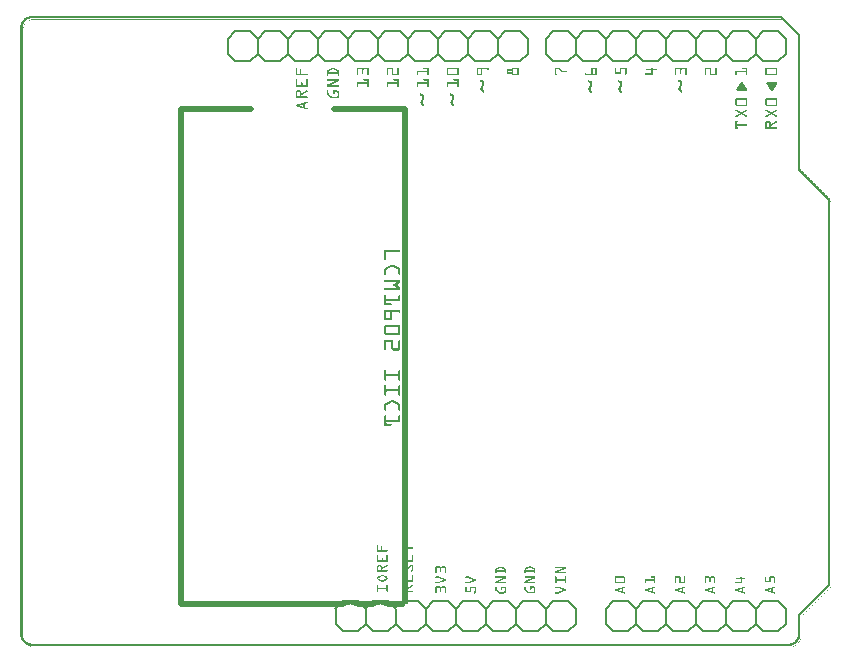
<source format=gto>
G04 MADE WITH FRITZING*
G04 WWW.FRITZING.ORG*
G04 DOUBLE SIDED*
G04 HOLES PLATED*
G04 CONTOUR ON CENTER OF CONTOUR VECTOR*
%ASAXBY*%
%FSLAX23Y23*%
%MOIN*%
%OFA0B0*%
%SFA1.0B1.0*%
%ADD10C,0.006000*%
%ADD11C,0.020000*%
%ADD12R,0.001000X0.001000*%
%LNSILK1*%
G90*
G70*
G54D10*
X2278Y161D02*
X2328Y161D01*
D02*
X2328Y161D02*
X2353Y136D01*
D02*
X2353Y136D02*
X2353Y86D01*
D02*
X2353Y86D02*
X2328Y61D01*
D02*
X2353Y136D02*
X2378Y161D01*
D02*
X2378Y161D02*
X2428Y161D01*
D02*
X2428Y161D02*
X2453Y136D01*
D02*
X2453Y136D02*
X2453Y86D01*
D02*
X2453Y86D02*
X2428Y61D01*
D02*
X2428Y61D02*
X2378Y61D01*
D02*
X2378Y61D02*
X2353Y86D01*
D02*
X2153Y136D02*
X2178Y161D01*
D02*
X2178Y161D02*
X2228Y161D01*
D02*
X2228Y161D02*
X2253Y136D01*
D02*
X2253Y136D02*
X2253Y86D01*
D02*
X2253Y86D02*
X2228Y61D01*
D02*
X2228Y61D02*
X2178Y61D01*
D02*
X2178Y61D02*
X2153Y86D01*
D02*
X2278Y161D02*
X2253Y136D01*
D02*
X2253Y86D02*
X2278Y61D01*
D02*
X2328Y61D02*
X2278Y61D01*
D02*
X1978Y161D02*
X2028Y161D01*
D02*
X2028Y161D02*
X2053Y136D01*
D02*
X2053Y136D02*
X2053Y86D01*
D02*
X2053Y86D02*
X2028Y61D01*
D02*
X2053Y136D02*
X2078Y161D01*
D02*
X2078Y161D02*
X2128Y161D01*
D02*
X2128Y161D02*
X2153Y136D01*
D02*
X2153Y136D02*
X2153Y86D01*
D02*
X2153Y86D02*
X2128Y61D01*
D02*
X2128Y61D02*
X2078Y61D01*
D02*
X2078Y61D02*
X2053Y86D01*
D02*
X1953Y136D02*
X1953Y86D01*
D02*
X1978Y161D02*
X1953Y136D01*
D02*
X1953Y86D02*
X1978Y61D01*
D02*
X2028Y61D02*
X1978Y61D01*
D02*
X2478Y161D02*
X2528Y161D01*
D02*
X2528Y161D02*
X2553Y136D01*
D02*
X2553Y136D02*
X2553Y86D01*
D02*
X2553Y86D02*
X2528Y61D01*
D02*
X2478Y161D02*
X2453Y136D01*
D02*
X2453Y86D02*
X2478Y61D01*
D02*
X2528Y61D02*
X2478Y61D01*
D02*
X868Y1961D02*
X818Y1961D01*
D02*
X1068Y1961D02*
X1018Y1961D01*
D02*
X968Y1961D02*
X918Y1961D01*
D02*
X1168Y1961D02*
X1118Y1961D01*
D02*
X1368Y1961D02*
X1318Y1961D01*
D02*
X1268Y1961D02*
X1218Y1961D01*
D02*
X1468Y1961D02*
X1418Y1961D01*
D02*
X1668Y1961D02*
X1618Y1961D01*
D02*
X1568Y1961D02*
X1518Y1961D01*
D02*
X768Y1961D02*
X718Y1961D01*
D02*
X893Y1986D02*
X868Y1961D01*
D02*
X818Y1961D02*
X793Y1986D01*
D02*
X793Y1986D02*
X793Y2036D01*
D02*
X793Y2036D02*
X818Y2061D01*
D02*
X818Y2061D02*
X868Y2061D01*
D02*
X868Y2061D02*
X893Y2036D01*
D02*
X1018Y1961D02*
X993Y1986D01*
D02*
X993Y1986D02*
X993Y2036D01*
D02*
X993Y2036D02*
X1018Y2061D01*
D02*
X993Y1986D02*
X968Y1961D01*
D02*
X918Y1961D02*
X893Y1986D01*
D02*
X893Y1986D02*
X893Y2036D01*
D02*
X893Y2036D02*
X918Y2061D01*
D02*
X918Y2061D02*
X968Y2061D01*
D02*
X968Y2061D02*
X993Y2036D01*
D02*
X1193Y1986D02*
X1168Y1961D01*
D02*
X1118Y1961D02*
X1093Y1986D01*
D02*
X1093Y1986D02*
X1093Y2036D01*
D02*
X1093Y2036D02*
X1118Y2061D01*
D02*
X1118Y2061D02*
X1168Y2061D01*
D02*
X1168Y2061D02*
X1193Y2036D01*
D02*
X1068Y1961D02*
X1093Y1986D01*
D02*
X1093Y2036D02*
X1068Y2061D01*
D02*
X1018Y2061D02*
X1068Y2061D01*
D02*
X1318Y1961D02*
X1293Y1986D01*
D02*
X1293Y1986D02*
X1293Y2036D01*
D02*
X1293Y2036D02*
X1318Y2061D01*
D02*
X1293Y1986D02*
X1268Y1961D01*
D02*
X1218Y1961D02*
X1193Y1986D01*
D02*
X1193Y1986D02*
X1193Y2036D01*
D02*
X1193Y2036D02*
X1218Y2061D01*
D02*
X1218Y2061D02*
X1268Y2061D01*
D02*
X1268Y2061D02*
X1293Y2036D01*
D02*
X1493Y1986D02*
X1468Y1961D01*
D02*
X1418Y1961D02*
X1393Y1986D01*
D02*
X1393Y1986D02*
X1393Y2036D01*
D02*
X1393Y2036D02*
X1418Y2061D01*
D02*
X1418Y2061D02*
X1468Y2061D01*
D02*
X1468Y2061D02*
X1493Y2036D01*
D02*
X1368Y1961D02*
X1393Y1986D01*
D02*
X1393Y2036D02*
X1368Y2061D01*
D02*
X1318Y2061D02*
X1368Y2061D01*
D02*
X1618Y1961D02*
X1593Y1986D01*
D02*
X1593Y1986D02*
X1593Y2036D01*
D02*
X1593Y2036D02*
X1618Y2061D01*
D02*
X1593Y1986D02*
X1568Y1961D01*
D02*
X1518Y1961D02*
X1493Y1986D01*
D02*
X1493Y1986D02*
X1493Y2036D01*
D02*
X1493Y2036D02*
X1518Y2061D01*
D02*
X1518Y2061D02*
X1568Y2061D01*
D02*
X1568Y2061D02*
X1593Y2036D01*
D02*
X1693Y1986D02*
X1693Y2036D01*
D02*
X1668Y1961D02*
X1693Y1986D01*
D02*
X1693Y2036D02*
X1668Y2061D01*
D02*
X1618Y2061D02*
X1668Y2061D01*
D02*
X718Y1961D02*
X693Y1986D01*
D02*
X693Y1986D02*
X693Y2036D01*
D02*
X693Y2036D02*
X718Y2061D01*
D02*
X768Y1961D02*
X793Y1986D01*
D02*
X793Y2036D02*
X768Y2061D01*
D02*
X718Y2061D02*
X768Y2061D01*
D02*
X1928Y1961D02*
X1878Y1961D01*
D02*
X1878Y1961D02*
X1853Y1986D01*
D02*
X1853Y1986D02*
X1853Y2036D01*
D02*
X1853Y2036D02*
X1878Y2061D01*
D02*
X2053Y1986D02*
X2028Y1961D01*
D02*
X2028Y1961D02*
X1978Y1961D01*
D02*
X1978Y1961D02*
X1953Y1986D01*
D02*
X1953Y1986D02*
X1953Y2036D01*
D02*
X1953Y2036D02*
X1978Y2061D01*
D02*
X1978Y2061D02*
X2028Y2061D01*
D02*
X2028Y2061D02*
X2053Y2036D01*
D02*
X1928Y1961D02*
X1953Y1986D01*
D02*
X1953Y2036D02*
X1928Y2061D01*
D02*
X1878Y2061D02*
X1928Y2061D01*
D02*
X2228Y1961D02*
X2178Y1961D01*
D02*
X2178Y1961D02*
X2153Y1986D01*
D02*
X2153Y1986D02*
X2153Y2036D01*
D02*
X2153Y2036D02*
X2178Y2061D01*
D02*
X2153Y1986D02*
X2128Y1961D01*
D02*
X2128Y1961D02*
X2078Y1961D01*
D02*
X2078Y1961D02*
X2053Y1986D01*
D02*
X2053Y1986D02*
X2053Y2036D01*
D02*
X2053Y2036D02*
X2078Y2061D01*
D02*
X2078Y2061D02*
X2128Y2061D01*
D02*
X2128Y2061D02*
X2153Y2036D01*
D02*
X2353Y1986D02*
X2328Y1961D01*
D02*
X2328Y1961D02*
X2278Y1961D01*
D02*
X2278Y1961D02*
X2253Y1986D01*
D02*
X2253Y1986D02*
X2253Y2036D01*
D02*
X2253Y2036D02*
X2278Y2061D01*
D02*
X2278Y2061D02*
X2328Y2061D01*
D02*
X2328Y2061D02*
X2353Y2036D01*
D02*
X2228Y1961D02*
X2253Y1986D01*
D02*
X2253Y2036D02*
X2228Y2061D01*
D02*
X2178Y2061D02*
X2228Y2061D01*
D02*
X2528Y1961D02*
X2478Y1961D01*
D02*
X2478Y1961D02*
X2453Y1986D01*
D02*
X2453Y1986D02*
X2453Y2036D01*
D02*
X2453Y2036D02*
X2478Y2061D01*
D02*
X2453Y1986D02*
X2428Y1961D01*
D02*
X2428Y1961D02*
X2378Y1961D01*
D02*
X2378Y1961D02*
X2353Y1986D01*
D02*
X2353Y1986D02*
X2353Y2036D01*
D02*
X2353Y2036D02*
X2378Y2061D01*
D02*
X2378Y2061D02*
X2428Y2061D01*
D02*
X2428Y2061D02*
X2453Y2036D01*
D02*
X2553Y1986D02*
X2553Y2036D01*
D02*
X2528Y1961D02*
X2553Y1986D01*
D02*
X2553Y2036D02*
X2528Y2061D01*
D02*
X2478Y2061D02*
X2528Y2061D01*
D02*
X1828Y1961D02*
X1778Y1961D01*
D02*
X1778Y1961D02*
X1753Y1986D01*
D02*
X1753Y1986D02*
X1753Y2036D01*
D02*
X1753Y2036D02*
X1778Y2061D01*
D02*
X1828Y1961D02*
X1853Y1986D01*
D02*
X1853Y2036D02*
X1828Y2061D01*
D02*
X1778Y2061D02*
X1828Y2061D01*
D02*
X1678Y161D02*
X1728Y161D01*
D02*
X1728Y161D02*
X1753Y136D01*
D02*
X1753Y136D02*
X1753Y86D01*
D02*
X1753Y86D02*
X1728Y61D01*
D02*
X1553Y136D02*
X1578Y161D01*
D02*
X1578Y161D02*
X1628Y161D01*
D02*
X1628Y161D02*
X1653Y136D01*
D02*
X1653Y136D02*
X1653Y86D01*
D02*
X1653Y86D02*
X1628Y61D01*
D02*
X1628Y61D02*
X1578Y61D01*
D02*
X1578Y61D02*
X1553Y86D01*
D02*
X1678Y161D02*
X1653Y136D01*
D02*
X1653Y86D02*
X1678Y61D01*
D02*
X1728Y61D02*
X1678Y61D01*
D02*
X1378Y161D02*
X1428Y161D01*
D02*
X1428Y161D02*
X1453Y136D01*
D02*
X1453Y136D02*
X1453Y86D01*
D02*
X1453Y86D02*
X1428Y61D01*
D02*
X1453Y136D02*
X1478Y161D01*
D02*
X1478Y161D02*
X1528Y161D01*
D02*
X1528Y161D02*
X1553Y136D01*
D02*
X1553Y136D02*
X1553Y86D01*
D02*
X1553Y86D02*
X1528Y61D01*
D02*
X1528Y61D02*
X1478Y61D01*
D02*
X1478Y61D02*
X1453Y86D01*
D02*
X1278Y161D02*
X1328Y161D01*
D02*
X1328Y161D02*
X1353Y136D01*
D02*
X1353Y136D02*
X1353Y86D01*
D02*
X1353Y86D02*
X1328Y61D01*
D02*
X1328Y61D02*
X1278Y61D01*
D02*
X1278Y61D02*
X1253Y86D01*
D02*
X1378Y161D02*
X1353Y136D01*
D02*
X1353Y86D02*
X1378Y61D01*
D02*
X1428Y61D02*
X1378Y61D01*
D02*
X1078Y161D02*
X1128Y161D01*
D02*
X1153Y136D02*
X1153Y86D01*
D02*
X1153Y86D02*
X1128Y61D01*
D02*
X1178Y161D02*
X1228Y161D01*
D02*
X1253Y136D02*
X1253Y86D01*
D02*
X1253Y86D02*
X1228Y61D01*
D02*
X1228Y61D02*
X1178Y61D01*
D02*
X1178Y61D02*
X1153Y86D01*
D02*
X1053Y136D02*
X1053Y86D01*
D02*
X1053Y86D02*
X1078Y61D01*
D02*
X1128Y61D02*
X1078Y61D01*
D02*
X1778Y161D02*
X1828Y161D01*
D02*
X1828Y161D02*
X1853Y136D01*
D02*
X1853Y136D02*
X1853Y86D01*
D02*
X1853Y86D02*
X1828Y61D01*
D02*
X1778Y161D02*
X1753Y136D01*
D02*
X1753Y86D02*
X1778Y61D01*
D02*
X1828Y61D02*
X1778Y61D01*
G54D11*
D02*
X536Y1803D02*
X536Y150D01*
D02*
X772Y1803D02*
X536Y1803D01*
D02*
X1284Y1803D02*
X1048Y1803D01*
G54D12*
X34Y2111D02*
X2539Y2111D01*
X30Y2110D02*
X2540Y2110D01*
X27Y2109D02*
X2541Y2109D01*
X24Y2108D02*
X2542Y2108D01*
X22Y2107D02*
X2543Y2107D01*
X21Y2106D02*
X2544Y2106D01*
X19Y2105D02*
X2545Y2105D01*
X18Y2104D02*
X2546Y2104D01*
X16Y2103D02*
X33Y2103D01*
X2537Y2103D02*
X2547Y2103D01*
X15Y2102D02*
X30Y2102D01*
X2538Y2102D02*
X2548Y2102D01*
X14Y2101D02*
X27Y2101D01*
X2539Y2101D02*
X2549Y2101D01*
X13Y2100D02*
X25Y2100D01*
X39Y2100D02*
X2550Y2100D01*
X12Y2099D02*
X23Y2099D01*
X35Y2099D02*
X38Y2099D01*
X2541Y2099D02*
X2551Y2099D01*
X11Y2098D02*
X22Y2098D01*
X33Y2098D02*
X34Y2098D01*
X2542Y2098D02*
X2552Y2098D01*
X10Y2097D02*
X21Y2097D01*
X30Y2097D02*
X32Y2097D01*
X2543Y2097D02*
X2553Y2097D01*
X10Y2096D02*
X19Y2096D01*
X29Y2096D02*
X30Y2096D01*
X2544Y2096D02*
X2554Y2096D01*
X9Y2095D02*
X18Y2095D01*
X27Y2095D02*
X28Y2095D01*
X2545Y2095D02*
X2555Y2095D01*
X8Y2094D02*
X17Y2094D01*
X25Y2094D02*
X26Y2094D01*
X2546Y2094D02*
X2556Y2094D01*
X8Y2093D02*
X16Y2093D01*
X24Y2093D02*
X25Y2093D01*
X2547Y2093D02*
X2557Y2093D01*
X7Y2092D02*
X16Y2092D01*
X23Y2092D02*
X23Y2092D01*
X2548Y2092D02*
X2558Y2092D01*
X6Y2091D02*
X15Y2091D01*
X22Y2091D02*
X22Y2091D01*
X2549Y2091D02*
X2559Y2091D01*
X6Y2090D02*
X14Y2090D01*
X21Y2090D02*
X21Y2090D01*
X2550Y2090D02*
X2560Y2090D01*
X5Y2089D02*
X13Y2089D01*
X20Y2089D02*
X20Y2089D01*
X2551Y2089D02*
X2561Y2089D01*
X5Y2088D02*
X13Y2088D01*
X19Y2088D02*
X19Y2088D01*
X2552Y2088D02*
X2562Y2088D01*
X5Y2087D02*
X12Y2087D01*
X18Y2087D02*
X18Y2087D01*
X2553Y2087D02*
X2563Y2087D01*
X4Y2086D02*
X12Y2086D01*
X18Y2086D02*
X18Y2086D01*
X2554Y2086D02*
X2564Y2086D01*
X4Y2085D02*
X11Y2085D01*
X17Y2085D02*
X17Y2085D01*
X2555Y2085D02*
X2565Y2085D01*
X3Y2084D02*
X11Y2084D01*
X16Y2084D02*
X16Y2084D01*
X2556Y2084D02*
X2566Y2084D01*
X3Y2083D02*
X10Y2083D01*
X16Y2083D02*
X16Y2083D01*
X2557Y2083D02*
X2567Y2083D01*
X3Y2082D02*
X10Y2082D01*
X15Y2082D02*
X15Y2082D01*
X2558Y2082D02*
X2568Y2082D01*
X3Y2081D02*
X10Y2081D01*
X14Y2081D02*
X15Y2081D01*
X2559Y2081D02*
X2569Y2081D01*
X2Y2080D02*
X10Y2080D01*
X14Y2080D02*
X14Y2080D01*
X2560Y2080D02*
X2570Y2080D01*
X2Y2079D02*
X9Y2079D01*
X14Y2079D02*
X14Y2079D01*
X2561Y2079D02*
X2571Y2079D01*
X2Y2078D02*
X9Y2078D01*
X13Y2078D02*
X13Y2078D01*
X2562Y2078D02*
X2572Y2078D01*
X2Y2077D02*
X9Y2077D01*
X13Y2077D02*
X13Y2077D01*
X2563Y2077D02*
X2573Y2077D01*
X2Y2076D02*
X9Y2076D01*
X12Y2076D02*
X12Y2076D01*
X2564Y2076D02*
X2574Y2076D01*
X2Y2075D02*
X9Y2075D01*
X12Y2075D02*
X12Y2075D01*
X2565Y2075D02*
X2575Y2075D01*
X2Y2074D02*
X9Y2074D01*
X12Y2074D02*
X12Y2074D01*
X2566Y2074D02*
X2576Y2074D01*
X2Y2073D02*
X9Y2073D01*
X12Y2073D02*
X12Y2073D01*
X2567Y2073D02*
X2577Y2073D01*
X2Y2072D02*
X9Y2072D01*
X11Y2072D02*
X11Y2072D01*
X2568Y2072D02*
X2578Y2072D01*
X2Y2071D02*
X9Y2071D01*
X11Y2071D02*
X11Y2071D01*
X2569Y2071D02*
X2579Y2071D01*
X2Y2070D02*
X9Y2070D01*
X11Y2070D02*
X11Y2070D01*
X2570Y2070D02*
X2580Y2070D01*
X2Y2069D02*
X9Y2069D01*
X11Y2069D02*
X11Y2069D01*
X2571Y2069D02*
X2581Y2069D01*
X2Y2068D02*
X9Y2068D01*
X11Y2068D02*
X11Y2068D01*
X2572Y2068D02*
X2582Y2068D01*
X2Y2067D02*
X9Y2067D01*
X11Y2067D02*
X11Y2067D01*
X2573Y2067D02*
X2583Y2067D01*
X2Y2066D02*
X9Y2066D01*
X11Y2066D02*
X11Y2066D01*
X2574Y2066D02*
X2584Y2066D01*
X2Y2065D02*
X9Y2065D01*
X11Y2065D02*
X11Y2065D01*
X2575Y2065D02*
X2585Y2065D01*
X2Y2064D02*
X9Y2064D01*
X11Y2064D02*
X11Y2064D01*
X2576Y2064D02*
X2586Y2064D01*
X2Y2063D02*
X9Y2063D01*
X11Y2063D02*
X11Y2063D01*
X2577Y2063D02*
X2587Y2063D01*
X2Y2062D02*
X9Y2062D01*
X11Y2062D02*
X11Y2062D01*
X2578Y2062D02*
X2588Y2062D01*
X2Y2061D02*
X9Y2061D01*
X11Y2061D02*
X11Y2061D01*
X2579Y2061D02*
X2589Y2061D01*
X2Y2060D02*
X9Y2060D01*
X11Y2060D02*
X11Y2060D01*
X2580Y2060D02*
X2590Y2060D01*
X2Y2059D02*
X9Y2059D01*
X11Y2059D02*
X11Y2059D01*
X2581Y2059D02*
X2591Y2059D01*
X2Y2058D02*
X9Y2058D01*
X11Y2058D02*
X11Y2058D01*
X2582Y2058D02*
X2592Y2058D01*
X2Y2057D02*
X9Y2057D01*
X11Y2057D02*
X11Y2057D01*
X2583Y2057D02*
X2593Y2057D01*
X2Y2056D02*
X9Y2056D01*
X11Y2056D02*
X11Y2056D01*
X2584Y2056D02*
X2594Y2056D01*
X2Y2055D02*
X9Y2055D01*
X11Y2055D02*
X11Y2055D01*
X2585Y2055D02*
X2595Y2055D01*
X2Y2054D02*
X9Y2054D01*
X11Y2054D02*
X11Y2054D01*
X2586Y2054D02*
X2596Y2054D01*
X2Y2053D02*
X9Y2053D01*
X11Y2053D02*
X11Y2053D01*
X2587Y2053D02*
X2597Y2053D01*
X2Y2052D02*
X9Y2052D01*
X11Y2052D02*
X11Y2052D01*
X2588Y2052D02*
X2598Y2052D01*
X2Y2051D02*
X9Y2051D01*
X11Y2051D02*
X11Y2051D01*
X2589Y2051D02*
X2599Y2051D01*
X2Y2050D02*
X9Y2050D01*
X11Y2050D02*
X11Y2050D01*
X2590Y2050D02*
X2600Y2050D01*
X2Y2049D02*
X9Y2049D01*
X11Y2049D02*
X11Y2049D01*
X2591Y2049D02*
X2601Y2049D01*
X2Y2048D02*
X9Y2048D01*
X11Y2048D02*
X11Y2048D01*
X2592Y2048D02*
X2601Y2048D01*
X2Y2047D02*
X9Y2047D01*
X11Y2047D02*
X11Y2047D01*
X2593Y2047D02*
X2601Y2047D01*
X2Y2046D02*
X9Y2046D01*
X11Y2046D02*
X11Y2046D01*
X2594Y2046D02*
X2601Y2046D01*
X2Y2045D02*
X9Y2045D01*
X11Y2045D02*
X11Y2045D01*
X2594Y2045D02*
X2601Y2045D01*
X2Y2044D02*
X9Y2044D01*
X11Y2044D02*
X11Y2044D01*
X2594Y2044D02*
X2601Y2044D01*
X2Y2043D02*
X9Y2043D01*
X11Y2043D02*
X11Y2043D01*
X2594Y2043D02*
X2601Y2043D01*
X2Y2042D02*
X9Y2042D01*
X11Y2042D02*
X11Y2042D01*
X2594Y2042D02*
X2602Y2042D01*
X2Y2041D02*
X9Y2041D01*
X11Y2041D02*
X11Y2041D01*
X2594Y2041D02*
X2603Y2041D01*
X2Y2040D02*
X9Y2040D01*
X11Y2040D02*
X11Y2040D01*
X2594Y2040D02*
X2601Y2040D01*
X2603Y2040D02*
X2603Y2040D01*
X2Y2039D02*
X9Y2039D01*
X11Y2039D02*
X11Y2039D01*
X2594Y2039D02*
X2601Y2039D01*
X2603Y2039D02*
X2603Y2039D01*
X2Y2038D02*
X9Y2038D01*
X11Y2038D02*
X11Y2038D01*
X2594Y2038D02*
X2601Y2038D01*
X2603Y2038D02*
X2603Y2038D01*
X2Y2037D02*
X9Y2037D01*
X11Y2037D02*
X11Y2037D01*
X2594Y2037D02*
X2601Y2037D01*
X2603Y2037D02*
X2603Y2037D01*
X2Y2036D02*
X9Y2036D01*
X11Y2036D02*
X11Y2036D01*
X2594Y2036D02*
X2601Y2036D01*
X2603Y2036D02*
X2603Y2036D01*
X2Y2035D02*
X9Y2035D01*
X11Y2035D02*
X11Y2035D01*
X2594Y2035D02*
X2601Y2035D01*
X2603Y2035D02*
X2603Y2035D01*
X2Y2034D02*
X9Y2034D01*
X11Y2034D02*
X11Y2034D01*
X2594Y2034D02*
X2601Y2034D01*
X2603Y2034D02*
X2603Y2034D01*
X2Y2033D02*
X9Y2033D01*
X11Y2033D02*
X11Y2033D01*
X2594Y2033D02*
X2601Y2033D01*
X2603Y2033D02*
X2603Y2033D01*
X2Y2032D02*
X9Y2032D01*
X11Y2032D02*
X11Y2032D01*
X2594Y2032D02*
X2601Y2032D01*
X2603Y2032D02*
X2603Y2032D01*
X2Y2031D02*
X9Y2031D01*
X11Y2031D02*
X11Y2031D01*
X2594Y2031D02*
X2601Y2031D01*
X2603Y2031D02*
X2603Y2031D01*
X2Y2030D02*
X9Y2030D01*
X11Y2030D02*
X11Y2030D01*
X2594Y2030D02*
X2601Y2030D01*
X2603Y2030D02*
X2603Y2030D01*
X2Y2029D02*
X9Y2029D01*
X11Y2029D02*
X11Y2029D01*
X2594Y2029D02*
X2601Y2029D01*
X2603Y2029D02*
X2603Y2029D01*
X2Y2028D02*
X9Y2028D01*
X11Y2028D02*
X11Y2028D01*
X2594Y2028D02*
X2601Y2028D01*
X2603Y2028D02*
X2603Y2028D01*
X2Y2027D02*
X9Y2027D01*
X11Y2027D02*
X11Y2027D01*
X2594Y2027D02*
X2601Y2027D01*
X2603Y2027D02*
X2603Y2027D01*
X2Y2026D02*
X9Y2026D01*
X11Y2026D02*
X11Y2026D01*
X2594Y2026D02*
X2601Y2026D01*
X2603Y2026D02*
X2603Y2026D01*
X2Y2025D02*
X9Y2025D01*
X11Y2025D02*
X11Y2025D01*
X2594Y2025D02*
X2601Y2025D01*
X2603Y2025D02*
X2603Y2025D01*
X2Y2024D02*
X9Y2024D01*
X11Y2024D02*
X11Y2024D01*
X2594Y2024D02*
X2601Y2024D01*
X2603Y2024D02*
X2603Y2024D01*
X2Y2023D02*
X9Y2023D01*
X11Y2023D02*
X11Y2023D01*
X2594Y2023D02*
X2601Y2023D01*
X2603Y2023D02*
X2603Y2023D01*
X2Y2022D02*
X9Y2022D01*
X11Y2022D02*
X11Y2022D01*
X2594Y2022D02*
X2601Y2022D01*
X2603Y2022D02*
X2603Y2022D01*
X2Y2021D02*
X9Y2021D01*
X11Y2021D02*
X11Y2021D01*
X2594Y2021D02*
X2601Y2021D01*
X2603Y2021D02*
X2603Y2021D01*
X2Y2020D02*
X9Y2020D01*
X11Y2020D02*
X11Y2020D01*
X2594Y2020D02*
X2601Y2020D01*
X2603Y2020D02*
X2603Y2020D01*
X2Y2019D02*
X9Y2019D01*
X11Y2019D02*
X11Y2019D01*
X2594Y2019D02*
X2601Y2019D01*
X2603Y2019D02*
X2603Y2019D01*
X2Y2018D02*
X9Y2018D01*
X11Y2018D02*
X11Y2018D01*
X2594Y2018D02*
X2601Y2018D01*
X2603Y2018D02*
X2603Y2018D01*
X2Y2017D02*
X9Y2017D01*
X11Y2017D02*
X11Y2017D01*
X2594Y2017D02*
X2601Y2017D01*
X2603Y2017D02*
X2603Y2017D01*
X2Y2016D02*
X9Y2016D01*
X11Y2016D02*
X11Y2016D01*
X2594Y2016D02*
X2601Y2016D01*
X2603Y2016D02*
X2603Y2016D01*
X2Y2015D02*
X9Y2015D01*
X11Y2015D02*
X11Y2015D01*
X2594Y2015D02*
X2601Y2015D01*
X2603Y2015D02*
X2603Y2015D01*
X2Y2014D02*
X9Y2014D01*
X11Y2014D02*
X11Y2014D01*
X2594Y2014D02*
X2601Y2014D01*
X2603Y2014D02*
X2603Y2014D01*
X2Y2013D02*
X9Y2013D01*
X11Y2013D02*
X11Y2013D01*
X2594Y2013D02*
X2601Y2013D01*
X2603Y2013D02*
X2603Y2013D01*
X2Y2012D02*
X9Y2012D01*
X11Y2012D02*
X11Y2012D01*
X2594Y2012D02*
X2601Y2012D01*
X2603Y2012D02*
X2603Y2012D01*
X2Y2011D02*
X9Y2011D01*
X11Y2011D02*
X11Y2011D01*
X2594Y2011D02*
X2601Y2011D01*
X2603Y2011D02*
X2603Y2011D01*
X2Y2010D02*
X9Y2010D01*
X11Y2010D02*
X11Y2010D01*
X2594Y2010D02*
X2601Y2010D01*
X2603Y2010D02*
X2603Y2010D01*
X2Y2009D02*
X9Y2009D01*
X11Y2009D02*
X11Y2009D01*
X2594Y2009D02*
X2601Y2009D01*
X2603Y2009D02*
X2603Y2009D01*
X2Y2008D02*
X9Y2008D01*
X11Y2008D02*
X11Y2008D01*
X2594Y2008D02*
X2601Y2008D01*
X2603Y2008D02*
X2603Y2008D01*
X2Y2007D02*
X9Y2007D01*
X11Y2007D02*
X11Y2007D01*
X2594Y2007D02*
X2601Y2007D01*
X2603Y2007D02*
X2603Y2007D01*
X2Y2006D02*
X9Y2006D01*
X11Y2006D02*
X11Y2006D01*
X2594Y2006D02*
X2601Y2006D01*
X2603Y2006D02*
X2603Y2006D01*
X2Y2005D02*
X9Y2005D01*
X11Y2005D02*
X11Y2005D01*
X2594Y2005D02*
X2601Y2005D01*
X2603Y2005D02*
X2603Y2005D01*
X2Y2004D02*
X9Y2004D01*
X11Y2004D02*
X11Y2004D01*
X2594Y2004D02*
X2601Y2004D01*
X2603Y2004D02*
X2603Y2004D01*
X2Y2003D02*
X9Y2003D01*
X11Y2003D02*
X11Y2003D01*
X2594Y2003D02*
X2601Y2003D01*
X2603Y2003D02*
X2603Y2003D01*
X2Y2002D02*
X9Y2002D01*
X11Y2002D02*
X11Y2002D01*
X2594Y2002D02*
X2601Y2002D01*
X2603Y2002D02*
X2603Y2002D01*
X2Y2001D02*
X9Y2001D01*
X11Y2001D02*
X11Y2001D01*
X2594Y2001D02*
X2601Y2001D01*
X2603Y2001D02*
X2603Y2001D01*
X2Y2000D02*
X9Y2000D01*
X11Y2000D02*
X11Y2000D01*
X2594Y2000D02*
X2601Y2000D01*
X2603Y2000D02*
X2603Y2000D01*
X2Y1999D02*
X9Y1999D01*
X11Y1999D02*
X11Y1999D01*
X2594Y1999D02*
X2601Y1999D01*
X2603Y1999D02*
X2603Y1999D01*
X2Y1998D02*
X9Y1998D01*
X11Y1998D02*
X11Y1998D01*
X2594Y1998D02*
X2601Y1998D01*
X2603Y1998D02*
X2603Y1998D01*
X2Y1997D02*
X9Y1997D01*
X11Y1997D02*
X11Y1997D01*
X2594Y1997D02*
X2601Y1997D01*
X2603Y1997D02*
X2603Y1997D01*
X2Y1996D02*
X9Y1996D01*
X11Y1996D02*
X11Y1996D01*
X2594Y1996D02*
X2601Y1996D01*
X2603Y1996D02*
X2603Y1996D01*
X2Y1995D02*
X9Y1995D01*
X11Y1995D02*
X11Y1995D01*
X2594Y1995D02*
X2601Y1995D01*
X2603Y1995D02*
X2603Y1995D01*
X2Y1994D02*
X9Y1994D01*
X11Y1994D02*
X11Y1994D01*
X2594Y1994D02*
X2601Y1994D01*
X2603Y1994D02*
X2603Y1994D01*
X2Y1993D02*
X9Y1993D01*
X11Y1993D02*
X11Y1993D01*
X2594Y1993D02*
X2601Y1993D01*
X2603Y1993D02*
X2603Y1993D01*
X2Y1992D02*
X9Y1992D01*
X11Y1992D02*
X11Y1992D01*
X2594Y1992D02*
X2601Y1992D01*
X2603Y1992D02*
X2603Y1992D01*
X2Y1991D02*
X9Y1991D01*
X11Y1991D02*
X11Y1991D01*
X2594Y1991D02*
X2601Y1991D01*
X2603Y1991D02*
X2603Y1991D01*
X2Y1990D02*
X9Y1990D01*
X11Y1990D02*
X11Y1990D01*
X2594Y1990D02*
X2601Y1990D01*
X2603Y1990D02*
X2603Y1990D01*
X2Y1989D02*
X9Y1989D01*
X11Y1989D02*
X11Y1989D01*
X2594Y1989D02*
X2601Y1989D01*
X2603Y1989D02*
X2603Y1989D01*
X2Y1988D02*
X9Y1988D01*
X11Y1988D02*
X11Y1988D01*
X2594Y1988D02*
X2601Y1988D01*
X2603Y1988D02*
X2603Y1988D01*
X2Y1987D02*
X9Y1987D01*
X11Y1987D02*
X11Y1987D01*
X2594Y1987D02*
X2601Y1987D01*
X2603Y1987D02*
X2603Y1987D01*
X2Y1986D02*
X9Y1986D01*
X11Y1986D02*
X11Y1986D01*
X2594Y1986D02*
X2601Y1986D01*
X2603Y1986D02*
X2603Y1986D01*
X2Y1985D02*
X9Y1985D01*
X11Y1985D02*
X11Y1985D01*
X2594Y1985D02*
X2601Y1985D01*
X2603Y1985D02*
X2603Y1985D01*
X2Y1984D02*
X9Y1984D01*
X11Y1984D02*
X11Y1984D01*
X2594Y1984D02*
X2601Y1984D01*
X2603Y1984D02*
X2603Y1984D01*
X2Y1983D02*
X9Y1983D01*
X11Y1983D02*
X11Y1983D01*
X2594Y1983D02*
X2601Y1983D01*
X2603Y1983D02*
X2603Y1983D01*
X2Y1982D02*
X9Y1982D01*
X11Y1982D02*
X11Y1982D01*
X2594Y1982D02*
X2601Y1982D01*
X2603Y1982D02*
X2603Y1982D01*
X2Y1981D02*
X9Y1981D01*
X11Y1981D02*
X11Y1981D01*
X2594Y1981D02*
X2601Y1981D01*
X2603Y1981D02*
X2603Y1981D01*
X2Y1980D02*
X9Y1980D01*
X11Y1980D02*
X11Y1980D01*
X2594Y1980D02*
X2601Y1980D01*
X2603Y1980D02*
X2603Y1980D01*
X2Y1979D02*
X9Y1979D01*
X11Y1979D02*
X11Y1979D01*
X2594Y1979D02*
X2601Y1979D01*
X2603Y1979D02*
X2603Y1979D01*
X2Y1978D02*
X9Y1978D01*
X11Y1978D02*
X11Y1978D01*
X2594Y1978D02*
X2601Y1978D01*
X2603Y1978D02*
X2603Y1978D01*
X2Y1977D02*
X9Y1977D01*
X11Y1977D02*
X11Y1977D01*
X2594Y1977D02*
X2601Y1977D01*
X2603Y1977D02*
X2603Y1977D01*
X2Y1976D02*
X9Y1976D01*
X11Y1976D02*
X11Y1976D01*
X2594Y1976D02*
X2601Y1976D01*
X2603Y1976D02*
X2603Y1976D01*
X2Y1975D02*
X9Y1975D01*
X11Y1975D02*
X11Y1975D01*
X2594Y1975D02*
X2601Y1975D01*
X2603Y1975D02*
X2603Y1975D01*
X2Y1974D02*
X9Y1974D01*
X11Y1974D02*
X11Y1974D01*
X2594Y1974D02*
X2601Y1974D01*
X2603Y1974D02*
X2603Y1974D01*
X2Y1973D02*
X9Y1973D01*
X11Y1973D02*
X11Y1973D01*
X2594Y1973D02*
X2601Y1973D01*
X2603Y1973D02*
X2603Y1973D01*
X2Y1972D02*
X9Y1972D01*
X11Y1972D02*
X11Y1972D01*
X2594Y1972D02*
X2601Y1972D01*
X2603Y1972D02*
X2603Y1972D01*
X2Y1971D02*
X9Y1971D01*
X11Y1971D02*
X11Y1971D01*
X2594Y1971D02*
X2601Y1971D01*
X2603Y1971D02*
X2603Y1971D01*
X2Y1970D02*
X9Y1970D01*
X11Y1970D02*
X11Y1970D01*
X2594Y1970D02*
X2601Y1970D01*
X2603Y1970D02*
X2603Y1970D01*
X2Y1969D02*
X9Y1969D01*
X11Y1969D02*
X11Y1969D01*
X2594Y1969D02*
X2601Y1969D01*
X2603Y1969D02*
X2603Y1969D01*
X2Y1968D02*
X9Y1968D01*
X11Y1968D02*
X11Y1968D01*
X2594Y1968D02*
X2601Y1968D01*
X2603Y1968D02*
X2603Y1968D01*
X2Y1967D02*
X9Y1967D01*
X11Y1967D02*
X11Y1967D01*
X2594Y1967D02*
X2601Y1967D01*
X2603Y1967D02*
X2603Y1967D01*
X2Y1966D02*
X9Y1966D01*
X11Y1966D02*
X11Y1966D01*
X2594Y1966D02*
X2601Y1966D01*
X2603Y1966D02*
X2603Y1966D01*
X2Y1965D02*
X9Y1965D01*
X11Y1965D02*
X11Y1965D01*
X2594Y1965D02*
X2601Y1965D01*
X2603Y1965D02*
X2603Y1965D01*
X2Y1964D02*
X9Y1964D01*
X11Y1964D02*
X11Y1964D01*
X2594Y1964D02*
X2601Y1964D01*
X2603Y1964D02*
X2603Y1964D01*
X2Y1963D02*
X9Y1963D01*
X11Y1963D02*
X11Y1963D01*
X2594Y1963D02*
X2601Y1963D01*
X2603Y1963D02*
X2603Y1963D01*
X2Y1962D02*
X9Y1962D01*
X11Y1962D02*
X11Y1962D01*
X2594Y1962D02*
X2601Y1962D01*
X2603Y1962D02*
X2603Y1962D01*
X2Y1961D02*
X9Y1961D01*
X11Y1961D02*
X11Y1961D01*
X2594Y1961D02*
X2601Y1961D01*
X2603Y1961D02*
X2603Y1961D01*
X2Y1960D02*
X9Y1960D01*
X11Y1960D02*
X11Y1960D01*
X2594Y1960D02*
X2601Y1960D01*
X2603Y1960D02*
X2603Y1960D01*
X2Y1959D02*
X9Y1959D01*
X11Y1959D02*
X11Y1959D01*
X2594Y1959D02*
X2601Y1959D01*
X2603Y1959D02*
X2603Y1959D01*
X2Y1958D02*
X9Y1958D01*
X11Y1958D02*
X11Y1958D01*
X2594Y1958D02*
X2601Y1958D01*
X2603Y1958D02*
X2603Y1958D01*
X2Y1957D02*
X9Y1957D01*
X11Y1957D02*
X11Y1957D01*
X2594Y1957D02*
X2601Y1957D01*
X2603Y1957D02*
X2603Y1957D01*
X2Y1956D02*
X9Y1956D01*
X11Y1956D02*
X11Y1956D01*
X2594Y1956D02*
X2601Y1956D01*
X2603Y1956D02*
X2603Y1956D01*
X2Y1955D02*
X9Y1955D01*
X11Y1955D02*
X11Y1955D01*
X2594Y1955D02*
X2601Y1955D01*
X2603Y1955D02*
X2603Y1955D01*
X2Y1954D02*
X9Y1954D01*
X11Y1954D02*
X11Y1954D01*
X2594Y1954D02*
X2601Y1954D01*
X2603Y1954D02*
X2603Y1954D01*
X2Y1953D02*
X9Y1953D01*
X11Y1953D02*
X11Y1953D01*
X2594Y1953D02*
X2601Y1953D01*
X2603Y1953D02*
X2603Y1953D01*
X2Y1952D02*
X9Y1952D01*
X11Y1952D02*
X11Y1952D01*
X2594Y1952D02*
X2601Y1952D01*
X2603Y1952D02*
X2603Y1952D01*
X2Y1951D02*
X9Y1951D01*
X11Y1951D02*
X11Y1951D01*
X2594Y1951D02*
X2601Y1951D01*
X2603Y1951D02*
X2603Y1951D01*
X2Y1950D02*
X9Y1950D01*
X11Y1950D02*
X11Y1950D01*
X2594Y1950D02*
X2601Y1950D01*
X2603Y1950D02*
X2603Y1950D01*
X2Y1949D02*
X9Y1949D01*
X11Y1949D02*
X11Y1949D01*
X2594Y1949D02*
X2601Y1949D01*
X2603Y1949D02*
X2603Y1949D01*
X2Y1948D02*
X9Y1948D01*
X11Y1948D02*
X11Y1948D01*
X2594Y1948D02*
X2601Y1948D01*
X2603Y1948D02*
X2603Y1948D01*
X2Y1947D02*
X9Y1947D01*
X11Y1947D02*
X11Y1947D01*
X2594Y1947D02*
X2601Y1947D01*
X2603Y1947D02*
X2603Y1947D01*
X2Y1946D02*
X9Y1946D01*
X11Y1946D02*
X11Y1946D01*
X2594Y1946D02*
X2601Y1946D01*
X2603Y1946D02*
X2603Y1946D01*
X2Y1945D02*
X9Y1945D01*
X11Y1945D02*
X11Y1945D01*
X2594Y1945D02*
X2601Y1945D01*
X2603Y1945D02*
X2603Y1945D01*
X2Y1944D02*
X9Y1944D01*
X11Y1944D02*
X11Y1944D01*
X2594Y1944D02*
X2601Y1944D01*
X2603Y1944D02*
X2603Y1944D01*
X2Y1943D02*
X9Y1943D01*
X11Y1943D02*
X11Y1943D01*
X2594Y1943D02*
X2601Y1943D01*
X2603Y1943D02*
X2603Y1943D01*
X2Y1942D02*
X9Y1942D01*
X11Y1942D02*
X11Y1942D01*
X2594Y1942D02*
X2601Y1942D01*
X2603Y1942D02*
X2603Y1942D01*
X2Y1941D02*
X9Y1941D01*
X11Y1941D02*
X11Y1941D01*
X2594Y1941D02*
X2601Y1941D01*
X2603Y1941D02*
X2603Y1941D01*
X2Y1940D02*
X9Y1940D01*
X11Y1940D02*
X11Y1940D01*
X2594Y1940D02*
X2601Y1940D01*
X2603Y1940D02*
X2603Y1940D01*
X2Y1939D02*
X9Y1939D01*
X11Y1939D02*
X11Y1939D01*
X1127Y1939D02*
X1140Y1939D01*
X1146Y1939D02*
X1160Y1939D01*
X1227Y1939D02*
X1242Y1939D01*
X1260Y1939D02*
X1262Y1939D01*
X1347Y1939D02*
X1362Y1939D01*
X1426Y1939D02*
X1460Y1939D01*
X1525Y1939D02*
X1562Y1939D01*
X1644Y1939D02*
X1660Y1939D01*
X1783Y1939D02*
X1800Y1939D01*
X1907Y1939D02*
X1922Y1939D01*
X1984Y1939D02*
X1986Y1939D01*
X2004Y1939D02*
X2020Y1939D01*
X2186Y1939D02*
X2200Y1939D01*
X2206Y1939D02*
X2220Y1939D01*
X2286Y1939D02*
X2302Y1939D01*
X2320Y1939D02*
X2321Y1939D01*
X2409Y1939D02*
X2424Y1939D01*
X2489Y1939D02*
X2522Y1939D01*
X2594Y1939D02*
X2601Y1939D01*
X2603Y1939D02*
X2603Y1939D01*
X2Y1938D02*
X9Y1938D01*
X11Y1938D02*
X11Y1938D01*
X920Y1938D02*
X923Y1938D01*
X1041Y1938D02*
X1047Y1938D01*
X1125Y1938D02*
X1142Y1938D01*
X1145Y1938D02*
X1161Y1938D01*
X1225Y1938D02*
X1244Y1938D01*
X1259Y1938D02*
X1263Y1938D01*
X1346Y1938D02*
X1363Y1938D01*
X1425Y1938D02*
X1461Y1938D01*
X1524Y1938D02*
X1563Y1938D01*
X1643Y1938D02*
X1661Y1938D01*
X1783Y1938D02*
X1801Y1938D01*
X1906Y1938D02*
X1923Y1938D01*
X1984Y1938D02*
X1987Y1938D01*
X2003Y1938D02*
X2021Y1938D01*
X2107Y1938D02*
X2108Y1938D01*
X2185Y1938D02*
X2202Y1938D01*
X2204Y1938D02*
X2221Y1938D01*
X2285Y1938D02*
X2303Y1938D01*
X2319Y1938D02*
X2322Y1938D01*
X2408Y1938D02*
X2425Y1938D01*
X2487Y1938D02*
X2523Y1938D01*
X2594Y1938D02*
X2601Y1938D01*
X2603Y1938D02*
X2603Y1938D01*
X2Y1937D02*
X9Y1937D01*
X11Y1937D02*
X11Y1937D01*
X920Y1937D02*
X924Y1937D01*
X1038Y1937D02*
X1050Y1937D01*
X1124Y1937D02*
X1162Y1937D01*
X1224Y1937D02*
X1244Y1937D01*
X1259Y1937D02*
X1263Y1937D01*
X1346Y1937D02*
X1363Y1937D01*
X1424Y1937D02*
X1462Y1937D01*
X1523Y1937D02*
X1563Y1937D01*
X1642Y1937D02*
X1662Y1937D01*
X1783Y1937D02*
X1801Y1937D01*
X1905Y1937D02*
X1923Y1937D01*
X1983Y1937D02*
X1987Y1937D01*
X2002Y1937D02*
X2022Y1937D01*
X2106Y1937D02*
X2109Y1937D01*
X2184Y1937D02*
X2222Y1937D01*
X2284Y1937D02*
X2304Y1937D01*
X2318Y1937D02*
X2323Y1937D01*
X2408Y1937D02*
X2425Y1937D01*
X2486Y1937D02*
X2524Y1937D01*
X2594Y1937D02*
X2601Y1937D01*
X2603Y1937D02*
X2603Y1937D01*
X2Y1936D02*
X9Y1936D01*
X11Y1936D02*
X11Y1936D01*
X920Y1936D02*
X924Y1936D01*
X1036Y1936D02*
X1052Y1936D01*
X1124Y1936D02*
X1163Y1936D01*
X1224Y1936D02*
X1245Y1936D01*
X1259Y1936D02*
X1263Y1936D01*
X1346Y1936D02*
X1363Y1936D01*
X1424Y1936D02*
X1463Y1936D01*
X1523Y1936D02*
X1563Y1936D01*
X1641Y1936D02*
X1663Y1936D01*
X1783Y1936D02*
X1802Y1936D01*
X1905Y1936D02*
X1923Y1936D01*
X1983Y1936D02*
X1987Y1936D01*
X2001Y1936D02*
X2022Y1936D01*
X2105Y1936D02*
X2109Y1936D01*
X2184Y1936D02*
X2222Y1936D01*
X2283Y1936D02*
X2305Y1936D01*
X2318Y1936D02*
X2323Y1936D01*
X2408Y1936D02*
X2425Y1936D01*
X2486Y1936D02*
X2525Y1936D01*
X2594Y1936D02*
X2601Y1936D01*
X2603Y1936D02*
X2603Y1936D01*
X2Y1935D02*
X9Y1935D01*
X11Y1935D02*
X11Y1935D01*
X920Y1935D02*
X924Y1935D01*
X1034Y1935D02*
X1054Y1935D01*
X1124Y1935D02*
X1163Y1935D01*
X1224Y1935D02*
X1245Y1935D01*
X1259Y1935D02*
X1263Y1935D01*
X1346Y1935D02*
X1363Y1935D01*
X1424Y1935D02*
X1463Y1935D01*
X1523Y1935D02*
X1563Y1935D01*
X1641Y1935D02*
X1663Y1935D01*
X1783Y1935D02*
X1803Y1935D01*
X1905Y1935D02*
X1923Y1935D01*
X1983Y1935D02*
X1987Y1935D01*
X2001Y1935D02*
X2023Y1935D01*
X2089Y1935D02*
X2122Y1935D01*
X2183Y1935D02*
X2223Y1935D01*
X2283Y1935D02*
X2305Y1935D01*
X2318Y1935D02*
X2323Y1935D01*
X2408Y1935D02*
X2425Y1935D01*
X2486Y1935D02*
X2525Y1935D01*
X2594Y1935D02*
X2601Y1935D01*
X2603Y1935D02*
X2603Y1935D01*
X2Y1934D02*
X9Y1934D01*
X11Y1934D02*
X11Y1934D01*
X920Y1934D02*
X924Y1934D01*
X1032Y1934D02*
X1056Y1934D01*
X1124Y1934D02*
X1128Y1934D01*
X1140Y1934D02*
X1147Y1934D01*
X1159Y1934D02*
X1163Y1934D01*
X1223Y1934D02*
X1228Y1934D01*
X1241Y1934D02*
X1245Y1934D01*
X1259Y1934D02*
X1263Y1934D01*
X1359Y1934D02*
X1363Y1934D01*
X1423Y1934D02*
X1428Y1934D01*
X1459Y1934D02*
X1463Y1934D01*
X1523Y1934D02*
X1528Y1934D01*
X1536Y1934D02*
X1541Y1934D01*
X1559Y1934D02*
X1563Y1934D01*
X1625Y1934D02*
X1645Y1934D01*
X1658Y1934D02*
X1663Y1934D01*
X1783Y1934D02*
X1788Y1934D01*
X1798Y1934D02*
X1804Y1934D01*
X1905Y1934D02*
X1910Y1934D01*
X1918Y1934D02*
X1923Y1934D01*
X1983Y1934D02*
X1987Y1934D01*
X2001Y1934D02*
X2005Y1934D01*
X2018Y1934D02*
X2023Y1934D01*
X2088Y1934D02*
X2122Y1934D01*
X2183Y1934D02*
X2188Y1934D01*
X2199Y1934D02*
X2207Y1934D01*
X2218Y1934D02*
X2223Y1934D01*
X2283Y1934D02*
X2288Y1934D01*
X2301Y1934D02*
X2305Y1934D01*
X2318Y1934D02*
X2323Y1934D01*
X2421Y1934D02*
X2425Y1934D01*
X2485Y1934D02*
X2490Y1934D01*
X2521Y1934D02*
X2525Y1934D01*
X2594Y1934D02*
X2601Y1934D01*
X2603Y1934D02*
X2603Y1934D01*
X2Y1933D02*
X9Y1933D01*
X11Y1933D02*
X11Y1933D01*
X920Y1933D02*
X924Y1933D01*
X934Y1933D02*
X936Y1933D01*
X1030Y1933D02*
X1041Y1933D01*
X1047Y1933D02*
X1058Y1933D01*
X1123Y1933D02*
X1128Y1933D01*
X1141Y1933D02*
X1146Y1933D01*
X1159Y1933D02*
X1163Y1933D01*
X1223Y1933D02*
X1228Y1933D01*
X1241Y1933D02*
X1245Y1933D01*
X1259Y1933D02*
X1263Y1933D01*
X1359Y1933D02*
X1363Y1933D01*
X1423Y1933D02*
X1428Y1933D01*
X1459Y1933D02*
X1463Y1933D01*
X1523Y1933D02*
X1528Y1933D01*
X1537Y1933D02*
X1541Y1933D01*
X1559Y1933D02*
X1563Y1933D01*
X1624Y1933D02*
X1645Y1933D01*
X1659Y1933D02*
X1663Y1933D01*
X1783Y1933D02*
X1788Y1933D01*
X1799Y1933D02*
X1805Y1933D01*
X1905Y1933D02*
X1910Y1933D01*
X1919Y1933D02*
X1923Y1933D01*
X1983Y1933D02*
X1987Y1933D01*
X2001Y1933D02*
X2005Y1933D01*
X2019Y1933D02*
X2023Y1933D01*
X2088Y1933D02*
X2123Y1933D01*
X2183Y1933D02*
X2187Y1933D01*
X2200Y1933D02*
X2206Y1933D01*
X2218Y1933D02*
X2223Y1933D01*
X2283Y1933D02*
X2287Y1933D01*
X2301Y1933D02*
X2305Y1933D01*
X2318Y1933D02*
X2323Y1933D01*
X2421Y1933D02*
X2425Y1933D01*
X2485Y1933D02*
X2490Y1933D01*
X2521Y1933D02*
X2525Y1933D01*
X2594Y1933D02*
X2601Y1933D01*
X2603Y1933D02*
X2603Y1933D01*
X2Y1932D02*
X9Y1932D01*
X11Y1932D02*
X11Y1932D01*
X920Y1932D02*
X924Y1932D01*
X933Y1932D02*
X937Y1932D01*
X1029Y1932D02*
X1039Y1932D01*
X1049Y1932D02*
X1060Y1932D01*
X1123Y1932D02*
X1128Y1932D01*
X1141Y1932D02*
X1145Y1932D01*
X1159Y1932D02*
X1163Y1932D01*
X1223Y1932D02*
X1228Y1932D01*
X1241Y1932D02*
X1245Y1932D01*
X1259Y1932D02*
X1263Y1932D01*
X1359Y1932D02*
X1363Y1932D01*
X1423Y1932D02*
X1428Y1932D01*
X1459Y1932D02*
X1463Y1932D01*
X1523Y1932D02*
X1528Y1932D01*
X1537Y1932D02*
X1541Y1932D01*
X1560Y1932D02*
X1562Y1932D01*
X1623Y1932D02*
X1645Y1932D01*
X1659Y1932D02*
X1663Y1932D01*
X1783Y1932D02*
X1788Y1932D01*
X1800Y1932D02*
X1806Y1932D01*
X1905Y1932D02*
X1910Y1932D01*
X1919Y1932D02*
X1923Y1932D01*
X1983Y1932D02*
X1987Y1932D01*
X2001Y1932D02*
X2005Y1932D01*
X2019Y1932D02*
X2023Y1932D01*
X2088Y1932D02*
X2123Y1932D01*
X2183Y1932D02*
X2187Y1932D01*
X2201Y1932D02*
X2205Y1932D01*
X2218Y1932D02*
X2223Y1932D01*
X2283Y1932D02*
X2287Y1932D01*
X2301Y1932D02*
X2305Y1932D01*
X2318Y1932D02*
X2323Y1932D01*
X2421Y1932D02*
X2425Y1932D01*
X2485Y1932D02*
X2490Y1932D01*
X2521Y1932D02*
X2525Y1932D01*
X2594Y1932D02*
X2601Y1932D01*
X2603Y1932D02*
X2603Y1932D01*
X2Y1931D02*
X9Y1931D01*
X11Y1931D02*
X11Y1931D01*
X920Y1931D02*
X924Y1931D01*
X933Y1931D02*
X937Y1931D01*
X1027Y1931D02*
X1037Y1931D01*
X1051Y1931D02*
X1061Y1931D01*
X1123Y1931D02*
X1128Y1931D01*
X1141Y1931D02*
X1145Y1931D01*
X1159Y1931D02*
X1163Y1931D01*
X1223Y1931D02*
X1228Y1931D01*
X1241Y1931D02*
X1245Y1931D01*
X1259Y1931D02*
X1263Y1931D01*
X1359Y1931D02*
X1363Y1931D01*
X1423Y1931D02*
X1428Y1931D01*
X1459Y1931D02*
X1463Y1931D01*
X1523Y1931D02*
X1528Y1931D01*
X1537Y1931D02*
X1541Y1931D01*
X1623Y1931D02*
X1645Y1931D01*
X1659Y1931D02*
X1663Y1931D01*
X1783Y1931D02*
X1788Y1931D01*
X1801Y1931D02*
X1807Y1931D01*
X1905Y1931D02*
X1910Y1931D01*
X1919Y1931D02*
X1923Y1931D01*
X1983Y1931D02*
X1987Y1931D01*
X2001Y1931D02*
X2005Y1931D01*
X2019Y1931D02*
X2023Y1931D01*
X2088Y1931D02*
X2122Y1931D01*
X2183Y1931D02*
X2187Y1931D01*
X2201Y1931D02*
X2205Y1931D01*
X2218Y1931D02*
X2223Y1931D01*
X2283Y1931D02*
X2287Y1931D01*
X2301Y1931D02*
X2305Y1931D01*
X2318Y1931D02*
X2323Y1931D01*
X2421Y1931D02*
X2425Y1931D01*
X2485Y1931D02*
X2490Y1931D01*
X2521Y1931D02*
X2525Y1931D01*
X2594Y1931D02*
X2601Y1931D01*
X2603Y1931D02*
X2603Y1931D01*
X2Y1930D02*
X9Y1930D01*
X11Y1930D02*
X11Y1930D01*
X920Y1930D02*
X924Y1930D01*
X933Y1930D02*
X937Y1930D01*
X1026Y1930D02*
X1035Y1930D01*
X1053Y1930D02*
X1062Y1930D01*
X1123Y1930D02*
X1128Y1930D01*
X1141Y1930D02*
X1145Y1930D01*
X1159Y1930D02*
X1163Y1930D01*
X1223Y1930D02*
X1228Y1930D01*
X1241Y1930D02*
X1245Y1930D01*
X1259Y1930D02*
X1263Y1930D01*
X1359Y1930D02*
X1363Y1930D01*
X1423Y1930D02*
X1428Y1930D01*
X1459Y1930D02*
X1463Y1930D01*
X1523Y1930D02*
X1528Y1930D01*
X1537Y1930D02*
X1541Y1930D01*
X1623Y1930D02*
X1645Y1930D01*
X1659Y1930D02*
X1663Y1930D01*
X1783Y1930D02*
X1788Y1930D01*
X1801Y1930D02*
X1807Y1930D01*
X1905Y1930D02*
X1910Y1930D01*
X1919Y1930D02*
X1923Y1930D01*
X1983Y1930D02*
X1987Y1930D01*
X2001Y1930D02*
X2005Y1930D01*
X2019Y1930D02*
X2023Y1930D01*
X2105Y1930D02*
X2110Y1930D01*
X2183Y1930D02*
X2187Y1930D01*
X2201Y1930D02*
X2205Y1930D01*
X2218Y1930D02*
X2223Y1930D01*
X2283Y1930D02*
X2287Y1930D01*
X2301Y1930D02*
X2305Y1930D01*
X2318Y1930D02*
X2323Y1930D01*
X2421Y1930D02*
X2425Y1930D01*
X2485Y1930D02*
X2490Y1930D01*
X2521Y1930D02*
X2525Y1930D01*
X2594Y1930D02*
X2601Y1930D01*
X2603Y1930D02*
X2603Y1930D01*
X2Y1929D02*
X9Y1929D01*
X11Y1929D02*
X11Y1929D01*
X920Y1929D02*
X924Y1929D01*
X933Y1929D02*
X937Y1929D01*
X1025Y1929D02*
X1033Y1929D01*
X1055Y1929D02*
X1063Y1929D01*
X1123Y1929D02*
X1128Y1929D01*
X1141Y1929D02*
X1145Y1929D01*
X1159Y1929D02*
X1163Y1929D01*
X1223Y1929D02*
X1228Y1929D01*
X1241Y1929D02*
X1245Y1929D01*
X1259Y1929D02*
X1263Y1929D01*
X1324Y1929D02*
X1363Y1929D01*
X1423Y1929D02*
X1428Y1929D01*
X1459Y1929D02*
X1463Y1929D01*
X1523Y1929D02*
X1528Y1929D01*
X1537Y1929D02*
X1541Y1929D01*
X1623Y1929D02*
X1645Y1929D01*
X1659Y1929D02*
X1663Y1929D01*
X1783Y1929D02*
X1788Y1929D01*
X1802Y1929D02*
X1821Y1929D01*
X1905Y1929D02*
X1910Y1929D01*
X1919Y1929D02*
X1923Y1929D01*
X1983Y1929D02*
X1987Y1929D01*
X2001Y1929D02*
X2005Y1929D01*
X2019Y1929D02*
X2023Y1929D01*
X2105Y1929D02*
X2109Y1929D01*
X2183Y1929D02*
X2187Y1929D01*
X2201Y1929D02*
X2205Y1929D01*
X2218Y1929D02*
X2223Y1929D01*
X2283Y1929D02*
X2287Y1929D01*
X2301Y1929D02*
X2305Y1929D01*
X2318Y1929D02*
X2323Y1929D01*
X2386Y1929D02*
X2425Y1929D01*
X2485Y1929D02*
X2490Y1929D01*
X2521Y1929D02*
X2525Y1929D01*
X2594Y1929D02*
X2601Y1929D01*
X2603Y1929D02*
X2603Y1929D01*
X2Y1928D02*
X9Y1928D01*
X11Y1928D02*
X11Y1928D01*
X920Y1928D02*
X924Y1928D01*
X933Y1928D02*
X937Y1928D01*
X1025Y1928D02*
X1031Y1928D01*
X1057Y1928D02*
X1063Y1928D01*
X1123Y1928D02*
X1128Y1928D01*
X1141Y1928D02*
X1145Y1928D01*
X1159Y1928D02*
X1163Y1928D01*
X1223Y1928D02*
X1228Y1928D01*
X1241Y1928D02*
X1245Y1928D01*
X1259Y1928D02*
X1263Y1928D01*
X1323Y1928D02*
X1363Y1928D01*
X1423Y1928D02*
X1428Y1928D01*
X1459Y1928D02*
X1463Y1928D01*
X1523Y1928D02*
X1528Y1928D01*
X1537Y1928D02*
X1541Y1928D01*
X1623Y1928D02*
X1628Y1928D01*
X1641Y1928D02*
X1645Y1928D01*
X1659Y1928D02*
X1663Y1928D01*
X1783Y1928D02*
X1788Y1928D01*
X1803Y1928D02*
X1822Y1928D01*
X1905Y1928D02*
X1910Y1928D01*
X1919Y1928D02*
X1923Y1928D01*
X1983Y1928D02*
X1987Y1928D01*
X2001Y1928D02*
X2005Y1928D01*
X2019Y1928D02*
X2023Y1928D01*
X2105Y1928D02*
X2109Y1928D01*
X2183Y1928D02*
X2187Y1928D01*
X2201Y1928D02*
X2205Y1928D01*
X2218Y1928D02*
X2223Y1928D01*
X2283Y1928D02*
X2287Y1928D01*
X2301Y1928D02*
X2305Y1928D01*
X2318Y1928D02*
X2323Y1928D01*
X2386Y1928D02*
X2425Y1928D01*
X2485Y1928D02*
X2490Y1928D01*
X2521Y1928D02*
X2525Y1928D01*
X2594Y1928D02*
X2601Y1928D01*
X2603Y1928D02*
X2603Y1928D01*
X2Y1927D02*
X9Y1927D01*
X11Y1927D02*
X11Y1927D01*
X920Y1927D02*
X924Y1927D01*
X933Y1927D02*
X937Y1927D01*
X1025Y1927D02*
X1030Y1927D01*
X1058Y1927D02*
X1064Y1927D01*
X1123Y1927D02*
X1128Y1927D01*
X1141Y1927D02*
X1145Y1927D01*
X1159Y1927D02*
X1163Y1927D01*
X1223Y1927D02*
X1228Y1927D01*
X1241Y1927D02*
X1245Y1927D01*
X1259Y1927D02*
X1263Y1927D01*
X1323Y1927D02*
X1363Y1927D01*
X1423Y1927D02*
X1428Y1927D01*
X1459Y1927D02*
X1463Y1927D01*
X1523Y1927D02*
X1528Y1927D01*
X1537Y1927D02*
X1541Y1927D01*
X1623Y1927D02*
X1628Y1927D01*
X1641Y1927D02*
X1645Y1927D01*
X1659Y1927D02*
X1663Y1927D01*
X1783Y1927D02*
X1788Y1927D01*
X1804Y1927D02*
X1823Y1927D01*
X1905Y1927D02*
X1910Y1927D01*
X1919Y1927D02*
X1923Y1927D01*
X1983Y1927D02*
X1987Y1927D01*
X2001Y1927D02*
X2005Y1927D01*
X2019Y1927D02*
X2023Y1927D01*
X2105Y1927D02*
X2109Y1927D01*
X2183Y1927D02*
X2187Y1927D01*
X2201Y1927D02*
X2205Y1927D01*
X2218Y1927D02*
X2223Y1927D01*
X2283Y1927D02*
X2287Y1927D01*
X2301Y1927D02*
X2305Y1927D01*
X2318Y1927D02*
X2323Y1927D01*
X2386Y1927D02*
X2425Y1927D01*
X2485Y1927D02*
X2490Y1927D01*
X2521Y1927D02*
X2525Y1927D01*
X2594Y1927D02*
X2601Y1927D01*
X2603Y1927D02*
X2603Y1927D01*
X2Y1926D02*
X9Y1926D01*
X11Y1926D02*
X11Y1926D01*
X920Y1926D02*
X924Y1926D01*
X933Y1926D02*
X937Y1926D01*
X1024Y1926D02*
X1029Y1926D01*
X1059Y1926D02*
X1064Y1926D01*
X1123Y1926D02*
X1128Y1926D01*
X1141Y1926D02*
X1145Y1926D01*
X1159Y1926D02*
X1163Y1926D01*
X1223Y1926D02*
X1228Y1926D01*
X1241Y1926D02*
X1245Y1926D01*
X1259Y1926D02*
X1263Y1926D01*
X1323Y1926D02*
X1363Y1926D01*
X1423Y1926D02*
X1428Y1926D01*
X1459Y1926D02*
X1463Y1926D01*
X1523Y1926D02*
X1528Y1926D01*
X1537Y1926D02*
X1541Y1926D01*
X1623Y1926D02*
X1628Y1926D01*
X1641Y1926D02*
X1645Y1926D01*
X1659Y1926D02*
X1663Y1926D01*
X1783Y1926D02*
X1788Y1926D01*
X1805Y1926D02*
X1823Y1926D01*
X1905Y1926D02*
X1910Y1926D01*
X1919Y1926D02*
X1923Y1926D01*
X1983Y1926D02*
X1987Y1926D01*
X2001Y1926D02*
X2005Y1926D01*
X2019Y1926D02*
X2023Y1926D01*
X2105Y1926D02*
X2109Y1926D01*
X2183Y1926D02*
X2187Y1926D01*
X2201Y1926D02*
X2205Y1926D01*
X2218Y1926D02*
X2223Y1926D01*
X2283Y1926D02*
X2287Y1926D01*
X2301Y1926D02*
X2305Y1926D01*
X2318Y1926D02*
X2323Y1926D01*
X2386Y1926D02*
X2425Y1926D01*
X2485Y1926D02*
X2490Y1926D01*
X2521Y1926D02*
X2525Y1926D01*
X2594Y1926D02*
X2601Y1926D01*
X2603Y1926D02*
X2603Y1926D01*
X2Y1925D02*
X9Y1925D01*
X11Y1925D02*
X11Y1925D01*
X920Y1925D02*
X924Y1925D01*
X933Y1925D02*
X937Y1925D01*
X1024Y1925D02*
X1029Y1925D01*
X1060Y1925D02*
X1064Y1925D01*
X1123Y1925D02*
X1128Y1925D01*
X1141Y1925D02*
X1145Y1925D01*
X1159Y1925D02*
X1163Y1925D01*
X1223Y1925D02*
X1228Y1925D01*
X1241Y1925D02*
X1245Y1925D01*
X1259Y1925D02*
X1263Y1925D01*
X1323Y1925D02*
X1363Y1925D01*
X1423Y1925D02*
X1428Y1925D01*
X1459Y1925D02*
X1463Y1925D01*
X1523Y1925D02*
X1528Y1925D01*
X1537Y1925D02*
X1541Y1925D01*
X1623Y1925D02*
X1628Y1925D01*
X1641Y1925D02*
X1645Y1925D01*
X1659Y1925D02*
X1663Y1925D01*
X1783Y1925D02*
X1788Y1925D01*
X1806Y1925D02*
X1822Y1925D01*
X1905Y1925D02*
X1910Y1925D01*
X1919Y1925D02*
X1923Y1925D01*
X1983Y1925D02*
X1987Y1925D01*
X2001Y1925D02*
X2005Y1925D01*
X2019Y1925D02*
X2023Y1925D01*
X2105Y1925D02*
X2109Y1925D01*
X2183Y1925D02*
X2187Y1925D01*
X2201Y1925D02*
X2205Y1925D01*
X2218Y1925D02*
X2223Y1925D01*
X2283Y1925D02*
X2287Y1925D01*
X2301Y1925D02*
X2305Y1925D01*
X2318Y1925D02*
X2323Y1925D01*
X2386Y1925D02*
X2425Y1925D01*
X2485Y1925D02*
X2490Y1925D01*
X2521Y1925D02*
X2525Y1925D01*
X2594Y1925D02*
X2601Y1925D01*
X2603Y1925D02*
X2603Y1925D01*
X2Y1924D02*
X9Y1924D01*
X11Y1924D02*
X11Y1924D01*
X920Y1924D02*
X924Y1924D01*
X933Y1924D02*
X937Y1924D01*
X1024Y1924D02*
X1028Y1924D01*
X1060Y1924D02*
X1064Y1924D01*
X1123Y1924D02*
X1128Y1924D01*
X1141Y1924D02*
X1145Y1924D01*
X1159Y1924D02*
X1163Y1924D01*
X1223Y1924D02*
X1228Y1924D01*
X1241Y1924D02*
X1245Y1924D01*
X1259Y1924D02*
X1263Y1924D01*
X1323Y1924D02*
X1363Y1924D01*
X1423Y1924D02*
X1428Y1924D01*
X1459Y1924D02*
X1463Y1924D01*
X1523Y1924D02*
X1528Y1924D01*
X1537Y1924D02*
X1541Y1924D01*
X1623Y1924D02*
X1628Y1924D01*
X1641Y1924D02*
X1645Y1924D01*
X1659Y1924D02*
X1663Y1924D01*
X1783Y1924D02*
X1788Y1924D01*
X1807Y1924D02*
X1821Y1924D01*
X1905Y1924D02*
X1910Y1924D01*
X1919Y1924D02*
X1923Y1924D01*
X1983Y1924D02*
X1988Y1924D01*
X2000Y1924D02*
X2005Y1924D01*
X2019Y1924D02*
X2023Y1924D01*
X2105Y1924D02*
X2109Y1924D01*
X2183Y1924D02*
X2187Y1924D01*
X2201Y1924D02*
X2205Y1924D01*
X2218Y1924D02*
X2223Y1924D01*
X2283Y1924D02*
X2287Y1924D01*
X2301Y1924D02*
X2305Y1924D01*
X2318Y1924D02*
X2323Y1924D01*
X2386Y1924D02*
X2425Y1924D01*
X2485Y1924D02*
X2490Y1924D01*
X2521Y1924D02*
X2525Y1924D01*
X2594Y1924D02*
X2601Y1924D01*
X2603Y1924D02*
X2603Y1924D01*
X2Y1923D02*
X9Y1923D01*
X11Y1923D02*
X11Y1923D01*
X920Y1923D02*
X924Y1923D01*
X933Y1923D02*
X937Y1923D01*
X1024Y1923D02*
X1064Y1923D01*
X1123Y1923D02*
X1128Y1923D01*
X1141Y1923D02*
X1145Y1923D01*
X1159Y1923D02*
X1163Y1923D01*
X1223Y1923D02*
X1228Y1923D01*
X1241Y1923D02*
X1245Y1923D01*
X1259Y1923D02*
X1263Y1923D01*
X1323Y1923D02*
X1328Y1923D01*
X1359Y1923D02*
X1363Y1923D01*
X1423Y1923D02*
X1428Y1923D01*
X1459Y1923D02*
X1463Y1923D01*
X1523Y1923D02*
X1528Y1923D01*
X1537Y1923D02*
X1541Y1923D01*
X1623Y1923D02*
X1645Y1923D01*
X1659Y1923D02*
X1663Y1923D01*
X1783Y1923D02*
X1788Y1923D01*
X1905Y1923D02*
X1910Y1923D01*
X1919Y1923D02*
X1923Y1923D01*
X1983Y1923D02*
X2005Y1923D01*
X2019Y1923D02*
X2023Y1923D01*
X2105Y1923D02*
X2109Y1923D01*
X2183Y1923D02*
X2187Y1923D01*
X2201Y1923D02*
X2205Y1923D01*
X2218Y1923D02*
X2223Y1923D01*
X2283Y1923D02*
X2287Y1923D01*
X2301Y1923D02*
X2305Y1923D01*
X2318Y1923D02*
X2323Y1923D01*
X2386Y1923D02*
X2390Y1923D01*
X2421Y1923D02*
X2425Y1923D01*
X2485Y1923D02*
X2490Y1923D01*
X2521Y1923D02*
X2525Y1923D01*
X2594Y1923D02*
X2601Y1923D01*
X2603Y1923D02*
X2603Y1923D01*
X2Y1922D02*
X9Y1922D01*
X11Y1922D02*
X11Y1922D01*
X920Y1922D02*
X924Y1922D01*
X933Y1922D02*
X937Y1922D01*
X1024Y1922D02*
X1064Y1922D01*
X1123Y1922D02*
X1128Y1922D01*
X1141Y1922D02*
X1145Y1922D01*
X1159Y1922D02*
X1163Y1922D01*
X1223Y1922D02*
X1228Y1922D01*
X1241Y1922D02*
X1245Y1922D01*
X1259Y1922D02*
X1263Y1922D01*
X1323Y1922D02*
X1328Y1922D01*
X1359Y1922D02*
X1363Y1922D01*
X1423Y1922D02*
X1428Y1922D01*
X1459Y1922D02*
X1463Y1922D01*
X1523Y1922D02*
X1528Y1922D01*
X1537Y1922D02*
X1541Y1922D01*
X1623Y1922D02*
X1645Y1922D01*
X1659Y1922D02*
X1663Y1922D01*
X1783Y1922D02*
X1788Y1922D01*
X1905Y1922D02*
X1910Y1922D01*
X1919Y1922D02*
X1923Y1922D01*
X1983Y1922D02*
X2005Y1922D01*
X2018Y1922D02*
X2023Y1922D01*
X2105Y1922D02*
X2109Y1922D01*
X2183Y1922D02*
X2187Y1922D01*
X2201Y1922D02*
X2205Y1922D01*
X2218Y1922D02*
X2223Y1922D01*
X2283Y1922D02*
X2287Y1922D01*
X2301Y1922D02*
X2305Y1922D01*
X2318Y1922D02*
X2323Y1922D01*
X2386Y1922D02*
X2390Y1922D01*
X2421Y1922D02*
X2425Y1922D01*
X2485Y1922D02*
X2490Y1922D01*
X2521Y1922D02*
X2525Y1922D01*
X2594Y1922D02*
X2601Y1922D01*
X2603Y1922D02*
X2603Y1922D01*
X2Y1921D02*
X9Y1921D01*
X11Y1921D02*
X11Y1921D01*
X920Y1921D02*
X924Y1921D01*
X933Y1921D02*
X937Y1921D01*
X1024Y1921D02*
X1064Y1921D01*
X1123Y1921D02*
X1128Y1921D01*
X1141Y1921D02*
X1145Y1921D01*
X1159Y1921D02*
X1163Y1921D01*
X1223Y1921D02*
X1228Y1921D01*
X1241Y1921D02*
X1245Y1921D01*
X1259Y1921D02*
X1263Y1921D01*
X1323Y1921D02*
X1328Y1921D01*
X1359Y1921D02*
X1363Y1921D01*
X1423Y1921D02*
X1428Y1921D01*
X1459Y1921D02*
X1463Y1921D01*
X1523Y1921D02*
X1528Y1921D01*
X1537Y1921D02*
X1541Y1921D01*
X1623Y1921D02*
X1645Y1921D01*
X1659Y1921D02*
X1663Y1921D01*
X1783Y1921D02*
X1788Y1921D01*
X1885Y1921D02*
X1886Y1921D01*
X1905Y1921D02*
X1910Y1921D01*
X1919Y1921D02*
X1923Y1921D01*
X1983Y1921D02*
X2005Y1921D01*
X2018Y1921D02*
X2023Y1921D01*
X2105Y1921D02*
X2109Y1921D01*
X2183Y1921D02*
X2187Y1921D01*
X2201Y1921D02*
X2205Y1921D01*
X2218Y1921D02*
X2223Y1921D01*
X2283Y1921D02*
X2287Y1921D01*
X2301Y1921D02*
X2305Y1921D01*
X2318Y1921D02*
X2323Y1921D01*
X2386Y1921D02*
X2390Y1921D01*
X2421Y1921D02*
X2425Y1921D01*
X2485Y1921D02*
X2490Y1921D01*
X2521Y1921D02*
X2525Y1921D01*
X2594Y1921D02*
X2601Y1921D01*
X2603Y1921D02*
X2603Y1921D01*
X2Y1920D02*
X9Y1920D01*
X11Y1920D02*
X11Y1920D01*
X920Y1920D02*
X924Y1920D01*
X933Y1920D02*
X937Y1920D01*
X1024Y1920D02*
X1064Y1920D01*
X1123Y1920D02*
X1128Y1920D01*
X1142Y1920D02*
X1145Y1920D01*
X1159Y1920D02*
X1163Y1920D01*
X1223Y1920D02*
X1228Y1920D01*
X1241Y1920D02*
X1245Y1920D01*
X1259Y1920D02*
X1263Y1920D01*
X1323Y1920D02*
X1328Y1920D01*
X1359Y1920D02*
X1363Y1920D01*
X1423Y1920D02*
X1428Y1920D01*
X1459Y1920D02*
X1463Y1920D01*
X1523Y1920D02*
X1528Y1920D01*
X1537Y1920D02*
X1541Y1920D01*
X1624Y1920D02*
X1645Y1920D01*
X1659Y1920D02*
X1663Y1920D01*
X1783Y1920D02*
X1788Y1920D01*
X1884Y1920D02*
X1887Y1920D01*
X1905Y1920D02*
X1910Y1920D01*
X1919Y1920D02*
X1923Y1920D01*
X1983Y1920D02*
X2005Y1920D01*
X2018Y1920D02*
X2022Y1920D01*
X2086Y1920D02*
X2109Y1920D01*
X2183Y1920D02*
X2187Y1920D01*
X2201Y1920D02*
X2205Y1920D01*
X2218Y1920D02*
X2223Y1920D01*
X2283Y1920D02*
X2287Y1920D01*
X2301Y1920D02*
X2305Y1920D01*
X2318Y1920D02*
X2323Y1920D01*
X2386Y1920D02*
X2390Y1920D01*
X2421Y1920D02*
X2425Y1920D01*
X2485Y1920D02*
X2490Y1920D01*
X2521Y1920D02*
X2525Y1920D01*
X2594Y1920D02*
X2601Y1920D01*
X2603Y1920D02*
X2603Y1920D01*
X2Y1919D02*
X9Y1919D01*
X11Y1919D02*
X11Y1919D01*
X920Y1919D02*
X924Y1919D01*
X933Y1919D02*
X937Y1919D01*
X1024Y1919D02*
X1064Y1919D01*
X1123Y1919D02*
X1128Y1919D01*
X1143Y1919D02*
X1144Y1919D01*
X1159Y1919D02*
X1163Y1919D01*
X1223Y1919D02*
X1228Y1919D01*
X1241Y1919D02*
X1246Y1919D01*
X1259Y1919D02*
X1263Y1919D01*
X1323Y1919D02*
X1328Y1919D01*
X1359Y1919D02*
X1363Y1919D01*
X1423Y1919D02*
X1428Y1919D01*
X1458Y1919D02*
X1463Y1919D01*
X1523Y1919D02*
X1528Y1919D01*
X1536Y1919D02*
X1541Y1919D01*
X1625Y1919D02*
X1645Y1919D01*
X1658Y1919D02*
X1663Y1919D01*
X1783Y1919D02*
X1788Y1919D01*
X1883Y1919D02*
X1888Y1919D01*
X1905Y1919D02*
X1910Y1919D01*
X1918Y1919D02*
X1923Y1919D01*
X1983Y1919D02*
X2005Y1919D01*
X2017Y1919D02*
X2022Y1919D01*
X2084Y1919D02*
X2109Y1919D01*
X2183Y1919D02*
X2187Y1919D01*
X2202Y1919D02*
X2204Y1919D01*
X2218Y1919D02*
X2223Y1919D01*
X2283Y1919D02*
X2287Y1919D01*
X2301Y1919D02*
X2305Y1919D01*
X2318Y1919D02*
X2323Y1919D01*
X2386Y1919D02*
X2390Y1919D01*
X2421Y1919D02*
X2425Y1919D01*
X2485Y1919D02*
X2490Y1919D01*
X2521Y1919D02*
X2525Y1919D01*
X2594Y1919D02*
X2601Y1919D01*
X2603Y1919D02*
X2603Y1919D01*
X2Y1918D02*
X9Y1918D01*
X11Y1918D02*
X11Y1918D01*
X920Y1918D02*
X958Y1918D01*
X1024Y1918D02*
X1064Y1918D01*
X1123Y1918D02*
X1128Y1918D01*
X1159Y1918D02*
X1163Y1918D01*
X1223Y1918D02*
X1228Y1918D01*
X1241Y1918D02*
X1263Y1918D01*
X1323Y1918D02*
X1328Y1918D01*
X1359Y1918D02*
X1363Y1918D01*
X1424Y1918D02*
X1463Y1918D01*
X1523Y1918D02*
X1541Y1918D01*
X1641Y1918D02*
X1663Y1918D01*
X1783Y1918D02*
X1789Y1918D01*
X1883Y1918D02*
X1923Y1918D01*
X2017Y1918D02*
X2022Y1918D01*
X2083Y1918D02*
X2109Y1918D01*
X2183Y1918D02*
X2187Y1918D01*
X2218Y1918D02*
X2223Y1918D01*
X2283Y1918D02*
X2287Y1918D01*
X2301Y1918D02*
X2323Y1918D01*
X2386Y1918D02*
X2390Y1918D01*
X2421Y1918D02*
X2425Y1918D01*
X2486Y1918D02*
X2525Y1918D01*
X2594Y1918D02*
X2601Y1918D01*
X2603Y1918D02*
X2603Y1918D01*
X2Y1917D02*
X9Y1917D01*
X11Y1917D02*
X11Y1917D01*
X920Y1917D02*
X959Y1917D01*
X1024Y1917D02*
X1028Y1917D01*
X1060Y1917D02*
X1064Y1917D01*
X1123Y1917D02*
X1128Y1917D01*
X1159Y1917D02*
X1163Y1917D01*
X1223Y1917D02*
X1228Y1917D01*
X1242Y1917D02*
X1263Y1917D01*
X1323Y1917D02*
X1328Y1917D01*
X1359Y1917D02*
X1363Y1917D01*
X1424Y1917D02*
X1463Y1917D01*
X1523Y1917D02*
X1541Y1917D01*
X1641Y1917D02*
X1663Y1917D01*
X1783Y1917D02*
X1790Y1917D01*
X1883Y1917D02*
X1923Y1917D01*
X2017Y1917D02*
X2021Y1917D01*
X2083Y1917D02*
X2109Y1917D01*
X2183Y1917D02*
X2187Y1917D01*
X2218Y1917D02*
X2223Y1917D01*
X2283Y1917D02*
X2287Y1917D01*
X2301Y1917D02*
X2323Y1917D01*
X2386Y1917D02*
X2390Y1917D01*
X2421Y1917D02*
X2425Y1917D01*
X2486Y1917D02*
X2525Y1917D01*
X2594Y1917D02*
X2601Y1917D01*
X2603Y1917D02*
X2603Y1917D01*
X2Y1916D02*
X9Y1916D01*
X11Y1916D02*
X11Y1916D01*
X920Y1916D02*
X959Y1916D01*
X1024Y1916D02*
X1028Y1916D01*
X1060Y1916D02*
X1064Y1916D01*
X1124Y1916D02*
X1128Y1916D01*
X1159Y1916D02*
X1163Y1916D01*
X1224Y1916D02*
X1228Y1916D01*
X1242Y1916D02*
X1263Y1916D01*
X1323Y1916D02*
X1328Y1916D01*
X1359Y1916D02*
X1363Y1916D01*
X1424Y1916D02*
X1462Y1916D01*
X1523Y1916D02*
X1541Y1916D01*
X1642Y1916D02*
X1662Y1916D01*
X1783Y1916D02*
X1790Y1916D01*
X1883Y1916D02*
X1923Y1916D01*
X2016Y1916D02*
X2021Y1916D01*
X2084Y1916D02*
X2109Y1916D01*
X2183Y1916D02*
X2187Y1916D01*
X2219Y1916D02*
X2223Y1916D01*
X2283Y1916D02*
X2287Y1916D01*
X2302Y1916D02*
X2323Y1916D01*
X2386Y1916D02*
X2390Y1916D01*
X2421Y1916D02*
X2425Y1916D01*
X2486Y1916D02*
X2524Y1916D01*
X2594Y1916D02*
X2601Y1916D01*
X2603Y1916D02*
X2603Y1916D01*
X2Y1915D02*
X9Y1915D01*
X11Y1915D02*
X11Y1915D01*
X920Y1915D02*
X959Y1915D01*
X1024Y1915D02*
X1028Y1915D01*
X1060Y1915D02*
X1064Y1915D01*
X1124Y1915D02*
X1127Y1915D01*
X1159Y1915D02*
X1163Y1915D01*
X1224Y1915D02*
X1227Y1915D01*
X1243Y1915D02*
X1263Y1915D01*
X1324Y1915D02*
X1327Y1915D01*
X1359Y1915D02*
X1363Y1915D01*
X1425Y1915D02*
X1461Y1915D01*
X1524Y1915D02*
X1541Y1915D01*
X1643Y1915D02*
X1661Y1915D01*
X1784Y1915D02*
X1789Y1915D01*
X1884Y1915D02*
X1923Y1915D01*
X2017Y1915D02*
X2020Y1915D01*
X2085Y1915D02*
X2109Y1915D01*
X2183Y1915D02*
X2187Y1915D01*
X2219Y1915D02*
X2222Y1915D01*
X2283Y1915D02*
X2287Y1915D01*
X2302Y1915D02*
X2323Y1915D01*
X2386Y1915D02*
X2389Y1915D01*
X2421Y1915D02*
X2425Y1915D01*
X2487Y1915D02*
X2523Y1915D01*
X2594Y1915D02*
X2601Y1915D01*
X2603Y1915D02*
X2603Y1915D01*
X2Y1914D02*
X9Y1914D01*
X11Y1914D02*
X11Y1914D01*
X920Y1914D02*
X959Y1914D01*
X1025Y1914D02*
X1028Y1914D01*
X1060Y1914D02*
X1063Y1914D01*
X1125Y1914D02*
X1126Y1914D01*
X1160Y1914D02*
X1162Y1914D01*
X1225Y1914D02*
X1226Y1914D01*
X1244Y1914D02*
X1263Y1914D01*
X1325Y1914D02*
X1326Y1914D01*
X1360Y1914D02*
X1362Y1914D01*
X1427Y1914D02*
X1460Y1914D01*
X1525Y1914D02*
X1540Y1914D01*
X1644Y1914D02*
X1660Y1914D01*
X1784Y1914D02*
X1789Y1914D01*
X1884Y1914D02*
X1922Y1914D01*
X2018Y1914D02*
X2019Y1914D01*
X2184Y1914D02*
X2186Y1914D01*
X2220Y1914D02*
X2222Y1914D01*
X2284Y1914D02*
X2286Y1914D01*
X2304Y1914D02*
X2323Y1914D01*
X2387Y1914D02*
X2389Y1914D01*
X2422Y1914D02*
X2424Y1914D01*
X2489Y1914D02*
X2522Y1914D01*
X2594Y1914D02*
X2601Y1914D01*
X2603Y1914D02*
X2603Y1914D01*
X2Y1913D02*
X9Y1913D01*
X11Y1913D02*
X11Y1913D01*
X1026Y1913D02*
X1027Y1913D01*
X1061Y1913D02*
X1062Y1913D01*
X2594Y1913D02*
X2601Y1913D01*
X2603Y1913D02*
X2603Y1913D01*
X2Y1912D02*
X9Y1912D01*
X11Y1912D02*
X11Y1912D01*
X2594Y1912D02*
X2601Y1912D01*
X2603Y1912D02*
X2603Y1912D01*
X2Y1911D02*
X9Y1911D01*
X11Y1911D02*
X11Y1911D01*
X2594Y1911D02*
X2601Y1911D01*
X2603Y1911D02*
X2603Y1911D01*
X2Y1910D02*
X9Y1910D01*
X11Y1910D02*
X11Y1910D01*
X2594Y1910D02*
X2601Y1910D01*
X2603Y1910D02*
X2603Y1910D01*
X2Y1909D02*
X9Y1909D01*
X11Y1909D02*
X11Y1909D01*
X2594Y1909D02*
X2601Y1909D01*
X2603Y1909D02*
X2603Y1909D01*
X2Y1908D02*
X9Y1908D01*
X11Y1908D02*
X11Y1908D01*
X2594Y1908D02*
X2601Y1908D01*
X2603Y1908D02*
X2603Y1908D01*
X2Y1907D02*
X9Y1907D01*
X11Y1907D02*
X11Y1907D01*
X2594Y1907D02*
X2601Y1907D01*
X2603Y1907D02*
X2603Y1907D01*
X2Y1906D02*
X9Y1906D01*
X11Y1906D02*
X11Y1906D01*
X2594Y1906D02*
X2601Y1906D01*
X2603Y1906D02*
X2603Y1906D01*
X2Y1905D02*
X9Y1905D01*
X11Y1905D02*
X11Y1905D01*
X2594Y1905D02*
X2601Y1905D01*
X2603Y1905D02*
X2603Y1905D01*
X2Y1904D02*
X9Y1904D01*
X11Y1904D02*
X11Y1904D01*
X2594Y1904D02*
X2601Y1904D01*
X2603Y1904D02*
X2603Y1904D01*
X2Y1903D02*
X9Y1903D01*
X11Y1903D02*
X11Y1903D01*
X2594Y1903D02*
X2601Y1903D01*
X2603Y1903D02*
X2603Y1903D01*
X2Y1902D02*
X9Y1902D01*
X11Y1902D02*
X11Y1902D01*
X2594Y1902D02*
X2601Y1902D01*
X2603Y1902D02*
X2603Y1902D01*
X2Y1901D02*
X9Y1901D01*
X11Y1901D02*
X11Y1901D01*
X921Y1901D02*
X923Y1901D01*
X957Y1901D02*
X958Y1901D01*
X1027Y1901D02*
X1063Y1901D01*
X1146Y1901D02*
X1162Y1901D01*
X1246Y1901D02*
X1262Y1901D01*
X1346Y1901D02*
X1362Y1901D01*
X1446Y1901D02*
X1462Y1901D01*
X2594Y1901D02*
X2601Y1901D01*
X2603Y1901D02*
X2603Y1901D01*
X2Y1900D02*
X9Y1900D01*
X11Y1900D02*
X11Y1900D01*
X920Y1900D02*
X924Y1900D01*
X955Y1900D02*
X959Y1900D01*
X1025Y1900D02*
X1064Y1900D01*
X1146Y1900D02*
X1163Y1900D01*
X1246Y1900D02*
X1263Y1900D01*
X1346Y1900D02*
X1363Y1900D01*
X1446Y1900D02*
X1463Y1900D01*
X2594Y1900D02*
X2601Y1900D01*
X2603Y1900D02*
X2603Y1900D01*
X2Y1899D02*
X9Y1899D01*
X11Y1899D02*
X11Y1899D01*
X920Y1899D02*
X924Y1899D01*
X955Y1899D02*
X959Y1899D01*
X1024Y1899D02*
X1064Y1899D01*
X1146Y1899D02*
X1163Y1899D01*
X1246Y1899D02*
X1263Y1899D01*
X1346Y1899D02*
X1363Y1899D01*
X1445Y1899D02*
X1463Y1899D01*
X2594Y1899D02*
X2601Y1899D01*
X2603Y1899D02*
X2603Y1899D01*
X2Y1898D02*
X9Y1898D01*
X11Y1898D02*
X11Y1898D01*
X920Y1898D02*
X924Y1898D01*
X955Y1898D02*
X959Y1898D01*
X1024Y1898D02*
X1064Y1898D01*
X1146Y1898D02*
X1163Y1898D01*
X1246Y1898D02*
X1263Y1898D01*
X1346Y1898D02*
X1363Y1898D01*
X1446Y1898D02*
X1463Y1898D01*
X1535Y1898D02*
X1541Y1898D01*
X2195Y1898D02*
X2200Y1898D01*
X2594Y1898D02*
X2601Y1898D01*
X2603Y1898D02*
X2603Y1898D01*
X2Y1897D02*
X9Y1897D01*
X11Y1897D02*
X11Y1897D01*
X920Y1897D02*
X924Y1897D01*
X955Y1897D02*
X959Y1897D01*
X1025Y1897D02*
X1064Y1897D01*
X1147Y1897D02*
X1163Y1897D01*
X1247Y1897D02*
X1263Y1897D01*
X1347Y1897D02*
X1363Y1897D01*
X1447Y1897D02*
X1463Y1897D01*
X1535Y1897D02*
X1543Y1897D01*
X1895Y1897D02*
X1898Y1897D01*
X1995Y1897D02*
X1998Y1897D01*
X2195Y1897D02*
X2203Y1897D01*
X2594Y1897D02*
X2601Y1897D01*
X2603Y1897D02*
X2603Y1897D01*
X2Y1896D02*
X9Y1896D01*
X11Y1896D02*
X11Y1896D01*
X920Y1896D02*
X924Y1896D01*
X955Y1896D02*
X959Y1896D01*
X1026Y1896D02*
X1064Y1896D01*
X1159Y1896D02*
X1163Y1896D01*
X1259Y1896D02*
X1263Y1896D01*
X1359Y1896D02*
X1363Y1896D01*
X1459Y1896D02*
X1463Y1896D01*
X1535Y1896D02*
X1544Y1896D01*
X1895Y1896D02*
X1902Y1896D01*
X1995Y1896D02*
X2002Y1896D01*
X2195Y1896D02*
X2204Y1896D01*
X2594Y1896D02*
X2601Y1896D01*
X2603Y1896D02*
X2603Y1896D01*
X2Y1895D02*
X9Y1895D01*
X11Y1895D02*
X11Y1895D01*
X920Y1895D02*
X924Y1895D01*
X955Y1895D02*
X959Y1895D01*
X1054Y1895D02*
X1064Y1895D01*
X1159Y1895D02*
X1163Y1895D01*
X1259Y1895D02*
X1263Y1895D01*
X1359Y1895D02*
X1363Y1895D01*
X1459Y1895D02*
X1463Y1895D01*
X1535Y1895D02*
X1545Y1895D01*
X1895Y1895D02*
X1904Y1895D01*
X1995Y1895D02*
X2004Y1895D01*
X2195Y1895D02*
X2205Y1895D01*
X2594Y1895D02*
X2601Y1895D01*
X2603Y1895D02*
X2603Y1895D01*
X2Y1894D02*
X9Y1894D01*
X11Y1894D02*
X11Y1894D01*
X920Y1894D02*
X924Y1894D01*
X955Y1894D02*
X959Y1894D01*
X1052Y1894D02*
X1064Y1894D01*
X1159Y1894D02*
X1163Y1894D01*
X1259Y1894D02*
X1263Y1894D01*
X1359Y1894D02*
X1363Y1894D01*
X1459Y1894D02*
X1463Y1894D01*
X1535Y1894D02*
X1546Y1894D01*
X1895Y1894D02*
X1905Y1894D01*
X1995Y1894D02*
X2005Y1894D01*
X2195Y1894D02*
X2206Y1894D01*
X2594Y1894D02*
X2601Y1894D01*
X2603Y1894D02*
X2603Y1894D01*
X2Y1893D02*
X9Y1893D01*
X11Y1893D02*
X11Y1893D01*
X920Y1893D02*
X924Y1893D01*
X955Y1893D02*
X959Y1893D01*
X1049Y1893D02*
X1061Y1893D01*
X1159Y1893D02*
X1163Y1893D01*
X1259Y1893D02*
X1263Y1893D01*
X1359Y1893D02*
X1363Y1893D01*
X1459Y1893D02*
X1463Y1893D01*
X1535Y1893D02*
X1547Y1893D01*
X1895Y1893D02*
X1906Y1893D01*
X1995Y1893D02*
X2006Y1893D01*
X2195Y1893D02*
X2207Y1893D01*
X2594Y1893D02*
X2601Y1893D01*
X2603Y1893D02*
X2603Y1893D01*
X2Y1892D02*
X9Y1892D01*
X11Y1892D02*
X11Y1892D01*
X920Y1892D02*
X924Y1892D01*
X955Y1892D02*
X959Y1892D01*
X1047Y1892D02*
X1059Y1892D01*
X1159Y1892D02*
X1163Y1892D01*
X1259Y1892D02*
X1263Y1892D01*
X1359Y1892D02*
X1363Y1892D01*
X1459Y1892D02*
X1463Y1892D01*
X1536Y1892D02*
X1547Y1892D01*
X1895Y1892D02*
X1906Y1892D01*
X1995Y1892D02*
X2006Y1892D01*
X2196Y1892D02*
X2207Y1892D01*
X2594Y1892D02*
X2601Y1892D01*
X2603Y1892D02*
X2603Y1892D01*
X2Y1891D02*
X9Y1891D01*
X11Y1891D02*
X11Y1891D01*
X920Y1891D02*
X924Y1891D01*
X955Y1891D02*
X959Y1891D01*
X1045Y1891D02*
X1057Y1891D01*
X1123Y1891D02*
X1163Y1891D01*
X1223Y1891D02*
X1263Y1891D01*
X1323Y1891D02*
X1363Y1891D01*
X1423Y1891D02*
X1463Y1891D01*
X1541Y1891D02*
X1548Y1891D01*
X1895Y1891D02*
X1907Y1891D01*
X1995Y1891D02*
X2007Y1891D01*
X2200Y1891D02*
X2207Y1891D01*
X2594Y1891D02*
X2601Y1891D01*
X2603Y1891D02*
X2603Y1891D01*
X2Y1890D02*
X9Y1890D01*
X11Y1890D02*
X11Y1890D01*
X920Y1890D02*
X924Y1890D01*
X938Y1890D02*
X941Y1890D01*
X955Y1890D02*
X959Y1890D01*
X1042Y1890D02*
X1055Y1890D01*
X1123Y1890D02*
X1163Y1890D01*
X1223Y1890D02*
X1263Y1890D01*
X1323Y1890D02*
X1363Y1890D01*
X1423Y1890D02*
X1463Y1890D01*
X1542Y1890D02*
X1548Y1890D01*
X1899Y1890D02*
X1907Y1890D01*
X1999Y1890D02*
X2007Y1890D01*
X2201Y1890D02*
X2208Y1890D01*
X2404Y1890D02*
X2409Y1890D01*
X2491Y1890D02*
X2523Y1890D01*
X2594Y1890D02*
X2601Y1890D01*
X2603Y1890D02*
X2603Y1890D01*
X2Y1889D02*
X9Y1889D01*
X11Y1889D02*
X11Y1889D01*
X920Y1889D02*
X924Y1889D01*
X937Y1889D02*
X941Y1889D01*
X955Y1889D02*
X959Y1889D01*
X1040Y1889D02*
X1052Y1889D01*
X1123Y1889D02*
X1163Y1889D01*
X1223Y1889D02*
X1263Y1889D01*
X1323Y1889D02*
X1363Y1889D01*
X1423Y1889D02*
X1463Y1889D01*
X1542Y1889D02*
X1548Y1889D01*
X1901Y1889D02*
X1908Y1889D01*
X2001Y1889D02*
X2008Y1889D01*
X2202Y1889D02*
X2208Y1889D01*
X2403Y1889D02*
X2410Y1889D01*
X2490Y1889D02*
X2524Y1889D01*
X2594Y1889D02*
X2601Y1889D01*
X2603Y1889D02*
X2603Y1889D01*
X2Y1888D02*
X9Y1888D01*
X11Y1888D02*
X11Y1888D01*
X920Y1888D02*
X924Y1888D01*
X937Y1888D02*
X942Y1888D01*
X955Y1888D02*
X959Y1888D01*
X1038Y1888D02*
X1050Y1888D01*
X1123Y1888D02*
X1163Y1888D01*
X1223Y1888D02*
X1263Y1888D01*
X1323Y1888D02*
X1363Y1888D01*
X1423Y1888D02*
X1463Y1888D01*
X1542Y1888D02*
X1548Y1888D01*
X1902Y1888D02*
X1908Y1888D01*
X2002Y1888D02*
X2008Y1888D01*
X2202Y1888D02*
X2208Y1888D01*
X2402Y1888D02*
X2410Y1888D01*
X2490Y1888D02*
X2524Y1888D01*
X2594Y1888D02*
X2601Y1888D01*
X2603Y1888D02*
X2603Y1888D01*
X2Y1887D02*
X9Y1887D01*
X11Y1887D02*
X11Y1887D01*
X920Y1887D02*
X924Y1887D01*
X937Y1887D02*
X942Y1887D01*
X955Y1887D02*
X959Y1887D01*
X1036Y1887D02*
X1048Y1887D01*
X1123Y1887D02*
X1163Y1887D01*
X1223Y1887D02*
X1263Y1887D01*
X1323Y1887D02*
X1363Y1887D01*
X1423Y1887D02*
X1463Y1887D01*
X1542Y1887D02*
X1548Y1887D01*
X1902Y1887D02*
X1908Y1887D01*
X2002Y1887D02*
X2008Y1887D01*
X2202Y1887D02*
X2208Y1887D01*
X2402Y1887D02*
X2411Y1887D01*
X2489Y1887D02*
X2525Y1887D01*
X2594Y1887D02*
X2601Y1887D01*
X2603Y1887D02*
X2603Y1887D01*
X2Y1886D02*
X9Y1886D01*
X11Y1886D02*
X11Y1886D01*
X920Y1886D02*
X924Y1886D01*
X937Y1886D02*
X942Y1886D01*
X955Y1886D02*
X959Y1886D01*
X1033Y1886D02*
X1046Y1886D01*
X1123Y1886D02*
X1128Y1886D01*
X1159Y1886D02*
X1163Y1886D01*
X1223Y1886D02*
X1228Y1886D01*
X1259Y1886D02*
X1263Y1886D01*
X1323Y1886D02*
X1328Y1886D01*
X1359Y1886D02*
X1363Y1886D01*
X1423Y1886D02*
X1428Y1886D01*
X1459Y1886D02*
X1463Y1886D01*
X1542Y1886D02*
X1548Y1886D01*
X1902Y1886D02*
X1908Y1886D01*
X2002Y1886D02*
X2008Y1886D01*
X2202Y1886D02*
X2208Y1886D01*
X2401Y1886D02*
X2412Y1886D01*
X2489Y1886D02*
X2525Y1886D01*
X2594Y1886D02*
X2601Y1886D01*
X2603Y1886D02*
X2603Y1886D01*
X2Y1885D02*
X9Y1885D01*
X11Y1885D02*
X11Y1885D01*
X920Y1885D02*
X924Y1885D01*
X937Y1885D02*
X942Y1885D01*
X955Y1885D02*
X959Y1885D01*
X1031Y1885D02*
X1043Y1885D01*
X1123Y1885D02*
X1128Y1885D01*
X1159Y1885D02*
X1163Y1885D01*
X1223Y1885D02*
X1228Y1885D01*
X1259Y1885D02*
X1263Y1885D01*
X1323Y1885D02*
X1328Y1885D01*
X1359Y1885D02*
X1363Y1885D01*
X1423Y1885D02*
X1428Y1885D01*
X1459Y1885D02*
X1463Y1885D01*
X1542Y1885D02*
X1548Y1885D01*
X1902Y1885D02*
X1908Y1885D01*
X2002Y1885D02*
X2008Y1885D01*
X2202Y1885D02*
X2208Y1885D01*
X2400Y1885D02*
X2412Y1885D01*
X2489Y1885D02*
X2525Y1885D01*
X2594Y1885D02*
X2601Y1885D01*
X2603Y1885D02*
X2603Y1885D01*
X2Y1884D02*
X9Y1884D01*
X11Y1884D02*
X11Y1884D01*
X920Y1884D02*
X924Y1884D01*
X937Y1884D02*
X942Y1884D01*
X955Y1884D02*
X959Y1884D01*
X1029Y1884D02*
X1041Y1884D01*
X1123Y1884D02*
X1128Y1884D01*
X1159Y1884D02*
X1163Y1884D01*
X1223Y1884D02*
X1228Y1884D01*
X1259Y1884D02*
X1263Y1884D01*
X1323Y1884D02*
X1328Y1884D01*
X1359Y1884D02*
X1363Y1884D01*
X1423Y1884D02*
X1428Y1884D01*
X1459Y1884D02*
X1463Y1884D01*
X1542Y1884D02*
X1548Y1884D01*
X1902Y1884D02*
X1908Y1884D01*
X2002Y1884D02*
X2008Y1884D01*
X2202Y1884D02*
X2208Y1884D01*
X2400Y1884D02*
X2413Y1884D01*
X2490Y1884D02*
X2524Y1884D01*
X2594Y1884D02*
X2601Y1884D01*
X2603Y1884D02*
X2603Y1884D01*
X2Y1883D02*
X9Y1883D01*
X11Y1883D02*
X11Y1883D01*
X920Y1883D02*
X924Y1883D01*
X937Y1883D02*
X942Y1883D01*
X955Y1883D02*
X959Y1883D01*
X1026Y1883D02*
X1039Y1883D01*
X1123Y1883D02*
X1128Y1883D01*
X1159Y1883D02*
X1163Y1883D01*
X1223Y1883D02*
X1228Y1883D01*
X1259Y1883D02*
X1263Y1883D01*
X1323Y1883D02*
X1328Y1883D01*
X1359Y1883D02*
X1363Y1883D01*
X1423Y1883D02*
X1428Y1883D01*
X1459Y1883D02*
X1463Y1883D01*
X1541Y1883D02*
X1548Y1883D01*
X1902Y1883D02*
X1908Y1883D01*
X2002Y1883D02*
X2008Y1883D01*
X2201Y1883D02*
X2207Y1883D01*
X2399Y1883D02*
X2414Y1883D01*
X2491Y1883D02*
X2524Y1883D01*
X2594Y1883D02*
X2601Y1883D01*
X2603Y1883D02*
X2603Y1883D01*
X2Y1882D02*
X9Y1882D01*
X11Y1882D02*
X11Y1882D01*
X920Y1882D02*
X924Y1882D01*
X937Y1882D02*
X942Y1882D01*
X955Y1882D02*
X959Y1882D01*
X1024Y1882D02*
X1036Y1882D01*
X1123Y1882D02*
X1128Y1882D01*
X1159Y1882D02*
X1163Y1882D01*
X1223Y1882D02*
X1228Y1882D01*
X1259Y1882D02*
X1263Y1882D01*
X1323Y1882D02*
X1328Y1882D01*
X1359Y1882D02*
X1363Y1882D01*
X1423Y1882D02*
X1428Y1882D01*
X1459Y1882D02*
X1463Y1882D01*
X1541Y1882D02*
X1547Y1882D01*
X1901Y1882D02*
X1908Y1882D01*
X2001Y1882D02*
X2008Y1882D01*
X2201Y1882D02*
X2207Y1882D01*
X2398Y1882D02*
X2414Y1882D01*
X2491Y1882D02*
X2523Y1882D01*
X2594Y1882D02*
X2601Y1882D01*
X2603Y1882D02*
X2603Y1882D01*
X2Y1881D02*
X9Y1881D01*
X11Y1881D02*
X11Y1881D01*
X920Y1881D02*
X924Y1881D01*
X937Y1881D02*
X942Y1881D01*
X955Y1881D02*
X959Y1881D01*
X1024Y1881D02*
X1034Y1881D01*
X1123Y1881D02*
X1128Y1881D01*
X1159Y1881D02*
X1163Y1881D01*
X1223Y1881D02*
X1228Y1881D01*
X1259Y1881D02*
X1263Y1881D01*
X1323Y1881D02*
X1328Y1881D01*
X1359Y1881D02*
X1363Y1881D01*
X1423Y1881D02*
X1428Y1881D01*
X1459Y1881D02*
X1463Y1881D01*
X1541Y1881D02*
X1547Y1881D01*
X1901Y1881D02*
X1907Y1881D01*
X2001Y1881D02*
X2007Y1881D01*
X2200Y1881D02*
X2207Y1881D01*
X2397Y1881D02*
X2415Y1881D01*
X2492Y1881D02*
X2522Y1881D01*
X2594Y1881D02*
X2601Y1881D01*
X2603Y1881D02*
X2603Y1881D01*
X2Y1880D02*
X9Y1880D01*
X11Y1880D02*
X11Y1880D01*
X920Y1880D02*
X959Y1880D01*
X1024Y1880D02*
X1062Y1880D01*
X1123Y1880D02*
X1128Y1880D01*
X1159Y1880D02*
X1163Y1880D01*
X1223Y1880D02*
X1228Y1880D01*
X1259Y1880D02*
X1263Y1880D01*
X1323Y1880D02*
X1328Y1880D01*
X1359Y1880D02*
X1363Y1880D01*
X1423Y1880D02*
X1428Y1880D01*
X1459Y1880D02*
X1463Y1880D01*
X1540Y1880D02*
X1547Y1880D01*
X1901Y1880D02*
X1907Y1880D01*
X2001Y1880D02*
X2007Y1880D01*
X2200Y1880D02*
X2206Y1880D01*
X2397Y1880D02*
X2416Y1880D01*
X2493Y1880D02*
X2521Y1880D01*
X2594Y1880D02*
X2601Y1880D01*
X2603Y1880D02*
X2603Y1880D01*
X2Y1879D02*
X9Y1879D01*
X11Y1879D02*
X11Y1879D01*
X920Y1879D02*
X959Y1879D01*
X1024Y1879D02*
X1063Y1879D01*
X1123Y1879D02*
X1128Y1879D01*
X1159Y1879D02*
X1163Y1879D01*
X1223Y1879D02*
X1228Y1879D01*
X1259Y1879D02*
X1263Y1879D01*
X1323Y1879D02*
X1328Y1879D01*
X1359Y1879D02*
X1363Y1879D01*
X1423Y1879D02*
X1428Y1879D01*
X1459Y1879D02*
X1463Y1879D01*
X1540Y1879D02*
X1546Y1879D01*
X1900Y1879D02*
X1907Y1879D01*
X2000Y1879D02*
X2007Y1879D01*
X2199Y1879D02*
X2206Y1879D01*
X2396Y1879D02*
X2416Y1879D01*
X2493Y1879D02*
X2521Y1879D01*
X2594Y1879D02*
X2601Y1879D01*
X2603Y1879D02*
X2603Y1879D01*
X2Y1878D02*
X9Y1878D01*
X11Y1878D02*
X11Y1878D01*
X920Y1878D02*
X959Y1878D01*
X1024Y1878D02*
X1064Y1878D01*
X1124Y1878D02*
X1128Y1878D01*
X1159Y1878D02*
X1163Y1878D01*
X1224Y1878D02*
X1228Y1878D01*
X1259Y1878D02*
X1263Y1878D01*
X1324Y1878D02*
X1328Y1878D01*
X1359Y1878D02*
X1363Y1878D01*
X1423Y1878D02*
X1428Y1878D01*
X1459Y1878D02*
X1463Y1878D01*
X1539Y1878D02*
X1546Y1878D01*
X1900Y1878D02*
X1906Y1878D01*
X2000Y1878D02*
X2006Y1878D01*
X2199Y1878D02*
X2206Y1878D01*
X2395Y1878D02*
X2417Y1878D01*
X2494Y1878D02*
X2520Y1878D01*
X2594Y1878D02*
X2601Y1878D01*
X2603Y1878D02*
X2603Y1878D01*
X2Y1877D02*
X9Y1877D01*
X11Y1877D02*
X11Y1877D01*
X920Y1877D02*
X959Y1877D01*
X1024Y1877D02*
X1064Y1877D01*
X1124Y1877D02*
X1127Y1877D01*
X1159Y1877D02*
X1163Y1877D01*
X1224Y1877D02*
X1227Y1877D01*
X1259Y1877D02*
X1262Y1877D01*
X1324Y1877D02*
X1327Y1877D01*
X1359Y1877D02*
X1362Y1877D01*
X1424Y1877D02*
X1427Y1877D01*
X1459Y1877D02*
X1462Y1877D01*
X1539Y1877D02*
X1545Y1877D01*
X1899Y1877D02*
X1906Y1877D01*
X1999Y1877D02*
X2006Y1877D01*
X2199Y1877D02*
X2205Y1877D01*
X2395Y1877D02*
X2418Y1877D01*
X2495Y1877D02*
X2519Y1877D01*
X2594Y1877D02*
X2601Y1877D01*
X2603Y1877D02*
X2603Y1877D01*
X2Y1876D02*
X9Y1876D01*
X11Y1876D02*
X11Y1876D01*
X920Y1876D02*
X959Y1876D01*
X1024Y1876D02*
X1063Y1876D01*
X1161Y1876D02*
X1161Y1876D01*
X1261Y1876D02*
X1261Y1876D01*
X1361Y1876D02*
X1361Y1876D01*
X1538Y1876D02*
X1545Y1876D01*
X1899Y1876D02*
X1905Y1876D01*
X1999Y1876D02*
X2005Y1876D01*
X2198Y1876D02*
X2205Y1876D01*
X2394Y1876D02*
X2418Y1876D01*
X2495Y1876D02*
X2519Y1876D01*
X2594Y1876D02*
X2601Y1876D01*
X2603Y1876D02*
X2603Y1876D01*
X2Y1875D02*
X9Y1875D01*
X11Y1875D02*
X11Y1875D01*
X1538Y1875D02*
X1545Y1875D01*
X1898Y1875D02*
X1905Y1875D01*
X1998Y1875D02*
X2005Y1875D01*
X2198Y1875D02*
X2204Y1875D01*
X2393Y1875D02*
X2419Y1875D01*
X2496Y1875D02*
X2518Y1875D01*
X2594Y1875D02*
X2601Y1875D01*
X2603Y1875D02*
X2603Y1875D01*
X2Y1874D02*
X9Y1874D01*
X11Y1874D02*
X11Y1874D01*
X1537Y1874D02*
X1544Y1874D01*
X1898Y1874D02*
X1905Y1874D01*
X1998Y1874D02*
X2005Y1874D01*
X2197Y1874D02*
X2204Y1874D01*
X2393Y1874D02*
X2420Y1874D01*
X2497Y1874D02*
X2517Y1874D01*
X2594Y1874D02*
X2601Y1874D01*
X2603Y1874D02*
X2603Y1874D01*
X2Y1873D02*
X9Y1873D01*
X11Y1873D02*
X11Y1873D01*
X1537Y1873D02*
X1544Y1873D01*
X1897Y1873D02*
X1904Y1873D01*
X1997Y1873D02*
X2004Y1873D01*
X2197Y1873D02*
X2203Y1873D01*
X2392Y1873D02*
X2420Y1873D01*
X2497Y1873D02*
X2517Y1873D01*
X2594Y1873D02*
X2601Y1873D01*
X2603Y1873D02*
X2603Y1873D01*
X2Y1872D02*
X9Y1872D01*
X11Y1872D02*
X11Y1872D01*
X1537Y1872D02*
X1543Y1872D01*
X1897Y1872D02*
X1904Y1872D01*
X1997Y1872D02*
X2004Y1872D01*
X2196Y1872D02*
X2203Y1872D01*
X2391Y1872D02*
X2421Y1872D01*
X2498Y1872D02*
X2516Y1872D01*
X2594Y1872D02*
X2601Y1872D01*
X2603Y1872D02*
X2603Y1872D01*
X2Y1871D02*
X9Y1871D01*
X11Y1871D02*
X11Y1871D01*
X1536Y1871D02*
X1543Y1871D01*
X1897Y1871D02*
X1903Y1871D01*
X1997Y1871D02*
X2003Y1871D01*
X2196Y1871D02*
X2202Y1871D01*
X2391Y1871D02*
X2422Y1871D01*
X2499Y1871D02*
X2515Y1871D01*
X2594Y1871D02*
X2601Y1871D01*
X2603Y1871D02*
X2603Y1871D01*
X2Y1870D02*
X9Y1870D01*
X11Y1870D02*
X11Y1870D01*
X1536Y1870D02*
X1542Y1870D01*
X1896Y1870D02*
X1903Y1870D01*
X1996Y1870D02*
X2003Y1870D01*
X2196Y1870D02*
X2202Y1870D01*
X2390Y1870D02*
X2422Y1870D01*
X2499Y1870D02*
X2515Y1870D01*
X2594Y1870D02*
X2601Y1870D01*
X2603Y1870D02*
X2603Y1870D01*
X2Y1869D02*
X9Y1869D01*
X11Y1869D02*
X11Y1869D01*
X1536Y1869D02*
X1542Y1869D01*
X1896Y1869D02*
X1902Y1869D01*
X1996Y1869D02*
X2002Y1869D01*
X2196Y1869D02*
X2202Y1869D01*
X2389Y1869D02*
X2423Y1869D01*
X2500Y1869D02*
X2514Y1869D01*
X2594Y1869D02*
X2601Y1869D01*
X2603Y1869D02*
X2603Y1869D01*
X2Y1868D02*
X9Y1868D01*
X11Y1868D02*
X11Y1868D01*
X1536Y1868D02*
X1542Y1868D01*
X1896Y1868D02*
X1902Y1868D01*
X1996Y1868D02*
X2002Y1868D01*
X2196Y1868D02*
X2202Y1868D01*
X2389Y1868D02*
X2424Y1868D01*
X2501Y1868D02*
X2513Y1868D01*
X2594Y1868D02*
X2601Y1868D01*
X2603Y1868D02*
X2603Y1868D01*
X2Y1867D02*
X9Y1867D01*
X11Y1867D02*
X11Y1867D01*
X1536Y1867D02*
X1542Y1867D01*
X1896Y1867D02*
X1902Y1867D01*
X1996Y1867D02*
X2002Y1867D01*
X2196Y1867D02*
X2202Y1867D01*
X2389Y1867D02*
X2424Y1867D01*
X2501Y1867D02*
X2513Y1867D01*
X2594Y1867D02*
X2601Y1867D01*
X2603Y1867D02*
X2603Y1867D01*
X2Y1866D02*
X9Y1866D01*
X11Y1866D02*
X11Y1866D01*
X1537Y1866D02*
X1543Y1866D01*
X1896Y1866D02*
X1902Y1866D01*
X1996Y1866D02*
X2002Y1866D01*
X2196Y1866D02*
X2203Y1866D01*
X2388Y1866D02*
X2424Y1866D01*
X2502Y1866D02*
X2512Y1866D01*
X2594Y1866D02*
X2601Y1866D01*
X2603Y1866D02*
X2603Y1866D01*
X2Y1865D02*
X9Y1865D01*
X11Y1865D02*
X11Y1865D01*
X1537Y1865D02*
X1544Y1865D01*
X1896Y1865D02*
X1903Y1865D01*
X1996Y1865D02*
X2002Y1865D01*
X2197Y1865D02*
X2203Y1865D01*
X2389Y1865D02*
X2424Y1865D01*
X2503Y1865D02*
X2511Y1865D01*
X2594Y1865D02*
X2601Y1865D01*
X2603Y1865D02*
X2603Y1865D01*
X2Y1864D02*
X9Y1864D01*
X11Y1864D02*
X11Y1864D01*
X1537Y1864D02*
X1545Y1864D01*
X1897Y1864D02*
X1903Y1864D01*
X1997Y1864D02*
X2003Y1864D01*
X2197Y1864D02*
X2205Y1864D01*
X2389Y1864D02*
X2424Y1864D01*
X2503Y1864D02*
X2511Y1864D01*
X2594Y1864D02*
X2601Y1864D01*
X2603Y1864D02*
X2603Y1864D01*
X2Y1863D02*
X9Y1863D01*
X11Y1863D02*
X11Y1863D01*
X924Y1863D02*
X933Y1863D01*
X956Y1863D02*
X958Y1863D01*
X1026Y1863D02*
X1027Y1863D01*
X1046Y1863D02*
X1058Y1863D01*
X1538Y1863D02*
X1548Y1863D01*
X1897Y1863D02*
X1904Y1863D01*
X1997Y1863D02*
X2004Y1863D01*
X2198Y1863D02*
X2208Y1863D01*
X2390Y1863D02*
X2423Y1863D01*
X2504Y1863D02*
X2510Y1863D01*
X2594Y1863D02*
X2601Y1863D01*
X2603Y1863D02*
X2603Y1863D01*
X2Y1862D02*
X9Y1862D01*
X11Y1862D02*
X11Y1862D01*
X923Y1862D02*
X934Y1862D01*
X954Y1862D02*
X959Y1862D01*
X1025Y1862D02*
X1028Y1862D01*
X1046Y1862D02*
X1060Y1862D01*
X1539Y1862D02*
X1548Y1862D01*
X1898Y1862D02*
X1907Y1862D01*
X1997Y1862D02*
X2007Y1862D01*
X2198Y1862D02*
X2207Y1862D01*
X2391Y1862D02*
X2421Y1862D01*
X2505Y1862D02*
X2509Y1862D01*
X2594Y1862D02*
X2601Y1862D01*
X2603Y1862D02*
X2603Y1862D01*
X2Y1861D02*
X9Y1861D01*
X11Y1861D02*
X11Y1861D01*
X922Y1861D02*
X935Y1861D01*
X952Y1861D02*
X959Y1861D01*
X1024Y1861D02*
X1028Y1861D01*
X1046Y1861D02*
X1061Y1861D01*
X1539Y1861D02*
X1548Y1861D01*
X1898Y1861D02*
X1908Y1861D01*
X1998Y1861D02*
X2008Y1861D01*
X2199Y1861D02*
X2207Y1861D01*
X2594Y1861D02*
X2601Y1861D01*
X2603Y1861D02*
X2603Y1861D01*
X2Y1860D02*
X9Y1860D01*
X11Y1860D02*
X11Y1860D01*
X921Y1860D02*
X936Y1860D01*
X951Y1860D02*
X959Y1860D01*
X1024Y1860D02*
X1028Y1860D01*
X1046Y1860D02*
X1062Y1860D01*
X1541Y1860D02*
X1548Y1860D01*
X1899Y1860D02*
X1908Y1860D01*
X1999Y1860D02*
X2008Y1860D01*
X2200Y1860D02*
X2207Y1860D01*
X2594Y1860D02*
X2601Y1860D01*
X2603Y1860D02*
X2603Y1860D01*
X2Y1859D02*
X9Y1859D01*
X11Y1859D02*
X11Y1859D01*
X920Y1859D02*
X937Y1859D01*
X949Y1859D02*
X958Y1859D01*
X1024Y1859D02*
X1028Y1859D01*
X1046Y1859D02*
X1063Y1859D01*
X1542Y1859D02*
X1548Y1859D01*
X1900Y1859D02*
X1908Y1859D01*
X2000Y1859D02*
X2008Y1859D01*
X2202Y1859D02*
X2207Y1859D01*
X2594Y1859D02*
X2601Y1859D01*
X2603Y1859D02*
X2603Y1859D01*
X2Y1858D02*
X9Y1858D01*
X11Y1858D02*
X11Y1858D01*
X920Y1858D02*
X925Y1858D01*
X932Y1858D02*
X937Y1858D01*
X947Y1858D02*
X957Y1858D01*
X1024Y1858D02*
X1028Y1858D01*
X1046Y1858D02*
X1051Y1858D01*
X1057Y1858D02*
X1063Y1858D01*
X1544Y1858D02*
X1548Y1858D01*
X1901Y1858D02*
X1908Y1858D01*
X2001Y1858D02*
X2008Y1858D01*
X2203Y1858D02*
X2207Y1858D01*
X2594Y1858D02*
X2601Y1858D01*
X2603Y1858D02*
X2603Y1858D01*
X2Y1857D02*
X9Y1857D01*
X11Y1857D02*
X11Y1857D01*
X920Y1857D02*
X924Y1857D01*
X933Y1857D02*
X937Y1857D01*
X945Y1857D02*
X955Y1857D01*
X1024Y1857D02*
X1028Y1857D01*
X1046Y1857D02*
X1051Y1857D01*
X1059Y1857D02*
X1064Y1857D01*
X1546Y1857D02*
X1548Y1857D01*
X1902Y1857D02*
X1908Y1857D01*
X2002Y1857D02*
X2008Y1857D01*
X2206Y1857D02*
X2207Y1857D01*
X2594Y1857D02*
X2601Y1857D01*
X2603Y1857D02*
X2603Y1857D01*
X2Y1856D02*
X9Y1856D01*
X11Y1856D02*
X11Y1856D01*
X920Y1856D02*
X924Y1856D01*
X933Y1856D02*
X937Y1856D01*
X944Y1856D02*
X953Y1856D01*
X1024Y1856D02*
X1028Y1856D01*
X1046Y1856D02*
X1051Y1856D01*
X1059Y1856D02*
X1064Y1856D01*
X1905Y1856D02*
X1907Y1856D01*
X2004Y1856D02*
X2007Y1856D01*
X2594Y1856D02*
X2601Y1856D01*
X2603Y1856D02*
X2603Y1856D01*
X2Y1855D02*
X9Y1855D01*
X11Y1855D02*
X11Y1855D01*
X920Y1855D02*
X924Y1855D01*
X933Y1855D02*
X937Y1855D01*
X942Y1855D02*
X952Y1855D01*
X1024Y1855D02*
X1028Y1855D01*
X1046Y1855D02*
X1051Y1855D01*
X1060Y1855D02*
X1064Y1855D01*
X2594Y1855D02*
X2601Y1855D01*
X2603Y1855D02*
X2603Y1855D01*
X2Y1854D02*
X9Y1854D01*
X11Y1854D02*
X11Y1854D01*
X920Y1854D02*
X924Y1854D01*
X933Y1854D02*
X937Y1854D01*
X940Y1854D02*
X950Y1854D01*
X1024Y1854D02*
X1028Y1854D01*
X1046Y1854D02*
X1051Y1854D01*
X1060Y1854D02*
X1064Y1854D01*
X2594Y1854D02*
X2601Y1854D01*
X2603Y1854D02*
X2603Y1854D01*
X2Y1853D02*
X9Y1853D01*
X11Y1853D02*
X11Y1853D01*
X920Y1853D02*
X924Y1853D01*
X933Y1853D02*
X948Y1853D01*
X1024Y1853D02*
X1029Y1853D01*
X1046Y1853D02*
X1051Y1853D01*
X1060Y1853D02*
X1064Y1853D01*
X1336Y1853D02*
X1336Y1853D01*
X1436Y1853D02*
X1436Y1853D01*
X2594Y1853D02*
X2601Y1853D01*
X2603Y1853D02*
X2603Y1853D01*
X2Y1852D02*
X9Y1852D01*
X11Y1852D02*
X11Y1852D01*
X920Y1852D02*
X924Y1852D01*
X933Y1852D02*
X946Y1852D01*
X1024Y1852D02*
X1029Y1852D01*
X1047Y1852D02*
X1050Y1852D01*
X1060Y1852D02*
X1064Y1852D01*
X1335Y1852D02*
X1341Y1852D01*
X1435Y1852D02*
X1441Y1852D01*
X2594Y1852D02*
X2601Y1852D01*
X2603Y1852D02*
X2603Y1852D01*
X2Y1851D02*
X9Y1851D01*
X11Y1851D02*
X11Y1851D01*
X920Y1851D02*
X924Y1851D01*
X933Y1851D02*
X945Y1851D01*
X1024Y1851D02*
X1029Y1851D01*
X1047Y1851D02*
X1050Y1851D01*
X1060Y1851D02*
X1064Y1851D01*
X1335Y1851D02*
X1343Y1851D01*
X1435Y1851D02*
X1443Y1851D01*
X2594Y1851D02*
X2601Y1851D01*
X2603Y1851D02*
X2603Y1851D01*
X2Y1850D02*
X9Y1850D01*
X11Y1850D02*
X11Y1850D01*
X920Y1850D02*
X924Y1850D01*
X933Y1850D02*
X943Y1850D01*
X1025Y1850D02*
X1031Y1850D01*
X1060Y1850D02*
X1064Y1850D01*
X1335Y1850D02*
X1345Y1850D01*
X1435Y1850D02*
X1445Y1850D01*
X2594Y1850D02*
X2601Y1850D01*
X2603Y1850D02*
X2603Y1850D01*
X2Y1849D02*
X9Y1849D01*
X11Y1849D02*
X11Y1849D01*
X920Y1849D02*
X924Y1849D01*
X933Y1849D02*
X941Y1849D01*
X1025Y1849D02*
X1032Y1849D01*
X1060Y1849D02*
X1064Y1849D01*
X1335Y1849D02*
X1346Y1849D01*
X1435Y1849D02*
X1446Y1849D01*
X2594Y1849D02*
X2601Y1849D01*
X2603Y1849D02*
X2603Y1849D01*
X2Y1848D02*
X9Y1848D01*
X11Y1848D02*
X11Y1848D01*
X920Y1848D02*
X924Y1848D01*
X933Y1848D02*
X940Y1848D01*
X1026Y1848D02*
X1033Y1848D01*
X1060Y1848D02*
X1064Y1848D01*
X1335Y1848D02*
X1346Y1848D01*
X1435Y1848D02*
X1446Y1848D01*
X2594Y1848D02*
X2601Y1848D01*
X2603Y1848D02*
X2603Y1848D01*
X2Y1847D02*
X9Y1847D01*
X11Y1847D02*
X11Y1847D01*
X920Y1847D02*
X924Y1847D01*
X933Y1847D02*
X938Y1847D01*
X1027Y1847D02*
X1034Y1847D01*
X1060Y1847D02*
X1064Y1847D01*
X1336Y1847D02*
X1347Y1847D01*
X1435Y1847D02*
X1447Y1847D01*
X2594Y1847D02*
X2601Y1847D01*
X2603Y1847D02*
X2603Y1847D01*
X2Y1846D02*
X9Y1846D01*
X11Y1846D02*
X11Y1846D01*
X920Y1846D02*
X924Y1846D01*
X933Y1846D02*
X937Y1846D01*
X1028Y1846D02*
X1036Y1846D01*
X1060Y1846D02*
X1064Y1846D01*
X1339Y1846D02*
X1348Y1846D01*
X1439Y1846D02*
X1447Y1846D01*
X2594Y1846D02*
X2601Y1846D01*
X2603Y1846D02*
X2603Y1846D01*
X2Y1845D02*
X9Y1845D01*
X11Y1845D02*
X11Y1845D01*
X920Y1845D02*
X924Y1845D01*
X933Y1845D02*
X937Y1845D01*
X1029Y1845D02*
X1037Y1845D01*
X1060Y1845D02*
X1064Y1845D01*
X1341Y1845D02*
X1348Y1845D01*
X1441Y1845D02*
X1448Y1845D01*
X2594Y1845D02*
X2601Y1845D01*
X2603Y1845D02*
X2603Y1845D01*
X2Y1844D02*
X9Y1844D01*
X11Y1844D02*
X11Y1844D01*
X920Y1844D02*
X924Y1844D01*
X933Y1844D02*
X937Y1844D01*
X1031Y1844D02*
X1038Y1844D01*
X1059Y1844D02*
X1064Y1844D01*
X1342Y1844D02*
X1348Y1844D01*
X1442Y1844D02*
X1448Y1844D01*
X2594Y1844D02*
X2601Y1844D01*
X2603Y1844D02*
X2603Y1844D01*
X2Y1843D02*
X9Y1843D01*
X11Y1843D02*
X11Y1843D01*
X920Y1843D02*
X957Y1843D01*
X1032Y1843D02*
X1040Y1843D01*
X1058Y1843D02*
X1063Y1843D01*
X1342Y1843D02*
X1348Y1843D01*
X1442Y1843D02*
X1448Y1843D01*
X2594Y1843D02*
X2601Y1843D01*
X2603Y1843D02*
X2603Y1843D01*
X2Y1842D02*
X9Y1842D01*
X11Y1842D02*
X11Y1842D01*
X920Y1842D02*
X959Y1842D01*
X1033Y1842D02*
X1063Y1842D01*
X1342Y1842D02*
X1348Y1842D01*
X1442Y1842D02*
X1448Y1842D01*
X2594Y1842D02*
X2601Y1842D01*
X2603Y1842D02*
X2603Y1842D01*
X2Y1841D02*
X9Y1841D01*
X11Y1841D02*
X11Y1841D01*
X920Y1841D02*
X959Y1841D01*
X1035Y1841D02*
X1063Y1841D01*
X1342Y1841D02*
X1348Y1841D01*
X1442Y1841D02*
X1448Y1841D01*
X2594Y1841D02*
X2601Y1841D01*
X2603Y1841D02*
X2603Y1841D01*
X2Y1840D02*
X9Y1840D01*
X11Y1840D02*
X11Y1840D01*
X920Y1840D02*
X959Y1840D01*
X1036Y1840D02*
X1062Y1840D01*
X1342Y1840D02*
X1348Y1840D01*
X1442Y1840D02*
X1448Y1840D01*
X2594Y1840D02*
X2601Y1840D01*
X2603Y1840D02*
X2603Y1840D01*
X2Y1839D02*
X9Y1839D01*
X11Y1839D02*
X11Y1839D01*
X920Y1839D02*
X959Y1839D01*
X1037Y1839D02*
X1061Y1839D01*
X1342Y1839D02*
X1348Y1839D01*
X1442Y1839D02*
X1448Y1839D01*
X2594Y1839D02*
X2601Y1839D01*
X2603Y1839D02*
X2603Y1839D01*
X2Y1838D02*
X9Y1838D01*
X11Y1838D02*
X11Y1838D01*
X920Y1838D02*
X958Y1838D01*
X1039Y1838D02*
X1059Y1838D01*
X1342Y1838D02*
X1348Y1838D01*
X1442Y1838D02*
X1448Y1838D01*
X2594Y1838D02*
X2601Y1838D01*
X2603Y1838D02*
X2603Y1838D01*
X2Y1837D02*
X9Y1837D01*
X11Y1837D02*
X11Y1837D01*
X1341Y1837D02*
X1348Y1837D01*
X1441Y1837D02*
X1448Y1837D01*
X2388Y1837D02*
X2422Y1837D01*
X2488Y1837D02*
X2522Y1837D01*
X2594Y1837D02*
X2601Y1837D01*
X2603Y1837D02*
X2603Y1837D01*
X2Y1836D02*
X9Y1836D01*
X11Y1836D02*
X11Y1836D01*
X1341Y1836D02*
X1347Y1836D01*
X1441Y1836D02*
X1447Y1836D01*
X2387Y1836D02*
X2424Y1836D01*
X2487Y1836D02*
X2523Y1836D01*
X2594Y1836D02*
X2601Y1836D01*
X2603Y1836D02*
X2603Y1836D01*
X2Y1835D02*
X9Y1835D01*
X11Y1835D02*
X11Y1835D01*
X1341Y1835D02*
X1347Y1835D01*
X1440Y1835D02*
X1447Y1835D01*
X2386Y1835D02*
X2424Y1835D01*
X2486Y1835D02*
X2524Y1835D01*
X2594Y1835D02*
X2601Y1835D01*
X2603Y1835D02*
X2603Y1835D01*
X2Y1834D02*
X9Y1834D01*
X11Y1834D02*
X11Y1834D01*
X1340Y1834D02*
X1347Y1834D01*
X1440Y1834D02*
X1447Y1834D01*
X2386Y1834D02*
X2425Y1834D01*
X2486Y1834D02*
X2525Y1834D01*
X2594Y1834D02*
X2601Y1834D01*
X2603Y1834D02*
X2603Y1834D01*
X2Y1833D02*
X9Y1833D01*
X11Y1833D02*
X11Y1833D01*
X1340Y1833D02*
X1346Y1833D01*
X1440Y1833D02*
X1446Y1833D01*
X2386Y1833D02*
X2425Y1833D01*
X2486Y1833D02*
X2525Y1833D01*
X2594Y1833D02*
X2601Y1833D01*
X2603Y1833D02*
X2603Y1833D01*
X2Y1832D02*
X9Y1832D01*
X11Y1832D02*
X11Y1832D01*
X1339Y1832D02*
X1346Y1832D01*
X1439Y1832D02*
X1446Y1832D01*
X2386Y1832D02*
X2390Y1832D01*
X2421Y1832D02*
X2425Y1832D01*
X2485Y1832D02*
X2490Y1832D01*
X2521Y1832D02*
X2525Y1832D01*
X2594Y1832D02*
X2601Y1832D01*
X2603Y1832D02*
X2603Y1832D01*
X2Y1831D02*
X9Y1831D01*
X11Y1831D02*
X11Y1831D01*
X1339Y1831D02*
X1345Y1831D01*
X1439Y1831D02*
X1445Y1831D01*
X2386Y1831D02*
X2390Y1831D01*
X2421Y1831D02*
X2425Y1831D01*
X2485Y1831D02*
X2490Y1831D01*
X2521Y1831D02*
X2525Y1831D01*
X2594Y1831D02*
X2601Y1831D01*
X2603Y1831D02*
X2603Y1831D01*
X2Y1830D02*
X9Y1830D01*
X11Y1830D02*
X11Y1830D01*
X1338Y1830D02*
X1345Y1830D01*
X1438Y1830D02*
X1445Y1830D01*
X2386Y1830D02*
X2390Y1830D01*
X2421Y1830D02*
X2425Y1830D01*
X2485Y1830D02*
X2490Y1830D01*
X2521Y1830D02*
X2525Y1830D01*
X2594Y1830D02*
X2601Y1830D01*
X2603Y1830D02*
X2603Y1830D01*
X2Y1829D02*
X9Y1829D01*
X11Y1829D02*
X11Y1829D01*
X1338Y1829D02*
X1344Y1829D01*
X1438Y1829D02*
X1444Y1829D01*
X2386Y1829D02*
X2390Y1829D01*
X2421Y1829D02*
X2425Y1829D01*
X2485Y1829D02*
X2490Y1829D01*
X2521Y1829D02*
X2525Y1829D01*
X2594Y1829D02*
X2601Y1829D01*
X2603Y1829D02*
X2603Y1829D01*
X2Y1828D02*
X9Y1828D01*
X11Y1828D02*
X11Y1828D01*
X1337Y1828D02*
X1344Y1828D01*
X1437Y1828D02*
X1444Y1828D01*
X2386Y1828D02*
X2390Y1828D01*
X2421Y1828D02*
X2425Y1828D01*
X2485Y1828D02*
X2490Y1828D01*
X2521Y1828D02*
X2525Y1828D01*
X2594Y1828D02*
X2601Y1828D01*
X2603Y1828D02*
X2603Y1828D01*
X2Y1827D02*
X9Y1827D01*
X11Y1827D02*
X11Y1827D01*
X1337Y1827D02*
X1343Y1827D01*
X1437Y1827D02*
X1443Y1827D01*
X2386Y1827D02*
X2390Y1827D01*
X2421Y1827D02*
X2425Y1827D01*
X2485Y1827D02*
X2490Y1827D01*
X2521Y1827D02*
X2525Y1827D01*
X2594Y1827D02*
X2601Y1827D01*
X2603Y1827D02*
X2603Y1827D01*
X2Y1826D02*
X9Y1826D01*
X11Y1826D02*
X11Y1826D01*
X957Y1826D02*
X957Y1826D01*
X1337Y1826D02*
X1343Y1826D01*
X1437Y1826D02*
X1443Y1826D01*
X2386Y1826D02*
X2390Y1826D01*
X2421Y1826D02*
X2425Y1826D01*
X2485Y1826D02*
X2490Y1826D01*
X2521Y1826D02*
X2525Y1826D01*
X2594Y1826D02*
X2601Y1826D01*
X2603Y1826D02*
X2603Y1826D01*
X2Y1825D02*
X9Y1825D01*
X11Y1825D02*
X11Y1825D01*
X954Y1825D02*
X959Y1825D01*
X1336Y1825D02*
X1343Y1825D01*
X1436Y1825D02*
X1443Y1825D01*
X2386Y1825D02*
X2390Y1825D01*
X2421Y1825D02*
X2425Y1825D01*
X2485Y1825D02*
X2490Y1825D01*
X2521Y1825D02*
X2525Y1825D01*
X2594Y1825D02*
X2601Y1825D01*
X2603Y1825D02*
X2603Y1825D01*
X2Y1824D02*
X9Y1824D01*
X11Y1824D02*
X11Y1824D01*
X950Y1824D02*
X959Y1824D01*
X1336Y1824D02*
X1342Y1824D01*
X1436Y1824D02*
X1442Y1824D01*
X2386Y1824D02*
X2390Y1824D01*
X2421Y1824D02*
X2425Y1824D01*
X2485Y1824D02*
X2490Y1824D01*
X2521Y1824D02*
X2525Y1824D01*
X2594Y1824D02*
X2601Y1824D01*
X2603Y1824D02*
X2603Y1824D01*
X2Y1823D02*
X9Y1823D01*
X11Y1823D02*
X11Y1823D01*
X947Y1823D02*
X959Y1823D01*
X1336Y1823D02*
X1342Y1823D01*
X1436Y1823D02*
X1442Y1823D01*
X2386Y1823D02*
X2390Y1823D01*
X2421Y1823D02*
X2425Y1823D01*
X2485Y1823D02*
X2490Y1823D01*
X2521Y1823D02*
X2525Y1823D01*
X2594Y1823D02*
X2601Y1823D01*
X2603Y1823D02*
X2603Y1823D01*
X2Y1822D02*
X9Y1822D01*
X11Y1822D02*
X11Y1822D01*
X944Y1822D02*
X959Y1822D01*
X1336Y1822D02*
X1342Y1822D01*
X1436Y1822D02*
X1442Y1822D01*
X2386Y1822D02*
X2390Y1822D01*
X2421Y1822D02*
X2425Y1822D01*
X2485Y1822D02*
X2490Y1822D01*
X2521Y1822D02*
X2525Y1822D01*
X2594Y1822D02*
X2601Y1822D01*
X2603Y1822D02*
X2603Y1822D01*
X2Y1821D02*
X9Y1821D01*
X11Y1821D02*
X11Y1821D01*
X940Y1821D02*
X958Y1821D01*
X1336Y1821D02*
X1343Y1821D01*
X1436Y1821D02*
X1443Y1821D01*
X2386Y1821D02*
X2390Y1821D01*
X2421Y1821D02*
X2425Y1821D01*
X2485Y1821D02*
X2490Y1821D01*
X2521Y1821D02*
X2525Y1821D01*
X2594Y1821D02*
X2601Y1821D01*
X2603Y1821D02*
X2603Y1821D01*
X2Y1820D02*
X9Y1820D01*
X11Y1820D02*
X11Y1820D01*
X937Y1820D02*
X954Y1820D01*
X1337Y1820D02*
X1343Y1820D01*
X1437Y1820D02*
X1443Y1820D01*
X2386Y1820D02*
X2390Y1820D01*
X2421Y1820D02*
X2425Y1820D01*
X2485Y1820D02*
X2490Y1820D01*
X2521Y1820D02*
X2525Y1820D01*
X2594Y1820D02*
X2601Y1820D01*
X2603Y1820D02*
X2603Y1820D01*
X2Y1819D02*
X9Y1819D01*
X11Y1819D02*
X11Y1819D01*
X933Y1819D02*
X951Y1819D01*
X1337Y1819D02*
X1344Y1819D01*
X1437Y1819D02*
X1444Y1819D01*
X2386Y1819D02*
X2390Y1819D01*
X2421Y1819D02*
X2425Y1819D01*
X2485Y1819D02*
X2490Y1819D01*
X2521Y1819D02*
X2525Y1819D01*
X2594Y1819D02*
X2601Y1819D01*
X2603Y1819D02*
X2603Y1819D01*
X2Y1818D02*
X9Y1818D01*
X11Y1818D02*
X11Y1818D01*
X930Y1818D02*
X950Y1818D01*
X1338Y1818D02*
X1347Y1818D01*
X1438Y1818D02*
X1447Y1818D01*
X2386Y1818D02*
X2390Y1818D01*
X2421Y1818D02*
X2425Y1818D01*
X2485Y1818D02*
X2490Y1818D01*
X2521Y1818D02*
X2525Y1818D01*
X2594Y1818D02*
X2601Y1818D01*
X2603Y1818D02*
X2603Y1818D01*
X2Y1817D02*
X9Y1817D01*
X11Y1817D02*
X11Y1817D01*
X926Y1817D02*
X944Y1817D01*
X946Y1817D02*
X950Y1817D01*
X1338Y1817D02*
X1348Y1817D01*
X1438Y1817D02*
X1448Y1817D01*
X2386Y1817D02*
X2390Y1817D01*
X2420Y1817D02*
X2425Y1817D01*
X2486Y1817D02*
X2490Y1817D01*
X2520Y1817D02*
X2525Y1817D01*
X2594Y1817D02*
X2601Y1817D01*
X2603Y1817D02*
X2603Y1817D01*
X2Y1816D02*
X9Y1816D01*
X11Y1816D02*
X11Y1816D01*
X923Y1816D02*
X941Y1816D01*
X946Y1816D02*
X950Y1816D01*
X1339Y1816D02*
X1348Y1816D01*
X1439Y1816D02*
X1448Y1816D01*
X2386Y1816D02*
X2425Y1816D01*
X2486Y1816D02*
X2525Y1816D01*
X2594Y1816D02*
X2601Y1816D01*
X2603Y1816D02*
X2603Y1816D01*
X2Y1815D02*
X9Y1815D01*
X11Y1815D02*
X11Y1815D01*
X921Y1815D02*
X937Y1815D01*
X946Y1815D02*
X950Y1815D01*
X1340Y1815D02*
X1348Y1815D01*
X1440Y1815D02*
X1448Y1815D01*
X2386Y1815D02*
X2425Y1815D01*
X2486Y1815D02*
X2525Y1815D01*
X2594Y1815D02*
X2601Y1815D01*
X2603Y1815D02*
X2603Y1815D01*
X2Y1814D02*
X9Y1814D01*
X11Y1814D02*
X11Y1814D01*
X920Y1814D02*
X934Y1814D01*
X946Y1814D02*
X950Y1814D01*
X1341Y1814D02*
X1348Y1814D01*
X1441Y1814D02*
X1448Y1814D01*
X2387Y1814D02*
X2424Y1814D01*
X2487Y1814D02*
X2524Y1814D01*
X2594Y1814D02*
X2601Y1814D01*
X2603Y1814D02*
X2603Y1814D01*
X2Y1813D02*
X9Y1813D01*
X11Y1813D02*
X11Y1813D01*
X920Y1813D02*
X932Y1813D01*
X946Y1813D02*
X950Y1813D01*
X1342Y1813D02*
X1348Y1813D01*
X1442Y1813D02*
X1448Y1813D01*
X2387Y1813D02*
X2423Y1813D01*
X2487Y1813D02*
X2523Y1813D01*
X2594Y1813D02*
X2601Y1813D01*
X2603Y1813D02*
X2603Y1813D01*
X2Y1812D02*
X9Y1812D01*
X11Y1812D02*
X11Y1812D01*
X920Y1812D02*
X934Y1812D01*
X946Y1812D02*
X950Y1812D01*
X1344Y1812D02*
X1348Y1812D01*
X1444Y1812D02*
X1448Y1812D01*
X2389Y1812D02*
X2421Y1812D01*
X2489Y1812D02*
X2521Y1812D01*
X2594Y1812D02*
X2601Y1812D01*
X2603Y1812D02*
X2603Y1812D01*
X2Y1811D02*
X9Y1811D01*
X11Y1811D02*
X11Y1811D01*
X921Y1811D02*
X938Y1811D01*
X946Y1811D02*
X950Y1811D01*
X1347Y1811D02*
X1347Y1811D01*
X1447Y1811D02*
X1447Y1811D01*
X2594Y1811D02*
X2601Y1811D01*
X2603Y1811D02*
X2603Y1811D01*
X2Y1810D02*
X9Y1810D01*
X11Y1810D02*
X11Y1810D01*
X923Y1810D02*
X941Y1810D01*
X946Y1810D02*
X950Y1810D01*
X2594Y1810D02*
X2601Y1810D01*
X2603Y1810D02*
X2603Y1810D01*
X2Y1809D02*
X9Y1809D01*
X11Y1809D02*
X11Y1809D01*
X927Y1809D02*
X950Y1809D01*
X2594Y1809D02*
X2601Y1809D01*
X2603Y1809D02*
X2603Y1809D01*
X2Y1808D02*
X9Y1808D01*
X11Y1808D02*
X11Y1808D01*
X930Y1808D02*
X950Y1808D01*
X2594Y1808D02*
X2601Y1808D01*
X2603Y1808D02*
X2603Y1808D01*
X2Y1807D02*
X9Y1807D01*
X11Y1807D02*
X11Y1807D01*
X934Y1807D02*
X951Y1807D01*
X2594Y1807D02*
X2601Y1807D01*
X2603Y1807D02*
X2603Y1807D01*
X2Y1806D02*
X9Y1806D01*
X11Y1806D02*
X11Y1806D01*
X937Y1806D02*
X955Y1806D01*
X2594Y1806D02*
X2601Y1806D01*
X2603Y1806D02*
X2603Y1806D01*
X2Y1805D02*
X9Y1805D01*
X11Y1805D02*
X11Y1805D01*
X940Y1805D02*
X958Y1805D01*
X2594Y1805D02*
X2601Y1805D01*
X2603Y1805D02*
X2603Y1805D01*
X2Y1804D02*
X9Y1804D01*
X11Y1804D02*
X11Y1804D01*
X944Y1804D02*
X959Y1804D01*
X2594Y1804D02*
X2601Y1804D01*
X2603Y1804D02*
X2603Y1804D01*
X2Y1803D02*
X9Y1803D01*
X11Y1803D02*
X11Y1803D01*
X947Y1803D02*
X959Y1803D01*
X1273Y1803D02*
X1293Y1803D01*
X2594Y1803D02*
X2601Y1803D01*
X2603Y1803D02*
X2603Y1803D01*
X2Y1802D02*
X9Y1802D01*
X11Y1802D02*
X11Y1802D01*
X951Y1802D02*
X959Y1802D01*
X1273Y1802D02*
X1293Y1802D01*
X2594Y1802D02*
X2601Y1802D01*
X2603Y1802D02*
X2603Y1802D01*
X2Y1801D02*
X9Y1801D01*
X11Y1801D02*
X11Y1801D01*
X954Y1801D02*
X959Y1801D01*
X1273Y1801D02*
X1293Y1801D01*
X2594Y1801D02*
X2601Y1801D01*
X2603Y1801D02*
X2603Y1801D01*
X2Y1800D02*
X9Y1800D01*
X11Y1800D02*
X11Y1800D01*
X1273Y1800D02*
X1293Y1800D01*
X2594Y1800D02*
X2601Y1800D01*
X2603Y1800D02*
X2603Y1800D01*
X2Y1799D02*
X9Y1799D01*
X11Y1799D02*
X11Y1799D01*
X1273Y1799D02*
X1293Y1799D01*
X2386Y1799D02*
X2390Y1799D01*
X2421Y1799D02*
X2424Y1799D01*
X2486Y1799D02*
X2490Y1799D01*
X2521Y1799D02*
X2524Y1799D01*
X2594Y1799D02*
X2601Y1799D01*
X2603Y1799D02*
X2603Y1799D01*
X2Y1798D02*
X9Y1798D01*
X11Y1798D02*
X11Y1798D01*
X1273Y1798D02*
X1293Y1798D01*
X2386Y1798D02*
X2391Y1798D01*
X2419Y1798D02*
X2425Y1798D01*
X2486Y1798D02*
X2491Y1798D01*
X2519Y1798D02*
X2525Y1798D01*
X2594Y1798D02*
X2601Y1798D01*
X2603Y1798D02*
X2603Y1798D01*
X2Y1797D02*
X9Y1797D01*
X11Y1797D02*
X11Y1797D01*
X1273Y1797D02*
X1293Y1797D01*
X2386Y1797D02*
X2393Y1797D01*
X2418Y1797D02*
X2425Y1797D01*
X2486Y1797D02*
X2493Y1797D01*
X2518Y1797D02*
X2525Y1797D01*
X2594Y1797D02*
X2601Y1797D01*
X2603Y1797D02*
X2603Y1797D01*
X2Y1796D02*
X9Y1796D01*
X11Y1796D02*
X11Y1796D01*
X1273Y1796D02*
X1293Y1796D01*
X2386Y1796D02*
X2395Y1796D01*
X2416Y1796D02*
X2425Y1796D01*
X2486Y1796D02*
X2495Y1796D01*
X2516Y1796D02*
X2525Y1796D01*
X2594Y1796D02*
X2601Y1796D01*
X2603Y1796D02*
X2603Y1796D01*
X2Y1795D02*
X9Y1795D01*
X11Y1795D02*
X11Y1795D01*
X1273Y1795D02*
X1293Y1795D01*
X2387Y1795D02*
X2396Y1795D01*
X2414Y1795D02*
X2424Y1795D01*
X2487Y1795D02*
X2496Y1795D01*
X2514Y1795D02*
X2524Y1795D01*
X2594Y1795D02*
X2601Y1795D01*
X2603Y1795D02*
X2603Y1795D01*
X2Y1794D02*
X9Y1794D01*
X11Y1794D02*
X11Y1794D01*
X1273Y1794D02*
X1293Y1794D01*
X2389Y1794D02*
X2398Y1794D01*
X2413Y1794D02*
X2422Y1794D01*
X2489Y1794D02*
X2498Y1794D01*
X2513Y1794D02*
X2522Y1794D01*
X2594Y1794D02*
X2601Y1794D01*
X2603Y1794D02*
X2603Y1794D01*
X2Y1793D02*
X9Y1793D01*
X11Y1793D02*
X11Y1793D01*
X1273Y1793D02*
X1293Y1793D01*
X2390Y1793D02*
X2400Y1793D01*
X2411Y1793D02*
X2420Y1793D01*
X2490Y1793D02*
X2500Y1793D01*
X2511Y1793D02*
X2520Y1793D01*
X2594Y1793D02*
X2601Y1793D01*
X2603Y1793D02*
X2603Y1793D01*
X2Y1792D02*
X9Y1792D01*
X11Y1792D02*
X11Y1792D01*
X1273Y1792D02*
X1293Y1792D01*
X2392Y1792D02*
X2402Y1792D01*
X2409Y1792D02*
X2419Y1792D01*
X2492Y1792D02*
X2501Y1792D01*
X2509Y1792D02*
X2519Y1792D01*
X2594Y1792D02*
X2601Y1792D01*
X2603Y1792D02*
X2603Y1792D01*
X2Y1791D02*
X9Y1791D01*
X11Y1791D02*
X11Y1791D01*
X1273Y1791D02*
X1293Y1791D01*
X2394Y1791D02*
X2403Y1791D01*
X2407Y1791D02*
X2417Y1791D01*
X2494Y1791D02*
X2503Y1791D01*
X2507Y1791D02*
X2517Y1791D01*
X2594Y1791D02*
X2601Y1791D01*
X2603Y1791D02*
X2603Y1791D01*
X2Y1790D02*
X9Y1790D01*
X11Y1790D02*
X11Y1790D01*
X1273Y1790D02*
X1293Y1790D01*
X2395Y1790D02*
X2415Y1790D01*
X2495Y1790D02*
X2515Y1790D01*
X2594Y1790D02*
X2601Y1790D01*
X2603Y1790D02*
X2603Y1790D01*
X2Y1789D02*
X9Y1789D01*
X11Y1789D02*
X11Y1789D01*
X1273Y1789D02*
X1293Y1789D01*
X2397Y1789D02*
X2413Y1789D01*
X2497Y1789D02*
X2513Y1789D01*
X2594Y1789D02*
X2601Y1789D01*
X2603Y1789D02*
X2603Y1789D01*
X2Y1788D02*
X9Y1788D01*
X11Y1788D02*
X11Y1788D01*
X1273Y1788D02*
X1293Y1788D01*
X2399Y1788D02*
X2412Y1788D01*
X2499Y1788D02*
X2512Y1788D01*
X2594Y1788D02*
X2601Y1788D01*
X2603Y1788D02*
X2603Y1788D01*
X2Y1787D02*
X9Y1787D01*
X11Y1787D02*
X11Y1787D01*
X1273Y1787D02*
X1293Y1787D01*
X2400Y1787D02*
X2411Y1787D01*
X2500Y1787D02*
X2510Y1787D01*
X2594Y1787D02*
X2601Y1787D01*
X2603Y1787D02*
X2603Y1787D01*
X2Y1786D02*
X9Y1786D01*
X11Y1786D02*
X11Y1786D01*
X1273Y1786D02*
X1293Y1786D01*
X2399Y1786D02*
X2412Y1786D01*
X2499Y1786D02*
X2512Y1786D01*
X2594Y1786D02*
X2601Y1786D01*
X2603Y1786D02*
X2603Y1786D01*
X2Y1785D02*
X9Y1785D01*
X11Y1785D02*
X11Y1785D01*
X1273Y1785D02*
X1293Y1785D01*
X2397Y1785D02*
X2414Y1785D01*
X2497Y1785D02*
X2514Y1785D01*
X2594Y1785D02*
X2601Y1785D01*
X2603Y1785D02*
X2603Y1785D01*
X2Y1784D02*
X9Y1784D01*
X11Y1784D02*
X11Y1784D01*
X1273Y1784D02*
X1293Y1784D01*
X2395Y1784D02*
X2415Y1784D01*
X2495Y1784D02*
X2515Y1784D01*
X2594Y1784D02*
X2601Y1784D01*
X2603Y1784D02*
X2603Y1784D01*
X2Y1783D02*
X9Y1783D01*
X11Y1783D02*
X11Y1783D01*
X1273Y1783D02*
X1293Y1783D01*
X2394Y1783D02*
X2403Y1783D01*
X2407Y1783D02*
X2417Y1783D01*
X2494Y1783D02*
X2503Y1783D01*
X2507Y1783D02*
X2517Y1783D01*
X2594Y1783D02*
X2601Y1783D01*
X2603Y1783D02*
X2603Y1783D01*
X2Y1782D02*
X9Y1782D01*
X11Y1782D02*
X11Y1782D01*
X1273Y1782D02*
X1293Y1782D01*
X2392Y1782D02*
X2401Y1782D01*
X2409Y1782D02*
X2419Y1782D01*
X2492Y1782D02*
X2501Y1782D01*
X2509Y1782D02*
X2519Y1782D01*
X2594Y1782D02*
X2601Y1782D01*
X2603Y1782D02*
X2603Y1782D01*
X2Y1781D02*
X9Y1781D01*
X11Y1781D02*
X11Y1781D01*
X1273Y1781D02*
X1293Y1781D01*
X2390Y1781D02*
X2400Y1781D01*
X2411Y1781D02*
X2420Y1781D01*
X2490Y1781D02*
X2500Y1781D01*
X2511Y1781D02*
X2520Y1781D01*
X2594Y1781D02*
X2601Y1781D01*
X2603Y1781D02*
X2603Y1781D01*
X2Y1780D02*
X9Y1780D01*
X11Y1780D02*
X11Y1780D01*
X1273Y1780D02*
X1293Y1780D01*
X2389Y1780D02*
X2398Y1780D01*
X2413Y1780D02*
X2422Y1780D01*
X2489Y1780D02*
X2498Y1780D01*
X2513Y1780D02*
X2522Y1780D01*
X2594Y1780D02*
X2601Y1780D01*
X2603Y1780D02*
X2603Y1780D01*
X2Y1779D02*
X9Y1779D01*
X11Y1779D02*
X11Y1779D01*
X1273Y1779D02*
X1293Y1779D01*
X2387Y1779D02*
X2396Y1779D01*
X2414Y1779D02*
X2424Y1779D01*
X2487Y1779D02*
X2496Y1779D01*
X2514Y1779D02*
X2524Y1779D01*
X2594Y1779D02*
X2601Y1779D01*
X2603Y1779D02*
X2603Y1779D01*
X2Y1778D02*
X9Y1778D01*
X11Y1778D02*
X11Y1778D01*
X1273Y1778D02*
X1293Y1778D01*
X2386Y1778D02*
X2395Y1778D01*
X2416Y1778D02*
X2425Y1778D01*
X2486Y1778D02*
X2495Y1778D01*
X2516Y1778D02*
X2525Y1778D01*
X2594Y1778D02*
X2601Y1778D01*
X2603Y1778D02*
X2603Y1778D01*
X2Y1777D02*
X9Y1777D01*
X11Y1777D02*
X11Y1777D01*
X1273Y1777D02*
X1293Y1777D01*
X2386Y1777D02*
X2393Y1777D01*
X2418Y1777D02*
X2425Y1777D01*
X2486Y1777D02*
X2493Y1777D01*
X2518Y1777D02*
X2525Y1777D01*
X2594Y1777D02*
X2601Y1777D01*
X2603Y1777D02*
X2603Y1777D01*
X2Y1776D02*
X9Y1776D01*
X11Y1776D02*
X11Y1776D01*
X1273Y1776D02*
X1293Y1776D01*
X2386Y1776D02*
X2391Y1776D01*
X2419Y1776D02*
X2425Y1776D01*
X2486Y1776D02*
X2491Y1776D01*
X2519Y1776D02*
X2525Y1776D01*
X2594Y1776D02*
X2601Y1776D01*
X2603Y1776D02*
X2603Y1776D01*
X2Y1775D02*
X9Y1775D01*
X11Y1775D02*
X11Y1775D01*
X1273Y1775D02*
X1293Y1775D01*
X2386Y1775D02*
X2390Y1775D01*
X2421Y1775D02*
X2424Y1775D01*
X2486Y1775D02*
X2490Y1775D01*
X2521Y1775D02*
X2524Y1775D01*
X2594Y1775D02*
X2601Y1775D01*
X2603Y1775D02*
X2603Y1775D01*
X2Y1774D02*
X9Y1774D01*
X11Y1774D02*
X11Y1774D01*
X1273Y1774D02*
X1293Y1774D01*
X2594Y1774D02*
X2601Y1774D01*
X2603Y1774D02*
X2603Y1774D01*
X2Y1773D02*
X9Y1773D01*
X11Y1773D02*
X11Y1773D01*
X1273Y1773D02*
X1293Y1773D01*
X2594Y1773D02*
X2601Y1773D01*
X2603Y1773D02*
X2603Y1773D01*
X2Y1772D02*
X9Y1772D01*
X11Y1772D02*
X11Y1772D01*
X1273Y1772D02*
X1293Y1772D01*
X2594Y1772D02*
X2601Y1772D01*
X2603Y1772D02*
X2603Y1772D01*
X2Y1771D02*
X9Y1771D01*
X11Y1771D02*
X11Y1771D01*
X1273Y1771D02*
X1293Y1771D01*
X2594Y1771D02*
X2601Y1771D01*
X2603Y1771D02*
X2603Y1771D01*
X2Y1770D02*
X9Y1770D01*
X11Y1770D02*
X11Y1770D01*
X1273Y1770D02*
X1293Y1770D01*
X2594Y1770D02*
X2601Y1770D01*
X2603Y1770D02*
X2603Y1770D01*
X2Y1769D02*
X9Y1769D01*
X11Y1769D02*
X11Y1769D01*
X1273Y1769D02*
X1293Y1769D01*
X2594Y1769D02*
X2601Y1769D01*
X2603Y1769D02*
X2603Y1769D01*
X2Y1768D02*
X9Y1768D01*
X11Y1768D02*
X11Y1768D01*
X1273Y1768D02*
X1293Y1768D01*
X2594Y1768D02*
X2601Y1768D01*
X2603Y1768D02*
X2603Y1768D01*
X2Y1767D02*
X9Y1767D01*
X11Y1767D02*
X11Y1767D01*
X1273Y1767D02*
X1293Y1767D01*
X2594Y1767D02*
X2601Y1767D01*
X2603Y1767D02*
X2603Y1767D01*
X2Y1766D02*
X9Y1766D01*
X11Y1766D02*
X11Y1766D01*
X1273Y1766D02*
X1293Y1766D01*
X2594Y1766D02*
X2601Y1766D01*
X2603Y1766D02*
X2603Y1766D01*
X2Y1765D02*
X9Y1765D01*
X11Y1765D02*
X11Y1765D01*
X1273Y1765D02*
X1293Y1765D01*
X2594Y1765D02*
X2601Y1765D01*
X2603Y1765D02*
X2603Y1765D01*
X2Y1764D02*
X9Y1764D01*
X11Y1764D02*
X11Y1764D01*
X1273Y1764D02*
X1293Y1764D01*
X2594Y1764D02*
X2601Y1764D01*
X2603Y1764D02*
X2603Y1764D01*
X2Y1763D02*
X9Y1763D01*
X11Y1763D02*
X11Y1763D01*
X1273Y1763D02*
X1293Y1763D01*
X2594Y1763D02*
X2601Y1763D01*
X2603Y1763D02*
X2603Y1763D01*
X2Y1762D02*
X9Y1762D01*
X11Y1762D02*
X11Y1762D01*
X1273Y1762D02*
X1293Y1762D01*
X2386Y1762D02*
X2393Y1762D01*
X2491Y1762D02*
X2497Y1762D01*
X2522Y1762D02*
X2524Y1762D01*
X2594Y1762D02*
X2601Y1762D01*
X2603Y1762D02*
X2603Y1762D01*
X2Y1761D02*
X9Y1761D01*
X11Y1761D02*
X11Y1761D01*
X1273Y1761D02*
X1293Y1761D01*
X2386Y1761D02*
X2394Y1761D01*
X2489Y1761D02*
X2499Y1761D01*
X2520Y1761D02*
X2525Y1761D01*
X2594Y1761D02*
X2601Y1761D01*
X2603Y1761D02*
X2603Y1761D01*
X2Y1760D02*
X9Y1760D01*
X11Y1760D02*
X11Y1760D01*
X1273Y1760D02*
X1293Y1760D01*
X2386Y1760D02*
X2394Y1760D01*
X2488Y1760D02*
X2501Y1760D01*
X2519Y1760D02*
X2525Y1760D01*
X2594Y1760D02*
X2601Y1760D01*
X2603Y1760D02*
X2603Y1760D01*
X2Y1759D02*
X9Y1759D01*
X11Y1759D02*
X11Y1759D01*
X1273Y1759D02*
X1293Y1759D01*
X2386Y1759D02*
X2394Y1759D01*
X2487Y1759D02*
X2501Y1759D01*
X2517Y1759D02*
X2525Y1759D01*
X2594Y1759D02*
X2601Y1759D01*
X2603Y1759D02*
X2603Y1759D01*
X2Y1758D02*
X9Y1758D01*
X11Y1758D02*
X11Y1758D01*
X1273Y1758D02*
X1293Y1758D01*
X2386Y1758D02*
X2393Y1758D01*
X2486Y1758D02*
X2502Y1758D01*
X2515Y1758D02*
X2524Y1758D01*
X2594Y1758D02*
X2601Y1758D01*
X2603Y1758D02*
X2603Y1758D01*
X2Y1757D02*
X9Y1757D01*
X11Y1757D02*
X11Y1757D01*
X1273Y1757D02*
X1293Y1757D01*
X2386Y1757D02*
X2390Y1757D01*
X2486Y1757D02*
X2492Y1757D01*
X2496Y1757D02*
X2503Y1757D01*
X2514Y1757D02*
X2523Y1757D01*
X2594Y1757D02*
X2601Y1757D01*
X2603Y1757D02*
X2603Y1757D01*
X2Y1756D02*
X9Y1756D01*
X11Y1756D02*
X11Y1756D01*
X1273Y1756D02*
X1293Y1756D01*
X2386Y1756D02*
X2390Y1756D01*
X2486Y1756D02*
X2490Y1756D01*
X2498Y1756D02*
X2503Y1756D01*
X2512Y1756D02*
X2521Y1756D01*
X2594Y1756D02*
X2601Y1756D01*
X2603Y1756D02*
X2603Y1756D01*
X2Y1755D02*
X9Y1755D01*
X11Y1755D02*
X11Y1755D01*
X1273Y1755D02*
X1293Y1755D01*
X2386Y1755D02*
X2390Y1755D01*
X2486Y1755D02*
X2490Y1755D01*
X2499Y1755D02*
X2503Y1755D01*
X2510Y1755D02*
X2520Y1755D01*
X2594Y1755D02*
X2601Y1755D01*
X2603Y1755D02*
X2603Y1755D01*
X2Y1754D02*
X9Y1754D01*
X11Y1754D02*
X11Y1754D01*
X1273Y1754D02*
X1293Y1754D01*
X2386Y1754D02*
X2390Y1754D01*
X2485Y1754D02*
X2490Y1754D01*
X2499Y1754D02*
X2503Y1754D01*
X2508Y1754D02*
X2518Y1754D01*
X2594Y1754D02*
X2601Y1754D01*
X2603Y1754D02*
X2603Y1754D01*
X2Y1753D02*
X9Y1753D01*
X11Y1753D02*
X11Y1753D01*
X1273Y1753D02*
X1293Y1753D01*
X2386Y1753D02*
X2390Y1753D01*
X2485Y1753D02*
X2490Y1753D01*
X2499Y1753D02*
X2503Y1753D01*
X2507Y1753D02*
X2516Y1753D01*
X2594Y1753D02*
X2601Y1753D01*
X2603Y1753D02*
X2603Y1753D01*
X2Y1752D02*
X9Y1752D01*
X11Y1752D02*
X11Y1752D01*
X1273Y1752D02*
X1293Y1752D01*
X2386Y1752D02*
X2390Y1752D01*
X2485Y1752D02*
X2490Y1752D01*
X2499Y1752D02*
X2503Y1752D01*
X2505Y1752D02*
X2515Y1752D01*
X2594Y1752D02*
X2601Y1752D01*
X2603Y1752D02*
X2603Y1752D01*
X2Y1751D02*
X9Y1751D01*
X11Y1751D02*
X11Y1751D01*
X1273Y1751D02*
X1293Y1751D01*
X2386Y1751D02*
X2424Y1751D01*
X2485Y1751D02*
X2490Y1751D01*
X2499Y1751D02*
X2513Y1751D01*
X2594Y1751D02*
X2601Y1751D01*
X2603Y1751D02*
X2603Y1751D01*
X2Y1750D02*
X9Y1750D01*
X11Y1750D02*
X11Y1750D01*
X1273Y1750D02*
X1293Y1750D01*
X2386Y1750D02*
X2425Y1750D01*
X2485Y1750D02*
X2490Y1750D01*
X2499Y1750D02*
X2511Y1750D01*
X2594Y1750D02*
X2601Y1750D01*
X2603Y1750D02*
X2603Y1750D01*
X2Y1749D02*
X9Y1749D01*
X11Y1749D02*
X11Y1749D01*
X1273Y1749D02*
X1293Y1749D01*
X2386Y1749D02*
X2425Y1749D01*
X2485Y1749D02*
X2490Y1749D01*
X2499Y1749D02*
X2509Y1749D01*
X2594Y1749D02*
X2601Y1749D01*
X2603Y1749D02*
X2603Y1749D01*
X2Y1748D02*
X9Y1748D01*
X11Y1748D02*
X11Y1748D01*
X1273Y1748D02*
X1293Y1748D01*
X2386Y1748D02*
X2425Y1748D01*
X2485Y1748D02*
X2490Y1748D01*
X2499Y1748D02*
X2508Y1748D01*
X2594Y1748D02*
X2601Y1748D01*
X2603Y1748D02*
X2603Y1748D01*
X2Y1747D02*
X9Y1747D01*
X11Y1747D02*
X11Y1747D01*
X1273Y1747D02*
X1293Y1747D01*
X2386Y1747D02*
X2424Y1747D01*
X2485Y1747D02*
X2490Y1747D01*
X2499Y1747D02*
X2506Y1747D01*
X2594Y1747D02*
X2601Y1747D01*
X2603Y1747D02*
X2603Y1747D01*
X2Y1746D02*
X9Y1746D01*
X11Y1746D02*
X11Y1746D01*
X1273Y1746D02*
X1293Y1746D01*
X2386Y1746D02*
X2390Y1746D01*
X2485Y1746D02*
X2490Y1746D01*
X2499Y1746D02*
X2504Y1746D01*
X2594Y1746D02*
X2601Y1746D01*
X2603Y1746D02*
X2603Y1746D01*
X2Y1745D02*
X9Y1745D01*
X11Y1745D02*
X11Y1745D01*
X1273Y1745D02*
X1293Y1745D01*
X2386Y1745D02*
X2390Y1745D01*
X2485Y1745D02*
X2490Y1745D01*
X2499Y1745D02*
X2503Y1745D01*
X2594Y1745D02*
X2601Y1745D01*
X2603Y1745D02*
X2603Y1745D01*
X2Y1744D02*
X9Y1744D01*
X11Y1744D02*
X11Y1744D01*
X1273Y1744D02*
X1293Y1744D01*
X2386Y1744D02*
X2390Y1744D01*
X2485Y1744D02*
X2490Y1744D01*
X2499Y1744D02*
X2503Y1744D01*
X2594Y1744D02*
X2601Y1744D01*
X2603Y1744D02*
X2603Y1744D01*
X2Y1743D02*
X9Y1743D01*
X11Y1743D02*
X11Y1743D01*
X1273Y1743D02*
X1293Y1743D01*
X2386Y1743D02*
X2390Y1743D01*
X2485Y1743D02*
X2490Y1743D01*
X2499Y1743D02*
X2503Y1743D01*
X2594Y1743D02*
X2601Y1743D01*
X2603Y1743D02*
X2603Y1743D01*
X2Y1742D02*
X9Y1742D01*
X11Y1742D02*
X11Y1742D01*
X1273Y1742D02*
X1293Y1742D01*
X2386Y1742D02*
X2390Y1742D01*
X2485Y1742D02*
X2490Y1742D01*
X2499Y1742D02*
X2503Y1742D01*
X2594Y1742D02*
X2601Y1742D01*
X2603Y1742D02*
X2603Y1742D01*
X2Y1741D02*
X9Y1741D01*
X11Y1741D02*
X11Y1741D01*
X1273Y1741D02*
X1293Y1741D01*
X2386Y1741D02*
X2393Y1741D01*
X2485Y1741D02*
X2524Y1741D01*
X2594Y1741D02*
X2601Y1741D01*
X2603Y1741D02*
X2603Y1741D01*
X2Y1740D02*
X9Y1740D01*
X11Y1740D02*
X11Y1740D01*
X1273Y1740D02*
X1293Y1740D01*
X2386Y1740D02*
X2394Y1740D01*
X2485Y1740D02*
X2525Y1740D01*
X2594Y1740D02*
X2601Y1740D01*
X2603Y1740D02*
X2603Y1740D01*
X2Y1739D02*
X9Y1739D01*
X11Y1739D02*
X11Y1739D01*
X1273Y1739D02*
X1293Y1739D01*
X2386Y1739D02*
X2394Y1739D01*
X2485Y1739D02*
X2525Y1739D01*
X2594Y1739D02*
X2601Y1739D01*
X2603Y1739D02*
X2603Y1739D01*
X2Y1738D02*
X9Y1738D01*
X11Y1738D02*
X11Y1738D01*
X1273Y1738D02*
X1293Y1738D01*
X2386Y1738D02*
X2394Y1738D01*
X2485Y1738D02*
X2525Y1738D01*
X2594Y1738D02*
X2601Y1738D01*
X2603Y1738D02*
X2603Y1738D01*
X2Y1737D02*
X9Y1737D01*
X11Y1737D02*
X11Y1737D01*
X1273Y1737D02*
X1293Y1737D01*
X2386Y1737D02*
X2393Y1737D01*
X2485Y1737D02*
X2524Y1737D01*
X2594Y1737D02*
X2601Y1737D01*
X2603Y1737D02*
X2603Y1737D01*
X2Y1736D02*
X9Y1736D01*
X11Y1736D02*
X11Y1736D01*
X1273Y1736D02*
X1293Y1736D01*
X2594Y1736D02*
X2601Y1736D01*
X2603Y1736D02*
X2603Y1736D01*
X2Y1735D02*
X9Y1735D01*
X11Y1735D02*
X11Y1735D01*
X1273Y1735D02*
X1293Y1735D01*
X2594Y1735D02*
X2601Y1735D01*
X2603Y1735D02*
X2603Y1735D01*
X2Y1734D02*
X9Y1734D01*
X11Y1734D02*
X11Y1734D01*
X1273Y1734D02*
X1293Y1734D01*
X2594Y1734D02*
X2601Y1734D01*
X2603Y1734D02*
X2603Y1734D01*
X2Y1733D02*
X9Y1733D01*
X11Y1733D02*
X11Y1733D01*
X1273Y1733D02*
X1293Y1733D01*
X2594Y1733D02*
X2601Y1733D01*
X2603Y1733D02*
X2603Y1733D01*
X2Y1732D02*
X9Y1732D01*
X11Y1732D02*
X11Y1732D01*
X1273Y1732D02*
X1293Y1732D01*
X2594Y1732D02*
X2601Y1732D01*
X2603Y1732D02*
X2603Y1732D01*
X2Y1731D02*
X9Y1731D01*
X11Y1731D02*
X11Y1731D01*
X1273Y1731D02*
X1293Y1731D01*
X2594Y1731D02*
X2601Y1731D01*
X2603Y1731D02*
X2603Y1731D01*
X2Y1730D02*
X9Y1730D01*
X11Y1730D02*
X11Y1730D01*
X1273Y1730D02*
X1293Y1730D01*
X2594Y1730D02*
X2601Y1730D01*
X2603Y1730D02*
X2603Y1730D01*
X2Y1729D02*
X9Y1729D01*
X11Y1729D02*
X11Y1729D01*
X1273Y1729D02*
X1293Y1729D01*
X2594Y1729D02*
X2601Y1729D01*
X2603Y1729D02*
X2603Y1729D01*
X2Y1728D02*
X9Y1728D01*
X11Y1728D02*
X11Y1728D01*
X1273Y1728D02*
X1293Y1728D01*
X2594Y1728D02*
X2601Y1728D01*
X2603Y1728D02*
X2603Y1728D01*
X2Y1727D02*
X9Y1727D01*
X11Y1727D02*
X11Y1727D01*
X1273Y1727D02*
X1293Y1727D01*
X2594Y1727D02*
X2601Y1727D01*
X2603Y1727D02*
X2603Y1727D01*
X2Y1726D02*
X9Y1726D01*
X11Y1726D02*
X11Y1726D01*
X1273Y1726D02*
X1293Y1726D01*
X2594Y1726D02*
X2601Y1726D01*
X2603Y1726D02*
X2603Y1726D01*
X2Y1725D02*
X9Y1725D01*
X11Y1725D02*
X11Y1725D01*
X1273Y1725D02*
X1293Y1725D01*
X2594Y1725D02*
X2601Y1725D01*
X2603Y1725D02*
X2603Y1725D01*
X2Y1724D02*
X9Y1724D01*
X11Y1724D02*
X11Y1724D01*
X1273Y1724D02*
X1293Y1724D01*
X2594Y1724D02*
X2601Y1724D01*
X2603Y1724D02*
X2603Y1724D01*
X2Y1723D02*
X9Y1723D01*
X11Y1723D02*
X11Y1723D01*
X1273Y1723D02*
X1293Y1723D01*
X2594Y1723D02*
X2601Y1723D01*
X2603Y1723D02*
X2603Y1723D01*
X2Y1722D02*
X9Y1722D01*
X11Y1722D02*
X11Y1722D01*
X1273Y1722D02*
X1293Y1722D01*
X2594Y1722D02*
X2601Y1722D01*
X2603Y1722D02*
X2603Y1722D01*
X2Y1721D02*
X9Y1721D01*
X11Y1721D02*
X11Y1721D01*
X1273Y1721D02*
X1293Y1721D01*
X2594Y1721D02*
X2601Y1721D01*
X2603Y1721D02*
X2603Y1721D01*
X2Y1720D02*
X9Y1720D01*
X11Y1720D02*
X11Y1720D01*
X1273Y1720D02*
X1293Y1720D01*
X2594Y1720D02*
X2601Y1720D01*
X2603Y1720D02*
X2603Y1720D01*
X2Y1719D02*
X9Y1719D01*
X11Y1719D02*
X11Y1719D01*
X1273Y1719D02*
X1293Y1719D01*
X2594Y1719D02*
X2601Y1719D01*
X2603Y1719D02*
X2603Y1719D01*
X2Y1718D02*
X9Y1718D01*
X11Y1718D02*
X11Y1718D01*
X1273Y1718D02*
X1293Y1718D01*
X2594Y1718D02*
X2601Y1718D01*
X2603Y1718D02*
X2603Y1718D01*
X2Y1717D02*
X9Y1717D01*
X11Y1717D02*
X11Y1717D01*
X1273Y1717D02*
X1293Y1717D01*
X2594Y1717D02*
X2601Y1717D01*
X2603Y1717D02*
X2603Y1717D01*
X2Y1716D02*
X9Y1716D01*
X11Y1716D02*
X11Y1716D01*
X1273Y1716D02*
X1293Y1716D01*
X2594Y1716D02*
X2601Y1716D01*
X2603Y1716D02*
X2603Y1716D01*
X2Y1715D02*
X9Y1715D01*
X11Y1715D02*
X11Y1715D01*
X1273Y1715D02*
X1293Y1715D01*
X2594Y1715D02*
X2601Y1715D01*
X2603Y1715D02*
X2603Y1715D01*
X2Y1714D02*
X9Y1714D01*
X11Y1714D02*
X11Y1714D01*
X1273Y1714D02*
X1293Y1714D01*
X2594Y1714D02*
X2601Y1714D01*
X2603Y1714D02*
X2603Y1714D01*
X2Y1713D02*
X9Y1713D01*
X11Y1713D02*
X11Y1713D01*
X1273Y1713D02*
X1293Y1713D01*
X2594Y1713D02*
X2601Y1713D01*
X2603Y1713D02*
X2603Y1713D01*
X2Y1712D02*
X9Y1712D01*
X11Y1712D02*
X11Y1712D01*
X1273Y1712D02*
X1293Y1712D01*
X2594Y1712D02*
X2601Y1712D01*
X2603Y1712D02*
X2603Y1712D01*
X2Y1711D02*
X9Y1711D01*
X11Y1711D02*
X11Y1711D01*
X1273Y1711D02*
X1293Y1711D01*
X2594Y1711D02*
X2601Y1711D01*
X2603Y1711D02*
X2603Y1711D01*
X2Y1710D02*
X9Y1710D01*
X11Y1710D02*
X11Y1710D01*
X1273Y1710D02*
X1293Y1710D01*
X2594Y1710D02*
X2601Y1710D01*
X2603Y1710D02*
X2603Y1710D01*
X2Y1709D02*
X9Y1709D01*
X11Y1709D02*
X11Y1709D01*
X1273Y1709D02*
X1293Y1709D01*
X2594Y1709D02*
X2601Y1709D01*
X2603Y1709D02*
X2603Y1709D01*
X2Y1708D02*
X9Y1708D01*
X11Y1708D02*
X11Y1708D01*
X1273Y1708D02*
X1293Y1708D01*
X2594Y1708D02*
X2601Y1708D01*
X2603Y1708D02*
X2603Y1708D01*
X2Y1707D02*
X9Y1707D01*
X11Y1707D02*
X11Y1707D01*
X1273Y1707D02*
X1293Y1707D01*
X2594Y1707D02*
X2601Y1707D01*
X2603Y1707D02*
X2603Y1707D01*
X2Y1706D02*
X9Y1706D01*
X11Y1706D02*
X11Y1706D01*
X1273Y1706D02*
X1293Y1706D01*
X2594Y1706D02*
X2601Y1706D01*
X2603Y1706D02*
X2603Y1706D01*
X2Y1705D02*
X9Y1705D01*
X11Y1705D02*
X11Y1705D01*
X1273Y1705D02*
X1293Y1705D01*
X2594Y1705D02*
X2601Y1705D01*
X2603Y1705D02*
X2603Y1705D01*
X2Y1704D02*
X9Y1704D01*
X11Y1704D02*
X11Y1704D01*
X1273Y1704D02*
X1293Y1704D01*
X2594Y1704D02*
X2601Y1704D01*
X2603Y1704D02*
X2603Y1704D01*
X2Y1703D02*
X9Y1703D01*
X11Y1703D02*
X11Y1703D01*
X1273Y1703D02*
X1293Y1703D01*
X2594Y1703D02*
X2601Y1703D01*
X2603Y1703D02*
X2603Y1703D01*
X2Y1702D02*
X9Y1702D01*
X11Y1702D02*
X11Y1702D01*
X1273Y1702D02*
X1293Y1702D01*
X2594Y1702D02*
X2601Y1702D01*
X2603Y1702D02*
X2603Y1702D01*
X2Y1701D02*
X9Y1701D01*
X11Y1701D02*
X11Y1701D01*
X1273Y1701D02*
X1293Y1701D01*
X2594Y1701D02*
X2601Y1701D01*
X2603Y1701D02*
X2603Y1701D01*
X2Y1700D02*
X9Y1700D01*
X11Y1700D02*
X11Y1700D01*
X1273Y1700D02*
X1293Y1700D01*
X2594Y1700D02*
X2601Y1700D01*
X2603Y1700D02*
X2603Y1700D01*
X2Y1699D02*
X9Y1699D01*
X11Y1699D02*
X11Y1699D01*
X1273Y1699D02*
X1293Y1699D01*
X2594Y1699D02*
X2601Y1699D01*
X2603Y1699D02*
X2603Y1699D01*
X2Y1698D02*
X9Y1698D01*
X11Y1698D02*
X11Y1698D01*
X1273Y1698D02*
X1293Y1698D01*
X2594Y1698D02*
X2601Y1698D01*
X2603Y1698D02*
X2603Y1698D01*
X2Y1697D02*
X9Y1697D01*
X11Y1697D02*
X11Y1697D01*
X1273Y1697D02*
X1293Y1697D01*
X2594Y1697D02*
X2601Y1697D01*
X2603Y1697D02*
X2603Y1697D01*
X2Y1696D02*
X9Y1696D01*
X11Y1696D02*
X11Y1696D01*
X1273Y1696D02*
X1293Y1696D01*
X2594Y1696D02*
X2601Y1696D01*
X2603Y1696D02*
X2603Y1696D01*
X2Y1695D02*
X9Y1695D01*
X11Y1695D02*
X11Y1695D01*
X1273Y1695D02*
X1293Y1695D01*
X2594Y1695D02*
X2601Y1695D01*
X2603Y1695D02*
X2603Y1695D01*
X2Y1694D02*
X9Y1694D01*
X11Y1694D02*
X11Y1694D01*
X1273Y1694D02*
X1293Y1694D01*
X2594Y1694D02*
X2601Y1694D01*
X2603Y1694D02*
X2603Y1694D01*
X2Y1693D02*
X9Y1693D01*
X11Y1693D02*
X11Y1693D01*
X1273Y1693D02*
X1293Y1693D01*
X2594Y1693D02*
X2601Y1693D01*
X2603Y1693D02*
X2603Y1693D01*
X2Y1692D02*
X9Y1692D01*
X11Y1692D02*
X11Y1692D01*
X1273Y1692D02*
X1293Y1692D01*
X2594Y1692D02*
X2601Y1692D01*
X2603Y1692D02*
X2603Y1692D01*
X2Y1691D02*
X9Y1691D01*
X11Y1691D02*
X11Y1691D01*
X1273Y1691D02*
X1293Y1691D01*
X2594Y1691D02*
X2601Y1691D01*
X2603Y1691D02*
X2603Y1691D01*
X2Y1690D02*
X9Y1690D01*
X11Y1690D02*
X11Y1690D01*
X1273Y1690D02*
X1293Y1690D01*
X2594Y1690D02*
X2601Y1690D01*
X2603Y1690D02*
X2603Y1690D01*
X2Y1689D02*
X9Y1689D01*
X11Y1689D02*
X11Y1689D01*
X1273Y1689D02*
X1293Y1689D01*
X2594Y1689D02*
X2601Y1689D01*
X2603Y1689D02*
X2603Y1689D01*
X2Y1688D02*
X9Y1688D01*
X11Y1688D02*
X11Y1688D01*
X1273Y1688D02*
X1293Y1688D01*
X2594Y1688D02*
X2601Y1688D01*
X2603Y1688D02*
X2603Y1688D01*
X2Y1687D02*
X9Y1687D01*
X11Y1687D02*
X11Y1687D01*
X1273Y1687D02*
X1293Y1687D01*
X2594Y1687D02*
X2601Y1687D01*
X2603Y1687D02*
X2603Y1687D01*
X2Y1686D02*
X9Y1686D01*
X11Y1686D02*
X11Y1686D01*
X1273Y1686D02*
X1293Y1686D01*
X2594Y1686D02*
X2601Y1686D01*
X2603Y1686D02*
X2603Y1686D01*
X2Y1685D02*
X9Y1685D01*
X11Y1685D02*
X11Y1685D01*
X1273Y1685D02*
X1293Y1685D01*
X2594Y1685D02*
X2601Y1685D01*
X2603Y1685D02*
X2603Y1685D01*
X2Y1684D02*
X9Y1684D01*
X11Y1684D02*
X11Y1684D01*
X1273Y1684D02*
X1293Y1684D01*
X2594Y1684D02*
X2601Y1684D01*
X2603Y1684D02*
X2603Y1684D01*
X2Y1683D02*
X9Y1683D01*
X11Y1683D02*
X11Y1683D01*
X1273Y1683D02*
X1293Y1683D01*
X2594Y1683D02*
X2601Y1683D01*
X2603Y1683D02*
X2603Y1683D01*
X2Y1682D02*
X9Y1682D01*
X11Y1682D02*
X11Y1682D01*
X1273Y1682D02*
X1293Y1682D01*
X2594Y1682D02*
X2601Y1682D01*
X2603Y1682D02*
X2603Y1682D01*
X2Y1681D02*
X9Y1681D01*
X11Y1681D02*
X11Y1681D01*
X1273Y1681D02*
X1293Y1681D01*
X2594Y1681D02*
X2601Y1681D01*
X2603Y1681D02*
X2603Y1681D01*
X2Y1680D02*
X9Y1680D01*
X11Y1680D02*
X11Y1680D01*
X1273Y1680D02*
X1293Y1680D01*
X2594Y1680D02*
X2601Y1680D01*
X2603Y1680D02*
X2603Y1680D01*
X2Y1679D02*
X9Y1679D01*
X11Y1679D02*
X11Y1679D01*
X1273Y1679D02*
X1293Y1679D01*
X2594Y1679D02*
X2601Y1679D01*
X2603Y1679D02*
X2603Y1679D01*
X2Y1678D02*
X9Y1678D01*
X11Y1678D02*
X11Y1678D01*
X1273Y1678D02*
X1293Y1678D01*
X2594Y1678D02*
X2601Y1678D01*
X2603Y1678D02*
X2603Y1678D01*
X2Y1677D02*
X9Y1677D01*
X11Y1677D02*
X11Y1677D01*
X1273Y1677D02*
X1293Y1677D01*
X2594Y1677D02*
X2601Y1677D01*
X2603Y1677D02*
X2603Y1677D01*
X2Y1676D02*
X9Y1676D01*
X11Y1676D02*
X11Y1676D01*
X1273Y1676D02*
X1293Y1676D01*
X2594Y1676D02*
X2601Y1676D01*
X2603Y1676D02*
X2603Y1676D01*
X2Y1675D02*
X9Y1675D01*
X11Y1675D02*
X11Y1675D01*
X1273Y1675D02*
X1293Y1675D01*
X2594Y1675D02*
X2601Y1675D01*
X2603Y1675D02*
X2603Y1675D01*
X2Y1674D02*
X9Y1674D01*
X11Y1674D02*
X11Y1674D01*
X1273Y1674D02*
X1293Y1674D01*
X2594Y1674D02*
X2601Y1674D01*
X2603Y1674D02*
X2603Y1674D01*
X2Y1673D02*
X9Y1673D01*
X11Y1673D02*
X11Y1673D01*
X1273Y1673D02*
X1293Y1673D01*
X2594Y1673D02*
X2601Y1673D01*
X2603Y1673D02*
X2603Y1673D01*
X2Y1672D02*
X9Y1672D01*
X11Y1672D02*
X11Y1672D01*
X1273Y1672D02*
X1293Y1672D01*
X2594Y1672D02*
X2601Y1672D01*
X2603Y1672D02*
X2603Y1672D01*
X2Y1671D02*
X9Y1671D01*
X11Y1671D02*
X11Y1671D01*
X1273Y1671D02*
X1293Y1671D01*
X2594Y1671D02*
X2601Y1671D01*
X2603Y1671D02*
X2603Y1671D01*
X2Y1670D02*
X9Y1670D01*
X11Y1670D02*
X11Y1670D01*
X1273Y1670D02*
X1293Y1670D01*
X2594Y1670D02*
X2601Y1670D01*
X2603Y1670D02*
X2603Y1670D01*
X2Y1669D02*
X9Y1669D01*
X11Y1669D02*
X11Y1669D01*
X1273Y1669D02*
X1293Y1669D01*
X2594Y1669D02*
X2601Y1669D01*
X2603Y1669D02*
X2603Y1669D01*
X2Y1668D02*
X9Y1668D01*
X11Y1668D02*
X11Y1668D01*
X1273Y1668D02*
X1293Y1668D01*
X2594Y1668D02*
X2601Y1668D01*
X2603Y1668D02*
X2603Y1668D01*
X2Y1667D02*
X9Y1667D01*
X11Y1667D02*
X11Y1667D01*
X1273Y1667D02*
X1293Y1667D01*
X2594Y1667D02*
X2601Y1667D01*
X2603Y1667D02*
X2603Y1667D01*
X2Y1666D02*
X9Y1666D01*
X11Y1666D02*
X11Y1666D01*
X1273Y1666D02*
X1293Y1666D01*
X2594Y1666D02*
X2601Y1666D01*
X2603Y1666D02*
X2603Y1666D01*
X2Y1665D02*
X9Y1665D01*
X11Y1665D02*
X11Y1665D01*
X1273Y1665D02*
X1293Y1665D01*
X2594Y1665D02*
X2601Y1665D01*
X2603Y1665D02*
X2603Y1665D01*
X2Y1664D02*
X9Y1664D01*
X11Y1664D02*
X11Y1664D01*
X1273Y1664D02*
X1293Y1664D01*
X2594Y1664D02*
X2601Y1664D01*
X2603Y1664D02*
X2603Y1664D01*
X2Y1663D02*
X9Y1663D01*
X11Y1663D02*
X11Y1663D01*
X1273Y1663D02*
X1293Y1663D01*
X2594Y1663D02*
X2601Y1663D01*
X2603Y1663D02*
X2603Y1663D01*
X2Y1662D02*
X9Y1662D01*
X11Y1662D02*
X11Y1662D01*
X1273Y1662D02*
X1293Y1662D01*
X2594Y1662D02*
X2601Y1662D01*
X2603Y1662D02*
X2603Y1662D01*
X2Y1661D02*
X9Y1661D01*
X11Y1661D02*
X11Y1661D01*
X1273Y1661D02*
X1293Y1661D01*
X2594Y1661D02*
X2601Y1661D01*
X2603Y1661D02*
X2603Y1661D01*
X2Y1660D02*
X9Y1660D01*
X11Y1660D02*
X11Y1660D01*
X1273Y1660D02*
X1293Y1660D01*
X2594Y1660D02*
X2601Y1660D01*
X2603Y1660D02*
X2603Y1660D01*
X2Y1659D02*
X9Y1659D01*
X11Y1659D02*
X11Y1659D01*
X1273Y1659D02*
X1293Y1659D01*
X2594Y1659D02*
X2601Y1659D01*
X2603Y1659D02*
X2603Y1659D01*
X2Y1658D02*
X9Y1658D01*
X11Y1658D02*
X11Y1658D01*
X1273Y1658D02*
X1293Y1658D01*
X2594Y1658D02*
X2601Y1658D01*
X2603Y1658D02*
X2603Y1658D01*
X2Y1657D02*
X9Y1657D01*
X11Y1657D02*
X11Y1657D01*
X1273Y1657D02*
X1293Y1657D01*
X2594Y1657D02*
X2601Y1657D01*
X2603Y1657D02*
X2603Y1657D01*
X2Y1656D02*
X9Y1656D01*
X11Y1656D02*
X11Y1656D01*
X1273Y1656D02*
X1293Y1656D01*
X2594Y1656D02*
X2601Y1656D01*
X2603Y1656D02*
X2603Y1656D01*
X2Y1655D02*
X9Y1655D01*
X11Y1655D02*
X11Y1655D01*
X1273Y1655D02*
X1293Y1655D01*
X2594Y1655D02*
X2601Y1655D01*
X2603Y1655D02*
X2603Y1655D01*
X2Y1654D02*
X9Y1654D01*
X11Y1654D02*
X11Y1654D01*
X1273Y1654D02*
X1293Y1654D01*
X2594Y1654D02*
X2601Y1654D01*
X2603Y1654D02*
X2603Y1654D01*
X2Y1653D02*
X9Y1653D01*
X11Y1653D02*
X11Y1653D01*
X1273Y1653D02*
X1293Y1653D01*
X2594Y1653D02*
X2601Y1653D01*
X2603Y1653D02*
X2603Y1653D01*
X2Y1652D02*
X9Y1652D01*
X11Y1652D02*
X11Y1652D01*
X1273Y1652D02*
X1293Y1652D01*
X2594Y1652D02*
X2601Y1652D01*
X2603Y1652D02*
X2603Y1652D01*
X2Y1651D02*
X9Y1651D01*
X11Y1651D02*
X11Y1651D01*
X1273Y1651D02*
X1293Y1651D01*
X2594Y1651D02*
X2601Y1651D01*
X2603Y1651D02*
X2603Y1651D01*
X2Y1650D02*
X9Y1650D01*
X11Y1650D02*
X11Y1650D01*
X1273Y1650D02*
X1293Y1650D01*
X2594Y1650D02*
X2601Y1650D01*
X2603Y1650D02*
X2603Y1650D01*
X2Y1649D02*
X9Y1649D01*
X11Y1649D02*
X11Y1649D01*
X1273Y1649D02*
X1293Y1649D01*
X2594Y1649D02*
X2601Y1649D01*
X2603Y1649D02*
X2603Y1649D01*
X2Y1648D02*
X9Y1648D01*
X11Y1648D02*
X11Y1648D01*
X1273Y1648D02*
X1293Y1648D01*
X2594Y1648D02*
X2601Y1648D01*
X2603Y1648D02*
X2603Y1648D01*
X2Y1647D02*
X9Y1647D01*
X11Y1647D02*
X11Y1647D01*
X1273Y1647D02*
X1293Y1647D01*
X2594Y1647D02*
X2601Y1647D01*
X2603Y1647D02*
X2603Y1647D01*
X2Y1646D02*
X9Y1646D01*
X11Y1646D02*
X11Y1646D01*
X1273Y1646D02*
X1293Y1646D01*
X2594Y1646D02*
X2601Y1646D01*
X2603Y1646D02*
X2603Y1646D01*
X2Y1645D02*
X9Y1645D01*
X11Y1645D02*
X11Y1645D01*
X1273Y1645D02*
X1293Y1645D01*
X2594Y1645D02*
X2601Y1645D01*
X2603Y1645D02*
X2603Y1645D01*
X2Y1644D02*
X9Y1644D01*
X11Y1644D02*
X11Y1644D01*
X1273Y1644D02*
X1293Y1644D01*
X2594Y1644D02*
X2601Y1644D01*
X2603Y1644D02*
X2603Y1644D01*
X2Y1643D02*
X9Y1643D01*
X11Y1643D02*
X11Y1643D01*
X1273Y1643D02*
X1293Y1643D01*
X2594Y1643D02*
X2601Y1643D01*
X2603Y1643D02*
X2603Y1643D01*
X2Y1642D02*
X9Y1642D01*
X11Y1642D02*
X11Y1642D01*
X1273Y1642D02*
X1293Y1642D01*
X2594Y1642D02*
X2601Y1642D01*
X2603Y1642D02*
X2603Y1642D01*
X2Y1641D02*
X9Y1641D01*
X11Y1641D02*
X11Y1641D01*
X1273Y1641D02*
X1293Y1641D01*
X2594Y1641D02*
X2601Y1641D01*
X2603Y1641D02*
X2603Y1641D01*
X2Y1640D02*
X9Y1640D01*
X11Y1640D02*
X11Y1640D01*
X1273Y1640D02*
X1293Y1640D01*
X2594Y1640D02*
X2601Y1640D01*
X2603Y1640D02*
X2603Y1640D01*
X2Y1639D02*
X9Y1639D01*
X11Y1639D02*
X11Y1639D01*
X1273Y1639D02*
X1293Y1639D01*
X2594Y1639D02*
X2601Y1639D01*
X2603Y1639D02*
X2603Y1639D01*
X2Y1638D02*
X9Y1638D01*
X11Y1638D02*
X11Y1638D01*
X1273Y1638D02*
X1293Y1638D01*
X2594Y1638D02*
X2601Y1638D01*
X2603Y1638D02*
X2603Y1638D01*
X2Y1637D02*
X9Y1637D01*
X11Y1637D02*
X11Y1637D01*
X1273Y1637D02*
X1293Y1637D01*
X2594Y1637D02*
X2601Y1637D01*
X2603Y1637D02*
X2603Y1637D01*
X2Y1636D02*
X9Y1636D01*
X11Y1636D02*
X11Y1636D01*
X1273Y1636D02*
X1293Y1636D01*
X2594Y1636D02*
X2601Y1636D01*
X2603Y1636D02*
X2603Y1636D01*
X2Y1635D02*
X9Y1635D01*
X11Y1635D02*
X11Y1635D01*
X1273Y1635D02*
X1293Y1635D01*
X2594Y1635D02*
X2601Y1635D01*
X2603Y1635D02*
X2603Y1635D01*
X2Y1634D02*
X9Y1634D01*
X11Y1634D02*
X11Y1634D01*
X1273Y1634D02*
X1293Y1634D01*
X2594Y1634D02*
X2601Y1634D01*
X2603Y1634D02*
X2603Y1634D01*
X2Y1633D02*
X9Y1633D01*
X11Y1633D02*
X11Y1633D01*
X1273Y1633D02*
X1293Y1633D01*
X2594Y1633D02*
X2601Y1633D01*
X2603Y1633D02*
X2603Y1633D01*
X2Y1632D02*
X9Y1632D01*
X11Y1632D02*
X11Y1632D01*
X1273Y1632D02*
X1293Y1632D01*
X2594Y1632D02*
X2601Y1632D01*
X2603Y1632D02*
X2603Y1632D01*
X2Y1631D02*
X9Y1631D01*
X11Y1631D02*
X11Y1631D01*
X1273Y1631D02*
X1293Y1631D01*
X2594Y1631D02*
X2601Y1631D01*
X2603Y1631D02*
X2603Y1631D01*
X2Y1630D02*
X9Y1630D01*
X11Y1630D02*
X11Y1630D01*
X1273Y1630D02*
X1293Y1630D01*
X2594Y1630D02*
X2601Y1630D01*
X2603Y1630D02*
X2603Y1630D01*
X2Y1629D02*
X9Y1629D01*
X11Y1629D02*
X11Y1629D01*
X1273Y1629D02*
X1293Y1629D01*
X2594Y1629D02*
X2601Y1629D01*
X2603Y1629D02*
X2603Y1629D01*
X2Y1628D02*
X9Y1628D01*
X11Y1628D02*
X11Y1628D01*
X1273Y1628D02*
X1293Y1628D01*
X2594Y1628D02*
X2601Y1628D01*
X2603Y1628D02*
X2603Y1628D01*
X2Y1627D02*
X9Y1627D01*
X11Y1627D02*
X11Y1627D01*
X1273Y1627D02*
X1293Y1627D01*
X2594Y1627D02*
X2601Y1627D01*
X2603Y1627D02*
X2603Y1627D01*
X2Y1626D02*
X9Y1626D01*
X11Y1626D02*
X11Y1626D01*
X1273Y1626D02*
X1293Y1626D01*
X2594Y1626D02*
X2601Y1626D01*
X2603Y1626D02*
X2603Y1626D01*
X2Y1625D02*
X9Y1625D01*
X11Y1625D02*
X11Y1625D01*
X1273Y1625D02*
X1293Y1625D01*
X2594Y1625D02*
X2601Y1625D01*
X2603Y1625D02*
X2603Y1625D01*
X2Y1624D02*
X9Y1624D01*
X11Y1624D02*
X11Y1624D01*
X1273Y1624D02*
X1293Y1624D01*
X2594Y1624D02*
X2601Y1624D01*
X2603Y1624D02*
X2603Y1624D01*
X2Y1623D02*
X9Y1623D01*
X11Y1623D02*
X11Y1623D01*
X1273Y1623D02*
X1293Y1623D01*
X2594Y1623D02*
X2601Y1623D01*
X2603Y1623D02*
X2603Y1623D01*
X2Y1622D02*
X9Y1622D01*
X11Y1622D02*
X11Y1622D01*
X1273Y1622D02*
X1293Y1622D01*
X2594Y1622D02*
X2601Y1622D01*
X2603Y1622D02*
X2603Y1622D01*
X2Y1621D02*
X9Y1621D01*
X11Y1621D02*
X11Y1621D01*
X1273Y1621D02*
X1293Y1621D01*
X2594Y1621D02*
X2601Y1621D01*
X2603Y1621D02*
X2603Y1621D01*
X2Y1620D02*
X9Y1620D01*
X11Y1620D02*
X11Y1620D01*
X1273Y1620D02*
X1293Y1620D01*
X2594Y1620D02*
X2601Y1620D01*
X2603Y1620D02*
X2603Y1620D01*
X2Y1619D02*
X9Y1619D01*
X11Y1619D02*
X11Y1619D01*
X1273Y1619D02*
X1293Y1619D01*
X2594Y1619D02*
X2601Y1619D01*
X2603Y1619D02*
X2603Y1619D01*
X2Y1618D02*
X9Y1618D01*
X11Y1618D02*
X11Y1618D01*
X1273Y1618D02*
X1293Y1618D01*
X2594Y1618D02*
X2601Y1618D01*
X2603Y1618D02*
X2603Y1618D01*
X2Y1617D02*
X9Y1617D01*
X11Y1617D02*
X11Y1617D01*
X1273Y1617D02*
X1293Y1617D01*
X2594Y1617D02*
X2601Y1617D01*
X2603Y1617D02*
X2603Y1617D01*
X2Y1616D02*
X9Y1616D01*
X11Y1616D02*
X11Y1616D01*
X1273Y1616D02*
X1293Y1616D01*
X2594Y1616D02*
X2601Y1616D01*
X2603Y1616D02*
X2603Y1616D01*
X2Y1615D02*
X9Y1615D01*
X11Y1615D02*
X11Y1615D01*
X1273Y1615D02*
X1293Y1615D01*
X2594Y1615D02*
X2601Y1615D01*
X2603Y1615D02*
X2603Y1615D01*
X2Y1614D02*
X9Y1614D01*
X11Y1614D02*
X11Y1614D01*
X1273Y1614D02*
X1293Y1614D01*
X2594Y1614D02*
X2601Y1614D01*
X2603Y1614D02*
X2603Y1614D01*
X2Y1613D02*
X9Y1613D01*
X11Y1613D02*
X11Y1613D01*
X1273Y1613D02*
X1293Y1613D01*
X2594Y1613D02*
X2601Y1613D01*
X2603Y1613D02*
X2603Y1613D01*
X2Y1612D02*
X9Y1612D01*
X11Y1612D02*
X11Y1612D01*
X1273Y1612D02*
X1293Y1612D01*
X2594Y1612D02*
X2601Y1612D01*
X2603Y1612D02*
X2603Y1612D01*
X2Y1611D02*
X9Y1611D01*
X11Y1611D02*
X11Y1611D01*
X1273Y1611D02*
X1293Y1611D01*
X2594Y1611D02*
X2601Y1611D01*
X2603Y1611D02*
X2603Y1611D01*
X2Y1610D02*
X9Y1610D01*
X11Y1610D02*
X11Y1610D01*
X1273Y1610D02*
X1293Y1610D01*
X2594Y1610D02*
X2601Y1610D01*
X2603Y1610D02*
X2603Y1610D01*
X2Y1609D02*
X9Y1609D01*
X11Y1609D02*
X11Y1609D01*
X1273Y1609D02*
X1293Y1609D01*
X2594Y1609D02*
X2601Y1609D01*
X2603Y1609D02*
X2603Y1609D01*
X2Y1608D02*
X9Y1608D01*
X11Y1608D02*
X11Y1608D01*
X1273Y1608D02*
X1293Y1608D01*
X2594Y1608D02*
X2601Y1608D01*
X2603Y1608D02*
X2603Y1608D01*
X2Y1607D02*
X9Y1607D01*
X11Y1607D02*
X11Y1607D01*
X1273Y1607D02*
X1293Y1607D01*
X2594Y1607D02*
X2601Y1607D01*
X2603Y1607D02*
X2603Y1607D01*
X2Y1606D02*
X9Y1606D01*
X11Y1606D02*
X11Y1606D01*
X1273Y1606D02*
X1293Y1606D01*
X2594Y1606D02*
X2601Y1606D01*
X2603Y1606D02*
X2603Y1606D01*
X2Y1605D02*
X9Y1605D01*
X11Y1605D02*
X11Y1605D01*
X1273Y1605D02*
X1293Y1605D01*
X2594Y1605D02*
X2601Y1605D01*
X2603Y1605D02*
X2603Y1605D01*
X2Y1604D02*
X9Y1604D01*
X11Y1604D02*
X11Y1604D01*
X1273Y1604D02*
X1293Y1604D01*
X2594Y1604D02*
X2601Y1604D01*
X2603Y1604D02*
X2603Y1604D01*
X2Y1603D02*
X9Y1603D01*
X11Y1603D02*
X11Y1603D01*
X1273Y1603D02*
X1293Y1603D01*
X2594Y1603D02*
X2601Y1603D01*
X2603Y1603D02*
X2603Y1603D01*
X2Y1602D02*
X9Y1602D01*
X11Y1602D02*
X11Y1602D01*
X1273Y1602D02*
X1293Y1602D01*
X2594Y1602D02*
X2601Y1602D01*
X2603Y1602D02*
X2603Y1602D01*
X2Y1601D02*
X9Y1601D01*
X11Y1601D02*
X11Y1601D01*
X1273Y1601D02*
X1293Y1601D01*
X2594Y1601D02*
X2601Y1601D01*
X2603Y1601D02*
X2603Y1601D01*
X2Y1600D02*
X9Y1600D01*
X11Y1600D02*
X11Y1600D01*
X1273Y1600D02*
X1293Y1600D01*
X2594Y1600D02*
X2603Y1600D01*
X2Y1599D02*
X9Y1599D01*
X11Y1599D02*
X11Y1599D01*
X1273Y1599D02*
X1293Y1599D01*
X2594Y1599D02*
X2603Y1599D01*
X2Y1598D02*
X9Y1598D01*
X11Y1598D02*
X11Y1598D01*
X1273Y1598D02*
X1293Y1598D01*
X2594Y1598D02*
X2604Y1598D01*
X2Y1597D02*
X9Y1597D01*
X11Y1597D02*
X11Y1597D01*
X1273Y1597D02*
X1293Y1597D01*
X2595Y1597D02*
X2605Y1597D01*
X2Y1596D02*
X9Y1596D01*
X11Y1596D02*
X11Y1596D01*
X1273Y1596D02*
X1293Y1596D01*
X2596Y1596D02*
X2606Y1596D01*
X2Y1595D02*
X9Y1595D01*
X11Y1595D02*
X11Y1595D01*
X1273Y1595D02*
X1293Y1595D01*
X2597Y1595D02*
X2607Y1595D01*
X2Y1594D02*
X9Y1594D01*
X11Y1594D02*
X11Y1594D01*
X1273Y1594D02*
X1293Y1594D01*
X2598Y1594D02*
X2608Y1594D01*
X2Y1593D02*
X9Y1593D01*
X11Y1593D02*
X11Y1593D01*
X1273Y1593D02*
X1293Y1593D01*
X2599Y1593D02*
X2609Y1593D01*
X2Y1592D02*
X9Y1592D01*
X11Y1592D02*
X11Y1592D01*
X1273Y1592D02*
X1293Y1592D01*
X2600Y1592D02*
X2610Y1592D01*
X2Y1591D02*
X9Y1591D01*
X11Y1591D02*
X11Y1591D01*
X1273Y1591D02*
X1293Y1591D01*
X2601Y1591D02*
X2611Y1591D01*
X2Y1590D02*
X9Y1590D01*
X11Y1590D02*
X11Y1590D01*
X1273Y1590D02*
X1293Y1590D01*
X2602Y1590D02*
X2612Y1590D01*
X2Y1589D02*
X9Y1589D01*
X11Y1589D02*
X11Y1589D01*
X1273Y1589D02*
X1293Y1589D01*
X2603Y1589D02*
X2613Y1589D01*
X2Y1588D02*
X9Y1588D01*
X11Y1588D02*
X11Y1588D01*
X1273Y1588D02*
X1293Y1588D01*
X2604Y1588D02*
X2614Y1588D01*
X2Y1587D02*
X9Y1587D01*
X11Y1587D02*
X11Y1587D01*
X1273Y1587D02*
X1293Y1587D01*
X2605Y1587D02*
X2615Y1587D01*
X2Y1586D02*
X9Y1586D01*
X11Y1586D02*
X11Y1586D01*
X1273Y1586D02*
X1293Y1586D01*
X2606Y1586D02*
X2616Y1586D01*
X2Y1585D02*
X9Y1585D01*
X11Y1585D02*
X11Y1585D01*
X1273Y1585D02*
X1293Y1585D01*
X2607Y1585D02*
X2617Y1585D01*
X2Y1584D02*
X9Y1584D01*
X11Y1584D02*
X11Y1584D01*
X1273Y1584D02*
X1293Y1584D01*
X2608Y1584D02*
X2618Y1584D01*
X2Y1583D02*
X9Y1583D01*
X11Y1583D02*
X11Y1583D01*
X1273Y1583D02*
X1293Y1583D01*
X2609Y1583D02*
X2619Y1583D01*
X2Y1582D02*
X9Y1582D01*
X11Y1582D02*
X11Y1582D01*
X1273Y1582D02*
X1293Y1582D01*
X2610Y1582D02*
X2620Y1582D01*
X2Y1581D02*
X9Y1581D01*
X11Y1581D02*
X11Y1581D01*
X1273Y1581D02*
X1293Y1581D01*
X2611Y1581D02*
X2621Y1581D01*
X2Y1580D02*
X9Y1580D01*
X11Y1580D02*
X11Y1580D01*
X1273Y1580D02*
X1293Y1580D01*
X2612Y1580D02*
X2622Y1580D01*
X2Y1579D02*
X9Y1579D01*
X11Y1579D02*
X11Y1579D01*
X1273Y1579D02*
X1293Y1579D01*
X2613Y1579D02*
X2623Y1579D01*
X2Y1578D02*
X9Y1578D01*
X11Y1578D02*
X11Y1578D01*
X1273Y1578D02*
X1293Y1578D01*
X2614Y1578D02*
X2624Y1578D01*
X2Y1577D02*
X9Y1577D01*
X11Y1577D02*
X11Y1577D01*
X1273Y1577D02*
X1293Y1577D01*
X2615Y1577D02*
X2625Y1577D01*
X2Y1576D02*
X9Y1576D01*
X11Y1576D02*
X11Y1576D01*
X1273Y1576D02*
X1293Y1576D01*
X2616Y1576D02*
X2626Y1576D01*
X2Y1575D02*
X9Y1575D01*
X11Y1575D02*
X11Y1575D01*
X1273Y1575D02*
X1293Y1575D01*
X2617Y1575D02*
X2627Y1575D01*
X2Y1574D02*
X9Y1574D01*
X11Y1574D02*
X11Y1574D01*
X1273Y1574D02*
X1293Y1574D01*
X2618Y1574D02*
X2628Y1574D01*
X2Y1573D02*
X9Y1573D01*
X11Y1573D02*
X11Y1573D01*
X1273Y1573D02*
X1293Y1573D01*
X2619Y1573D02*
X2629Y1573D01*
X2Y1572D02*
X9Y1572D01*
X11Y1572D02*
X11Y1572D01*
X1273Y1572D02*
X1293Y1572D01*
X2620Y1572D02*
X2630Y1572D01*
X2Y1571D02*
X9Y1571D01*
X11Y1571D02*
X11Y1571D01*
X1273Y1571D02*
X1293Y1571D01*
X2621Y1571D02*
X2631Y1571D01*
X2Y1570D02*
X9Y1570D01*
X11Y1570D02*
X11Y1570D01*
X1273Y1570D02*
X1293Y1570D01*
X2622Y1570D02*
X2632Y1570D01*
X2Y1569D02*
X9Y1569D01*
X11Y1569D02*
X11Y1569D01*
X1273Y1569D02*
X1293Y1569D01*
X2623Y1569D02*
X2633Y1569D01*
X2Y1568D02*
X9Y1568D01*
X11Y1568D02*
X11Y1568D01*
X1273Y1568D02*
X1293Y1568D01*
X2624Y1568D02*
X2634Y1568D01*
X2Y1567D02*
X9Y1567D01*
X11Y1567D02*
X11Y1567D01*
X1273Y1567D02*
X1293Y1567D01*
X2625Y1567D02*
X2635Y1567D01*
X2Y1566D02*
X9Y1566D01*
X11Y1566D02*
X11Y1566D01*
X1273Y1566D02*
X1293Y1566D01*
X2626Y1566D02*
X2636Y1566D01*
X2Y1565D02*
X9Y1565D01*
X11Y1565D02*
X11Y1565D01*
X1273Y1565D02*
X1293Y1565D01*
X2627Y1565D02*
X2637Y1565D01*
X2Y1564D02*
X9Y1564D01*
X11Y1564D02*
X11Y1564D01*
X1273Y1564D02*
X1293Y1564D01*
X2628Y1564D02*
X2638Y1564D01*
X2Y1563D02*
X9Y1563D01*
X11Y1563D02*
X11Y1563D01*
X1273Y1563D02*
X1293Y1563D01*
X2629Y1563D02*
X2639Y1563D01*
X2Y1562D02*
X9Y1562D01*
X11Y1562D02*
X11Y1562D01*
X1273Y1562D02*
X1293Y1562D01*
X2630Y1562D02*
X2640Y1562D01*
X2Y1561D02*
X9Y1561D01*
X11Y1561D02*
X11Y1561D01*
X1273Y1561D02*
X1293Y1561D01*
X2631Y1561D02*
X2641Y1561D01*
X2Y1560D02*
X9Y1560D01*
X11Y1560D02*
X11Y1560D01*
X1273Y1560D02*
X1293Y1560D01*
X2632Y1560D02*
X2642Y1560D01*
X2Y1559D02*
X9Y1559D01*
X11Y1559D02*
X11Y1559D01*
X1273Y1559D02*
X1293Y1559D01*
X2633Y1559D02*
X2643Y1559D01*
X2Y1558D02*
X9Y1558D01*
X11Y1558D02*
X11Y1558D01*
X1273Y1558D02*
X1293Y1558D01*
X2634Y1558D02*
X2644Y1558D01*
X2Y1557D02*
X9Y1557D01*
X11Y1557D02*
X11Y1557D01*
X1273Y1557D02*
X1293Y1557D01*
X2635Y1557D02*
X2645Y1557D01*
X2Y1556D02*
X9Y1556D01*
X11Y1556D02*
X11Y1556D01*
X1273Y1556D02*
X1293Y1556D01*
X2636Y1556D02*
X2646Y1556D01*
X2Y1555D02*
X9Y1555D01*
X11Y1555D02*
X11Y1555D01*
X1273Y1555D02*
X1293Y1555D01*
X2637Y1555D02*
X2647Y1555D01*
X2Y1554D02*
X9Y1554D01*
X11Y1554D02*
X11Y1554D01*
X1273Y1554D02*
X1293Y1554D01*
X2638Y1554D02*
X2648Y1554D01*
X2Y1553D02*
X9Y1553D01*
X11Y1553D02*
X11Y1553D01*
X1273Y1553D02*
X1293Y1553D01*
X2639Y1553D02*
X2649Y1553D01*
X2Y1552D02*
X9Y1552D01*
X11Y1552D02*
X11Y1552D01*
X1273Y1552D02*
X1293Y1552D01*
X2640Y1552D02*
X2650Y1552D01*
X2Y1551D02*
X9Y1551D01*
X11Y1551D02*
X11Y1551D01*
X1273Y1551D02*
X1293Y1551D01*
X2641Y1551D02*
X2651Y1551D01*
X2Y1550D02*
X9Y1550D01*
X11Y1550D02*
X11Y1550D01*
X1273Y1550D02*
X1293Y1550D01*
X2642Y1550D02*
X2652Y1550D01*
X2Y1549D02*
X9Y1549D01*
X11Y1549D02*
X11Y1549D01*
X1273Y1549D02*
X1293Y1549D01*
X2643Y1549D02*
X2653Y1549D01*
X2Y1548D02*
X9Y1548D01*
X11Y1548D02*
X11Y1548D01*
X1273Y1548D02*
X1293Y1548D01*
X2644Y1548D02*
X2654Y1548D01*
X2Y1547D02*
X9Y1547D01*
X11Y1547D02*
X11Y1547D01*
X1273Y1547D02*
X1293Y1547D01*
X2645Y1547D02*
X2655Y1547D01*
X2Y1546D02*
X9Y1546D01*
X11Y1546D02*
X11Y1546D01*
X1273Y1546D02*
X1293Y1546D01*
X2646Y1546D02*
X2656Y1546D01*
X2Y1545D02*
X9Y1545D01*
X11Y1545D02*
X11Y1545D01*
X1273Y1545D02*
X1293Y1545D01*
X2647Y1545D02*
X2657Y1545D01*
X2Y1544D02*
X9Y1544D01*
X11Y1544D02*
X11Y1544D01*
X1273Y1544D02*
X1293Y1544D01*
X2648Y1544D02*
X2658Y1544D01*
X2Y1543D02*
X9Y1543D01*
X11Y1543D02*
X11Y1543D01*
X1273Y1543D02*
X1293Y1543D01*
X2649Y1543D02*
X2659Y1543D01*
X2Y1542D02*
X9Y1542D01*
X11Y1542D02*
X11Y1542D01*
X1273Y1542D02*
X1293Y1542D01*
X2650Y1542D02*
X2660Y1542D01*
X2Y1541D02*
X9Y1541D01*
X11Y1541D02*
X11Y1541D01*
X1273Y1541D02*
X1293Y1541D01*
X2651Y1541D02*
X2661Y1541D01*
X2Y1540D02*
X9Y1540D01*
X11Y1540D02*
X11Y1540D01*
X1273Y1540D02*
X1293Y1540D01*
X2652Y1540D02*
X2662Y1540D01*
X2Y1539D02*
X9Y1539D01*
X11Y1539D02*
X11Y1539D01*
X1273Y1539D02*
X1293Y1539D01*
X2653Y1539D02*
X2663Y1539D01*
X2Y1538D02*
X9Y1538D01*
X11Y1538D02*
X11Y1538D01*
X1273Y1538D02*
X1293Y1538D01*
X2654Y1538D02*
X2664Y1538D01*
X2Y1537D02*
X9Y1537D01*
X11Y1537D02*
X11Y1537D01*
X1273Y1537D02*
X1293Y1537D01*
X2655Y1537D02*
X2665Y1537D01*
X2Y1536D02*
X9Y1536D01*
X11Y1536D02*
X11Y1536D01*
X1273Y1536D02*
X1293Y1536D01*
X2656Y1536D02*
X2666Y1536D01*
X2Y1535D02*
X9Y1535D01*
X11Y1535D02*
X11Y1535D01*
X1273Y1535D02*
X1293Y1535D01*
X2657Y1535D02*
X2667Y1535D01*
X2Y1534D02*
X9Y1534D01*
X11Y1534D02*
X11Y1534D01*
X1273Y1534D02*
X1293Y1534D01*
X2658Y1534D02*
X2668Y1534D01*
X2Y1533D02*
X9Y1533D01*
X11Y1533D02*
X11Y1533D01*
X1273Y1533D02*
X1293Y1533D01*
X2659Y1533D02*
X2669Y1533D01*
X2Y1532D02*
X9Y1532D01*
X11Y1532D02*
X11Y1532D01*
X1273Y1532D02*
X1293Y1532D01*
X2660Y1532D02*
X2670Y1532D01*
X2Y1531D02*
X9Y1531D01*
X11Y1531D02*
X11Y1531D01*
X1273Y1531D02*
X1293Y1531D01*
X2661Y1531D02*
X2671Y1531D01*
X2Y1530D02*
X9Y1530D01*
X11Y1530D02*
X11Y1530D01*
X1273Y1530D02*
X1293Y1530D01*
X2662Y1530D02*
X2672Y1530D01*
X2Y1529D02*
X9Y1529D01*
X11Y1529D02*
X11Y1529D01*
X1273Y1529D02*
X1293Y1529D01*
X2663Y1529D02*
X2673Y1529D01*
X2Y1528D02*
X9Y1528D01*
X11Y1528D02*
X11Y1528D01*
X1273Y1528D02*
X1293Y1528D01*
X2664Y1528D02*
X2674Y1528D01*
X2Y1527D02*
X9Y1527D01*
X11Y1527D02*
X11Y1527D01*
X1273Y1527D02*
X1293Y1527D01*
X2665Y1527D02*
X2675Y1527D01*
X2Y1526D02*
X9Y1526D01*
X11Y1526D02*
X11Y1526D01*
X1273Y1526D02*
X1293Y1526D01*
X2666Y1526D02*
X2676Y1526D01*
X2Y1525D02*
X9Y1525D01*
X11Y1525D02*
X11Y1525D01*
X1273Y1525D02*
X1293Y1525D01*
X2667Y1525D02*
X2677Y1525D01*
X2Y1524D02*
X9Y1524D01*
X11Y1524D02*
X11Y1524D01*
X1273Y1524D02*
X1293Y1524D01*
X2668Y1524D02*
X2678Y1524D01*
X2Y1523D02*
X9Y1523D01*
X11Y1523D02*
X11Y1523D01*
X1273Y1523D02*
X1293Y1523D01*
X2669Y1523D02*
X2679Y1523D01*
X2Y1522D02*
X9Y1522D01*
X11Y1522D02*
X11Y1522D01*
X1273Y1522D02*
X1293Y1522D01*
X2670Y1522D02*
X2680Y1522D01*
X2Y1521D02*
X9Y1521D01*
X11Y1521D02*
X11Y1521D01*
X1273Y1521D02*
X1293Y1521D01*
X2671Y1521D02*
X2681Y1521D01*
X2Y1520D02*
X9Y1520D01*
X11Y1520D02*
X11Y1520D01*
X1273Y1520D02*
X1293Y1520D01*
X2672Y1520D02*
X2682Y1520D01*
X2Y1519D02*
X9Y1519D01*
X11Y1519D02*
X11Y1519D01*
X1273Y1519D02*
X1293Y1519D01*
X2673Y1519D02*
X2683Y1519D01*
X2Y1518D02*
X9Y1518D01*
X11Y1518D02*
X11Y1518D01*
X1273Y1518D02*
X1293Y1518D01*
X2674Y1518D02*
X2684Y1518D01*
X2Y1517D02*
X9Y1517D01*
X11Y1517D02*
X11Y1517D01*
X1273Y1517D02*
X1293Y1517D01*
X2675Y1517D02*
X2685Y1517D01*
X2Y1516D02*
X9Y1516D01*
X11Y1516D02*
X11Y1516D01*
X1273Y1516D02*
X1293Y1516D01*
X2676Y1516D02*
X2686Y1516D01*
X2Y1515D02*
X9Y1515D01*
X11Y1515D02*
X11Y1515D01*
X1273Y1515D02*
X1293Y1515D01*
X2677Y1515D02*
X2687Y1515D01*
X2Y1514D02*
X9Y1514D01*
X11Y1514D02*
X11Y1514D01*
X1273Y1514D02*
X1293Y1514D01*
X2678Y1514D02*
X2688Y1514D01*
X2Y1513D02*
X9Y1513D01*
X11Y1513D02*
X11Y1513D01*
X1273Y1513D02*
X1293Y1513D01*
X2679Y1513D02*
X2689Y1513D01*
X2Y1512D02*
X9Y1512D01*
X11Y1512D02*
X11Y1512D01*
X1273Y1512D02*
X1293Y1512D01*
X2680Y1512D02*
X2690Y1512D01*
X2Y1511D02*
X9Y1511D01*
X11Y1511D02*
X11Y1511D01*
X1273Y1511D02*
X1293Y1511D01*
X2681Y1511D02*
X2691Y1511D01*
X2Y1510D02*
X9Y1510D01*
X11Y1510D02*
X11Y1510D01*
X1273Y1510D02*
X1293Y1510D01*
X2682Y1510D02*
X2692Y1510D01*
X2Y1509D02*
X9Y1509D01*
X11Y1509D02*
X11Y1509D01*
X1273Y1509D02*
X1293Y1509D01*
X2683Y1509D02*
X2693Y1509D01*
X2Y1508D02*
X9Y1508D01*
X11Y1508D02*
X11Y1508D01*
X1273Y1508D02*
X1293Y1508D01*
X2684Y1508D02*
X2694Y1508D01*
X2Y1507D02*
X9Y1507D01*
X11Y1507D02*
X11Y1507D01*
X1273Y1507D02*
X1293Y1507D01*
X2685Y1507D02*
X2695Y1507D01*
X2Y1506D02*
X9Y1506D01*
X11Y1506D02*
X11Y1506D01*
X1273Y1506D02*
X1293Y1506D01*
X2686Y1506D02*
X2696Y1506D01*
X2Y1505D02*
X9Y1505D01*
X11Y1505D02*
X11Y1505D01*
X1273Y1505D02*
X1293Y1505D01*
X2687Y1505D02*
X2697Y1505D01*
X2Y1504D02*
X9Y1504D01*
X11Y1504D02*
X11Y1504D01*
X1273Y1504D02*
X1293Y1504D01*
X2688Y1504D02*
X2698Y1504D01*
X2Y1503D02*
X9Y1503D01*
X11Y1503D02*
X11Y1503D01*
X1273Y1503D02*
X1293Y1503D01*
X2689Y1503D02*
X2699Y1503D01*
X2Y1502D02*
X9Y1502D01*
X11Y1502D02*
X11Y1502D01*
X1273Y1502D02*
X1293Y1502D01*
X2690Y1502D02*
X2700Y1502D01*
X2Y1501D02*
X9Y1501D01*
X11Y1501D02*
X11Y1501D01*
X1273Y1501D02*
X1293Y1501D01*
X2691Y1501D02*
X2701Y1501D01*
X2Y1500D02*
X9Y1500D01*
X11Y1500D02*
X11Y1500D01*
X1273Y1500D02*
X1293Y1500D01*
X2692Y1500D02*
X2701Y1500D01*
X2Y1499D02*
X9Y1499D01*
X11Y1499D02*
X11Y1499D01*
X1273Y1499D02*
X1293Y1499D01*
X2693Y1499D02*
X2701Y1499D01*
X2Y1498D02*
X9Y1498D01*
X11Y1498D02*
X11Y1498D01*
X1273Y1498D02*
X1293Y1498D01*
X2694Y1498D02*
X2701Y1498D01*
X2Y1497D02*
X9Y1497D01*
X11Y1497D02*
X11Y1497D01*
X1273Y1497D02*
X1293Y1497D01*
X2694Y1497D02*
X2701Y1497D01*
X2Y1496D02*
X9Y1496D01*
X11Y1496D02*
X11Y1496D01*
X1273Y1496D02*
X1293Y1496D01*
X2694Y1496D02*
X2701Y1496D01*
X2Y1495D02*
X9Y1495D01*
X11Y1495D02*
X11Y1495D01*
X1273Y1495D02*
X1293Y1495D01*
X2694Y1495D02*
X2701Y1495D01*
X2Y1494D02*
X9Y1494D01*
X11Y1494D02*
X11Y1494D01*
X1273Y1494D02*
X1293Y1494D01*
X2694Y1494D02*
X2702Y1494D01*
X2Y1493D02*
X9Y1493D01*
X11Y1493D02*
X11Y1493D01*
X1273Y1493D02*
X1293Y1493D01*
X2694Y1493D02*
X2703Y1493D01*
X2Y1492D02*
X9Y1492D01*
X11Y1492D02*
X11Y1492D01*
X1273Y1492D02*
X1293Y1492D01*
X2694Y1492D02*
X2701Y1492D01*
X2703Y1492D02*
X2703Y1492D01*
X2Y1491D02*
X9Y1491D01*
X11Y1491D02*
X11Y1491D01*
X1273Y1491D02*
X1293Y1491D01*
X2694Y1491D02*
X2701Y1491D01*
X2703Y1491D02*
X2703Y1491D01*
X2Y1490D02*
X9Y1490D01*
X11Y1490D02*
X11Y1490D01*
X1273Y1490D02*
X1293Y1490D01*
X2694Y1490D02*
X2701Y1490D01*
X2703Y1490D02*
X2703Y1490D01*
X2Y1489D02*
X9Y1489D01*
X11Y1489D02*
X11Y1489D01*
X1273Y1489D02*
X1293Y1489D01*
X2694Y1489D02*
X2701Y1489D01*
X2703Y1489D02*
X2703Y1489D01*
X2Y1488D02*
X9Y1488D01*
X11Y1488D02*
X11Y1488D01*
X1273Y1488D02*
X1293Y1488D01*
X2694Y1488D02*
X2701Y1488D01*
X2703Y1488D02*
X2703Y1488D01*
X2Y1487D02*
X9Y1487D01*
X11Y1487D02*
X11Y1487D01*
X1273Y1487D02*
X1293Y1487D01*
X2694Y1487D02*
X2701Y1487D01*
X2703Y1487D02*
X2703Y1487D01*
X2Y1486D02*
X9Y1486D01*
X11Y1486D02*
X11Y1486D01*
X1273Y1486D02*
X1293Y1486D01*
X2694Y1486D02*
X2701Y1486D01*
X2703Y1486D02*
X2703Y1486D01*
X2Y1485D02*
X9Y1485D01*
X11Y1485D02*
X11Y1485D01*
X1273Y1485D02*
X1293Y1485D01*
X2694Y1485D02*
X2701Y1485D01*
X2703Y1485D02*
X2703Y1485D01*
X2Y1484D02*
X9Y1484D01*
X11Y1484D02*
X11Y1484D01*
X1273Y1484D02*
X1293Y1484D01*
X2694Y1484D02*
X2701Y1484D01*
X2703Y1484D02*
X2703Y1484D01*
X2Y1483D02*
X9Y1483D01*
X11Y1483D02*
X11Y1483D01*
X1273Y1483D02*
X1293Y1483D01*
X2694Y1483D02*
X2701Y1483D01*
X2703Y1483D02*
X2703Y1483D01*
X2Y1482D02*
X9Y1482D01*
X11Y1482D02*
X11Y1482D01*
X1273Y1482D02*
X1293Y1482D01*
X2694Y1482D02*
X2701Y1482D01*
X2703Y1482D02*
X2703Y1482D01*
X2Y1481D02*
X9Y1481D01*
X11Y1481D02*
X11Y1481D01*
X1273Y1481D02*
X1293Y1481D01*
X2694Y1481D02*
X2701Y1481D01*
X2703Y1481D02*
X2703Y1481D01*
X2Y1480D02*
X9Y1480D01*
X11Y1480D02*
X11Y1480D01*
X1273Y1480D02*
X1293Y1480D01*
X2694Y1480D02*
X2701Y1480D01*
X2703Y1480D02*
X2703Y1480D01*
X2Y1479D02*
X9Y1479D01*
X11Y1479D02*
X11Y1479D01*
X1273Y1479D02*
X1293Y1479D01*
X2694Y1479D02*
X2701Y1479D01*
X2703Y1479D02*
X2703Y1479D01*
X2Y1478D02*
X9Y1478D01*
X11Y1478D02*
X11Y1478D01*
X1273Y1478D02*
X1293Y1478D01*
X2694Y1478D02*
X2701Y1478D01*
X2703Y1478D02*
X2703Y1478D01*
X2Y1477D02*
X9Y1477D01*
X11Y1477D02*
X11Y1477D01*
X1273Y1477D02*
X1293Y1477D01*
X2694Y1477D02*
X2701Y1477D01*
X2703Y1477D02*
X2703Y1477D01*
X2Y1476D02*
X9Y1476D01*
X11Y1476D02*
X11Y1476D01*
X1273Y1476D02*
X1293Y1476D01*
X2694Y1476D02*
X2701Y1476D01*
X2703Y1476D02*
X2703Y1476D01*
X2Y1475D02*
X9Y1475D01*
X11Y1475D02*
X11Y1475D01*
X1273Y1475D02*
X1293Y1475D01*
X2694Y1475D02*
X2701Y1475D01*
X2703Y1475D02*
X2703Y1475D01*
X2Y1474D02*
X9Y1474D01*
X11Y1474D02*
X11Y1474D01*
X1273Y1474D02*
X1293Y1474D01*
X2694Y1474D02*
X2701Y1474D01*
X2703Y1474D02*
X2703Y1474D01*
X2Y1473D02*
X9Y1473D01*
X11Y1473D02*
X11Y1473D01*
X1273Y1473D02*
X1293Y1473D01*
X2694Y1473D02*
X2701Y1473D01*
X2703Y1473D02*
X2703Y1473D01*
X2Y1472D02*
X9Y1472D01*
X11Y1472D02*
X11Y1472D01*
X1273Y1472D02*
X1293Y1472D01*
X2694Y1472D02*
X2701Y1472D01*
X2703Y1472D02*
X2703Y1472D01*
X2Y1471D02*
X9Y1471D01*
X11Y1471D02*
X11Y1471D01*
X1273Y1471D02*
X1293Y1471D01*
X2694Y1471D02*
X2701Y1471D01*
X2703Y1471D02*
X2703Y1471D01*
X2Y1470D02*
X9Y1470D01*
X11Y1470D02*
X11Y1470D01*
X1273Y1470D02*
X1293Y1470D01*
X2694Y1470D02*
X2701Y1470D01*
X2703Y1470D02*
X2703Y1470D01*
X2Y1469D02*
X9Y1469D01*
X11Y1469D02*
X11Y1469D01*
X1273Y1469D02*
X1293Y1469D01*
X2694Y1469D02*
X2701Y1469D01*
X2703Y1469D02*
X2703Y1469D01*
X2Y1468D02*
X9Y1468D01*
X11Y1468D02*
X11Y1468D01*
X1273Y1468D02*
X1293Y1468D01*
X2694Y1468D02*
X2701Y1468D01*
X2703Y1468D02*
X2703Y1468D01*
X2Y1467D02*
X9Y1467D01*
X11Y1467D02*
X11Y1467D01*
X1273Y1467D02*
X1293Y1467D01*
X2694Y1467D02*
X2701Y1467D01*
X2703Y1467D02*
X2703Y1467D01*
X2Y1466D02*
X9Y1466D01*
X11Y1466D02*
X11Y1466D01*
X1273Y1466D02*
X1293Y1466D01*
X2694Y1466D02*
X2701Y1466D01*
X2703Y1466D02*
X2703Y1466D01*
X2Y1465D02*
X9Y1465D01*
X11Y1465D02*
X11Y1465D01*
X1273Y1465D02*
X1293Y1465D01*
X2694Y1465D02*
X2701Y1465D01*
X2703Y1465D02*
X2703Y1465D01*
X2Y1464D02*
X9Y1464D01*
X11Y1464D02*
X11Y1464D01*
X1273Y1464D02*
X1293Y1464D01*
X2694Y1464D02*
X2701Y1464D01*
X2703Y1464D02*
X2703Y1464D01*
X2Y1463D02*
X9Y1463D01*
X11Y1463D02*
X11Y1463D01*
X1273Y1463D02*
X1293Y1463D01*
X2694Y1463D02*
X2701Y1463D01*
X2703Y1463D02*
X2703Y1463D01*
X2Y1462D02*
X9Y1462D01*
X11Y1462D02*
X11Y1462D01*
X1273Y1462D02*
X1293Y1462D01*
X2694Y1462D02*
X2701Y1462D01*
X2703Y1462D02*
X2703Y1462D01*
X2Y1461D02*
X9Y1461D01*
X11Y1461D02*
X11Y1461D01*
X1273Y1461D02*
X1293Y1461D01*
X2694Y1461D02*
X2701Y1461D01*
X2703Y1461D02*
X2703Y1461D01*
X2Y1460D02*
X9Y1460D01*
X11Y1460D02*
X11Y1460D01*
X1273Y1460D02*
X1293Y1460D01*
X2694Y1460D02*
X2701Y1460D01*
X2703Y1460D02*
X2703Y1460D01*
X2Y1459D02*
X9Y1459D01*
X11Y1459D02*
X11Y1459D01*
X1273Y1459D02*
X1293Y1459D01*
X2694Y1459D02*
X2701Y1459D01*
X2703Y1459D02*
X2703Y1459D01*
X2Y1458D02*
X9Y1458D01*
X11Y1458D02*
X11Y1458D01*
X1273Y1458D02*
X1293Y1458D01*
X2694Y1458D02*
X2701Y1458D01*
X2703Y1458D02*
X2703Y1458D01*
X2Y1457D02*
X9Y1457D01*
X11Y1457D02*
X11Y1457D01*
X1273Y1457D02*
X1293Y1457D01*
X2694Y1457D02*
X2701Y1457D01*
X2703Y1457D02*
X2703Y1457D01*
X2Y1456D02*
X9Y1456D01*
X11Y1456D02*
X11Y1456D01*
X1273Y1456D02*
X1293Y1456D01*
X2694Y1456D02*
X2701Y1456D01*
X2703Y1456D02*
X2703Y1456D01*
X2Y1455D02*
X9Y1455D01*
X11Y1455D02*
X11Y1455D01*
X1273Y1455D02*
X1293Y1455D01*
X2694Y1455D02*
X2701Y1455D01*
X2703Y1455D02*
X2703Y1455D01*
X2Y1454D02*
X9Y1454D01*
X11Y1454D02*
X11Y1454D01*
X1273Y1454D02*
X1293Y1454D01*
X2694Y1454D02*
X2701Y1454D01*
X2703Y1454D02*
X2703Y1454D01*
X2Y1453D02*
X9Y1453D01*
X11Y1453D02*
X11Y1453D01*
X1273Y1453D02*
X1293Y1453D01*
X2694Y1453D02*
X2701Y1453D01*
X2703Y1453D02*
X2703Y1453D01*
X2Y1452D02*
X9Y1452D01*
X11Y1452D02*
X11Y1452D01*
X1273Y1452D02*
X1293Y1452D01*
X2694Y1452D02*
X2701Y1452D01*
X2703Y1452D02*
X2703Y1452D01*
X2Y1451D02*
X9Y1451D01*
X11Y1451D02*
X11Y1451D01*
X1273Y1451D02*
X1293Y1451D01*
X2694Y1451D02*
X2701Y1451D01*
X2703Y1451D02*
X2703Y1451D01*
X2Y1450D02*
X9Y1450D01*
X11Y1450D02*
X11Y1450D01*
X1273Y1450D02*
X1293Y1450D01*
X2694Y1450D02*
X2701Y1450D01*
X2703Y1450D02*
X2703Y1450D01*
X2Y1449D02*
X9Y1449D01*
X11Y1449D02*
X11Y1449D01*
X1273Y1449D02*
X1293Y1449D01*
X2694Y1449D02*
X2701Y1449D01*
X2703Y1449D02*
X2703Y1449D01*
X2Y1448D02*
X9Y1448D01*
X11Y1448D02*
X11Y1448D01*
X1273Y1448D02*
X1293Y1448D01*
X2694Y1448D02*
X2701Y1448D01*
X2703Y1448D02*
X2703Y1448D01*
X2Y1447D02*
X9Y1447D01*
X11Y1447D02*
X11Y1447D01*
X1273Y1447D02*
X1293Y1447D01*
X2694Y1447D02*
X2701Y1447D01*
X2703Y1447D02*
X2703Y1447D01*
X2Y1446D02*
X9Y1446D01*
X11Y1446D02*
X11Y1446D01*
X1273Y1446D02*
X1293Y1446D01*
X2694Y1446D02*
X2701Y1446D01*
X2703Y1446D02*
X2703Y1446D01*
X2Y1445D02*
X9Y1445D01*
X11Y1445D02*
X11Y1445D01*
X1273Y1445D02*
X1293Y1445D01*
X2694Y1445D02*
X2701Y1445D01*
X2703Y1445D02*
X2703Y1445D01*
X2Y1444D02*
X9Y1444D01*
X11Y1444D02*
X11Y1444D01*
X1273Y1444D02*
X1293Y1444D01*
X2694Y1444D02*
X2701Y1444D01*
X2703Y1444D02*
X2703Y1444D01*
X2Y1443D02*
X9Y1443D01*
X11Y1443D02*
X11Y1443D01*
X1273Y1443D02*
X1293Y1443D01*
X2694Y1443D02*
X2701Y1443D01*
X2703Y1443D02*
X2703Y1443D01*
X2Y1442D02*
X9Y1442D01*
X11Y1442D02*
X11Y1442D01*
X1273Y1442D02*
X1293Y1442D01*
X2694Y1442D02*
X2701Y1442D01*
X2703Y1442D02*
X2703Y1442D01*
X2Y1441D02*
X9Y1441D01*
X11Y1441D02*
X11Y1441D01*
X1273Y1441D02*
X1293Y1441D01*
X2694Y1441D02*
X2701Y1441D01*
X2703Y1441D02*
X2703Y1441D01*
X2Y1440D02*
X9Y1440D01*
X11Y1440D02*
X11Y1440D01*
X1273Y1440D02*
X1293Y1440D01*
X2694Y1440D02*
X2701Y1440D01*
X2703Y1440D02*
X2703Y1440D01*
X2Y1439D02*
X9Y1439D01*
X11Y1439D02*
X11Y1439D01*
X1273Y1439D02*
X1293Y1439D01*
X2694Y1439D02*
X2701Y1439D01*
X2703Y1439D02*
X2703Y1439D01*
X2Y1438D02*
X9Y1438D01*
X11Y1438D02*
X11Y1438D01*
X1273Y1438D02*
X1293Y1438D01*
X2694Y1438D02*
X2701Y1438D01*
X2703Y1438D02*
X2703Y1438D01*
X2Y1437D02*
X9Y1437D01*
X11Y1437D02*
X11Y1437D01*
X1273Y1437D02*
X1293Y1437D01*
X2694Y1437D02*
X2701Y1437D01*
X2703Y1437D02*
X2703Y1437D01*
X2Y1436D02*
X9Y1436D01*
X11Y1436D02*
X11Y1436D01*
X1273Y1436D02*
X1293Y1436D01*
X2694Y1436D02*
X2701Y1436D01*
X2703Y1436D02*
X2703Y1436D01*
X2Y1435D02*
X9Y1435D01*
X11Y1435D02*
X11Y1435D01*
X1273Y1435D02*
X1293Y1435D01*
X2694Y1435D02*
X2701Y1435D01*
X2703Y1435D02*
X2703Y1435D01*
X2Y1434D02*
X9Y1434D01*
X11Y1434D02*
X11Y1434D01*
X1273Y1434D02*
X1293Y1434D01*
X2694Y1434D02*
X2701Y1434D01*
X2703Y1434D02*
X2703Y1434D01*
X2Y1433D02*
X9Y1433D01*
X11Y1433D02*
X11Y1433D01*
X1273Y1433D02*
X1293Y1433D01*
X2694Y1433D02*
X2701Y1433D01*
X2703Y1433D02*
X2703Y1433D01*
X2Y1432D02*
X9Y1432D01*
X11Y1432D02*
X11Y1432D01*
X1273Y1432D02*
X1293Y1432D01*
X2694Y1432D02*
X2701Y1432D01*
X2703Y1432D02*
X2703Y1432D01*
X2Y1431D02*
X9Y1431D01*
X11Y1431D02*
X11Y1431D01*
X1273Y1431D02*
X1293Y1431D01*
X2694Y1431D02*
X2701Y1431D01*
X2703Y1431D02*
X2703Y1431D01*
X2Y1430D02*
X9Y1430D01*
X11Y1430D02*
X11Y1430D01*
X1273Y1430D02*
X1293Y1430D01*
X2694Y1430D02*
X2701Y1430D01*
X2703Y1430D02*
X2703Y1430D01*
X2Y1429D02*
X9Y1429D01*
X11Y1429D02*
X11Y1429D01*
X1273Y1429D02*
X1293Y1429D01*
X2694Y1429D02*
X2701Y1429D01*
X2703Y1429D02*
X2703Y1429D01*
X2Y1428D02*
X9Y1428D01*
X11Y1428D02*
X11Y1428D01*
X1273Y1428D02*
X1293Y1428D01*
X2694Y1428D02*
X2701Y1428D01*
X2703Y1428D02*
X2703Y1428D01*
X2Y1427D02*
X9Y1427D01*
X11Y1427D02*
X11Y1427D01*
X1273Y1427D02*
X1293Y1427D01*
X2694Y1427D02*
X2701Y1427D01*
X2703Y1427D02*
X2703Y1427D01*
X2Y1426D02*
X9Y1426D01*
X11Y1426D02*
X11Y1426D01*
X1273Y1426D02*
X1293Y1426D01*
X2694Y1426D02*
X2701Y1426D01*
X2703Y1426D02*
X2703Y1426D01*
X2Y1425D02*
X9Y1425D01*
X11Y1425D02*
X11Y1425D01*
X1273Y1425D02*
X1293Y1425D01*
X2694Y1425D02*
X2701Y1425D01*
X2703Y1425D02*
X2703Y1425D01*
X2Y1424D02*
X9Y1424D01*
X11Y1424D02*
X11Y1424D01*
X1273Y1424D02*
X1293Y1424D01*
X2694Y1424D02*
X2701Y1424D01*
X2703Y1424D02*
X2703Y1424D01*
X2Y1423D02*
X9Y1423D01*
X11Y1423D02*
X11Y1423D01*
X1273Y1423D02*
X1293Y1423D01*
X2694Y1423D02*
X2701Y1423D01*
X2703Y1423D02*
X2703Y1423D01*
X2Y1422D02*
X9Y1422D01*
X11Y1422D02*
X11Y1422D01*
X1273Y1422D02*
X1293Y1422D01*
X2694Y1422D02*
X2701Y1422D01*
X2703Y1422D02*
X2703Y1422D01*
X2Y1421D02*
X9Y1421D01*
X11Y1421D02*
X11Y1421D01*
X1273Y1421D02*
X1293Y1421D01*
X2694Y1421D02*
X2701Y1421D01*
X2703Y1421D02*
X2703Y1421D01*
X2Y1420D02*
X9Y1420D01*
X11Y1420D02*
X11Y1420D01*
X1273Y1420D02*
X1293Y1420D01*
X2694Y1420D02*
X2701Y1420D01*
X2703Y1420D02*
X2703Y1420D01*
X2Y1419D02*
X9Y1419D01*
X11Y1419D02*
X11Y1419D01*
X1273Y1419D02*
X1293Y1419D01*
X2694Y1419D02*
X2701Y1419D01*
X2703Y1419D02*
X2703Y1419D01*
X2Y1418D02*
X9Y1418D01*
X11Y1418D02*
X11Y1418D01*
X1273Y1418D02*
X1293Y1418D01*
X2694Y1418D02*
X2701Y1418D01*
X2703Y1418D02*
X2703Y1418D01*
X2Y1417D02*
X9Y1417D01*
X11Y1417D02*
X11Y1417D01*
X1273Y1417D02*
X1293Y1417D01*
X2694Y1417D02*
X2701Y1417D01*
X2703Y1417D02*
X2703Y1417D01*
X2Y1416D02*
X9Y1416D01*
X11Y1416D02*
X11Y1416D01*
X1273Y1416D02*
X1293Y1416D01*
X2694Y1416D02*
X2701Y1416D01*
X2703Y1416D02*
X2703Y1416D01*
X2Y1415D02*
X9Y1415D01*
X11Y1415D02*
X11Y1415D01*
X1273Y1415D02*
X1293Y1415D01*
X2694Y1415D02*
X2701Y1415D01*
X2703Y1415D02*
X2703Y1415D01*
X2Y1414D02*
X9Y1414D01*
X11Y1414D02*
X11Y1414D01*
X1273Y1414D02*
X1293Y1414D01*
X2694Y1414D02*
X2701Y1414D01*
X2703Y1414D02*
X2703Y1414D01*
X2Y1413D02*
X9Y1413D01*
X11Y1413D02*
X11Y1413D01*
X1273Y1413D02*
X1293Y1413D01*
X2694Y1413D02*
X2701Y1413D01*
X2703Y1413D02*
X2703Y1413D01*
X2Y1412D02*
X9Y1412D01*
X11Y1412D02*
X11Y1412D01*
X1273Y1412D02*
X1293Y1412D01*
X2694Y1412D02*
X2701Y1412D01*
X2703Y1412D02*
X2703Y1412D01*
X2Y1411D02*
X9Y1411D01*
X11Y1411D02*
X11Y1411D01*
X1273Y1411D02*
X1293Y1411D01*
X2694Y1411D02*
X2701Y1411D01*
X2703Y1411D02*
X2703Y1411D01*
X2Y1410D02*
X9Y1410D01*
X11Y1410D02*
X11Y1410D01*
X1273Y1410D02*
X1293Y1410D01*
X2694Y1410D02*
X2701Y1410D01*
X2703Y1410D02*
X2703Y1410D01*
X2Y1409D02*
X9Y1409D01*
X11Y1409D02*
X11Y1409D01*
X1273Y1409D02*
X1293Y1409D01*
X2694Y1409D02*
X2701Y1409D01*
X2703Y1409D02*
X2703Y1409D01*
X2Y1408D02*
X9Y1408D01*
X11Y1408D02*
X11Y1408D01*
X1273Y1408D02*
X1293Y1408D01*
X2694Y1408D02*
X2701Y1408D01*
X2703Y1408D02*
X2703Y1408D01*
X2Y1407D02*
X9Y1407D01*
X11Y1407D02*
X11Y1407D01*
X1273Y1407D02*
X1293Y1407D01*
X2694Y1407D02*
X2701Y1407D01*
X2703Y1407D02*
X2703Y1407D01*
X2Y1406D02*
X9Y1406D01*
X11Y1406D02*
X11Y1406D01*
X1273Y1406D02*
X1293Y1406D01*
X2694Y1406D02*
X2701Y1406D01*
X2703Y1406D02*
X2703Y1406D01*
X2Y1405D02*
X9Y1405D01*
X11Y1405D02*
X11Y1405D01*
X1273Y1405D02*
X1293Y1405D01*
X2694Y1405D02*
X2701Y1405D01*
X2703Y1405D02*
X2703Y1405D01*
X2Y1404D02*
X9Y1404D01*
X11Y1404D02*
X11Y1404D01*
X1273Y1404D02*
X1293Y1404D01*
X2694Y1404D02*
X2701Y1404D01*
X2703Y1404D02*
X2703Y1404D01*
X2Y1403D02*
X9Y1403D01*
X11Y1403D02*
X11Y1403D01*
X1273Y1403D02*
X1293Y1403D01*
X2694Y1403D02*
X2701Y1403D01*
X2703Y1403D02*
X2703Y1403D01*
X2Y1402D02*
X9Y1402D01*
X11Y1402D02*
X11Y1402D01*
X1273Y1402D02*
X1293Y1402D01*
X2694Y1402D02*
X2701Y1402D01*
X2703Y1402D02*
X2703Y1402D01*
X2Y1401D02*
X9Y1401D01*
X11Y1401D02*
X11Y1401D01*
X1273Y1401D02*
X1293Y1401D01*
X2694Y1401D02*
X2701Y1401D01*
X2703Y1401D02*
X2703Y1401D01*
X2Y1400D02*
X9Y1400D01*
X11Y1400D02*
X11Y1400D01*
X1273Y1400D02*
X1293Y1400D01*
X2694Y1400D02*
X2701Y1400D01*
X2703Y1400D02*
X2703Y1400D01*
X2Y1399D02*
X9Y1399D01*
X11Y1399D02*
X11Y1399D01*
X1273Y1399D02*
X1293Y1399D01*
X2694Y1399D02*
X2701Y1399D01*
X2703Y1399D02*
X2703Y1399D01*
X2Y1398D02*
X9Y1398D01*
X11Y1398D02*
X11Y1398D01*
X1273Y1398D02*
X1293Y1398D01*
X2694Y1398D02*
X2701Y1398D01*
X2703Y1398D02*
X2703Y1398D01*
X2Y1397D02*
X9Y1397D01*
X11Y1397D02*
X11Y1397D01*
X1273Y1397D02*
X1293Y1397D01*
X2694Y1397D02*
X2701Y1397D01*
X2703Y1397D02*
X2703Y1397D01*
X2Y1396D02*
X9Y1396D01*
X11Y1396D02*
X11Y1396D01*
X1273Y1396D02*
X1293Y1396D01*
X2694Y1396D02*
X2701Y1396D01*
X2703Y1396D02*
X2703Y1396D01*
X2Y1395D02*
X9Y1395D01*
X11Y1395D02*
X11Y1395D01*
X1273Y1395D02*
X1293Y1395D01*
X2694Y1395D02*
X2701Y1395D01*
X2703Y1395D02*
X2703Y1395D01*
X2Y1394D02*
X9Y1394D01*
X11Y1394D02*
X11Y1394D01*
X1273Y1394D02*
X1293Y1394D01*
X2694Y1394D02*
X2701Y1394D01*
X2703Y1394D02*
X2703Y1394D01*
X2Y1393D02*
X9Y1393D01*
X11Y1393D02*
X11Y1393D01*
X1273Y1393D02*
X1293Y1393D01*
X2694Y1393D02*
X2701Y1393D01*
X2703Y1393D02*
X2703Y1393D01*
X2Y1392D02*
X9Y1392D01*
X11Y1392D02*
X11Y1392D01*
X1273Y1392D02*
X1293Y1392D01*
X2694Y1392D02*
X2701Y1392D01*
X2703Y1392D02*
X2703Y1392D01*
X2Y1391D02*
X9Y1391D01*
X11Y1391D02*
X11Y1391D01*
X1273Y1391D02*
X1293Y1391D01*
X2694Y1391D02*
X2701Y1391D01*
X2703Y1391D02*
X2703Y1391D01*
X2Y1390D02*
X9Y1390D01*
X11Y1390D02*
X11Y1390D01*
X1273Y1390D02*
X1293Y1390D01*
X2694Y1390D02*
X2701Y1390D01*
X2703Y1390D02*
X2703Y1390D01*
X2Y1389D02*
X9Y1389D01*
X11Y1389D02*
X11Y1389D01*
X1273Y1389D02*
X1293Y1389D01*
X2694Y1389D02*
X2701Y1389D01*
X2703Y1389D02*
X2703Y1389D01*
X2Y1388D02*
X9Y1388D01*
X11Y1388D02*
X11Y1388D01*
X1273Y1388D02*
X1293Y1388D01*
X2694Y1388D02*
X2701Y1388D01*
X2703Y1388D02*
X2703Y1388D01*
X2Y1387D02*
X9Y1387D01*
X11Y1387D02*
X11Y1387D01*
X1273Y1387D02*
X1293Y1387D01*
X2694Y1387D02*
X2701Y1387D01*
X2703Y1387D02*
X2703Y1387D01*
X2Y1386D02*
X9Y1386D01*
X11Y1386D02*
X11Y1386D01*
X1273Y1386D02*
X1293Y1386D01*
X2694Y1386D02*
X2701Y1386D01*
X2703Y1386D02*
X2703Y1386D01*
X2Y1385D02*
X9Y1385D01*
X11Y1385D02*
X11Y1385D01*
X1273Y1385D02*
X1293Y1385D01*
X2694Y1385D02*
X2701Y1385D01*
X2703Y1385D02*
X2703Y1385D01*
X2Y1384D02*
X9Y1384D01*
X11Y1384D02*
X11Y1384D01*
X1273Y1384D02*
X1293Y1384D01*
X2694Y1384D02*
X2701Y1384D01*
X2703Y1384D02*
X2703Y1384D01*
X2Y1383D02*
X9Y1383D01*
X11Y1383D02*
X11Y1383D01*
X1273Y1383D02*
X1293Y1383D01*
X2694Y1383D02*
X2701Y1383D01*
X2703Y1383D02*
X2703Y1383D01*
X2Y1382D02*
X9Y1382D01*
X11Y1382D02*
X11Y1382D01*
X1273Y1382D02*
X1293Y1382D01*
X2694Y1382D02*
X2701Y1382D01*
X2703Y1382D02*
X2703Y1382D01*
X2Y1381D02*
X9Y1381D01*
X11Y1381D02*
X11Y1381D01*
X1273Y1381D02*
X1293Y1381D01*
X2694Y1381D02*
X2701Y1381D01*
X2703Y1381D02*
X2703Y1381D01*
X2Y1380D02*
X9Y1380D01*
X11Y1380D02*
X11Y1380D01*
X1273Y1380D02*
X1293Y1380D01*
X2694Y1380D02*
X2701Y1380D01*
X2703Y1380D02*
X2703Y1380D01*
X2Y1379D02*
X9Y1379D01*
X11Y1379D02*
X11Y1379D01*
X1273Y1379D02*
X1293Y1379D01*
X2694Y1379D02*
X2701Y1379D01*
X2703Y1379D02*
X2703Y1379D01*
X2Y1378D02*
X9Y1378D01*
X11Y1378D02*
X11Y1378D01*
X1273Y1378D02*
X1293Y1378D01*
X2694Y1378D02*
X2701Y1378D01*
X2703Y1378D02*
X2703Y1378D01*
X2Y1377D02*
X9Y1377D01*
X11Y1377D02*
X11Y1377D01*
X1273Y1377D02*
X1293Y1377D01*
X2694Y1377D02*
X2701Y1377D01*
X2703Y1377D02*
X2703Y1377D01*
X2Y1376D02*
X9Y1376D01*
X11Y1376D02*
X11Y1376D01*
X1273Y1376D02*
X1293Y1376D01*
X2694Y1376D02*
X2701Y1376D01*
X2703Y1376D02*
X2703Y1376D01*
X2Y1375D02*
X9Y1375D01*
X11Y1375D02*
X11Y1375D01*
X1273Y1375D02*
X1293Y1375D01*
X2694Y1375D02*
X2701Y1375D01*
X2703Y1375D02*
X2703Y1375D01*
X2Y1374D02*
X9Y1374D01*
X11Y1374D02*
X11Y1374D01*
X1273Y1374D02*
X1293Y1374D01*
X2694Y1374D02*
X2701Y1374D01*
X2703Y1374D02*
X2703Y1374D01*
X2Y1373D02*
X9Y1373D01*
X11Y1373D02*
X11Y1373D01*
X1273Y1373D02*
X1293Y1373D01*
X2694Y1373D02*
X2701Y1373D01*
X2703Y1373D02*
X2703Y1373D01*
X2Y1372D02*
X9Y1372D01*
X11Y1372D02*
X11Y1372D01*
X1273Y1372D02*
X1293Y1372D01*
X2694Y1372D02*
X2701Y1372D01*
X2703Y1372D02*
X2703Y1372D01*
X2Y1371D02*
X9Y1371D01*
X11Y1371D02*
X11Y1371D01*
X1273Y1371D02*
X1293Y1371D01*
X2694Y1371D02*
X2701Y1371D01*
X2703Y1371D02*
X2703Y1371D01*
X2Y1370D02*
X9Y1370D01*
X11Y1370D02*
X11Y1370D01*
X1273Y1370D02*
X1293Y1370D01*
X2694Y1370D02*
X2701Y1370D01*
X2703Y1370D02*
X2703Y1370D01*
X2Y1369D02*
X9Y1369D01*
X11Y1369D02*
X11Y1369D01*
X1273Y1369D02*
X1293Y1369D01*
X2694Y1369D02*
X2701Y1369D01*
X2703Y1369D02*
X2703Y1369D01*
X2Y1368D02*
X9Y1368D01*
X11Y1368D02*
X11Y1368D01*
X1273Y1368D02*
X1293Y1368D01*
X2694Y1368D02*
X2701Y1368D01*
X2703Y1368D02*
X2703Y1368D01*
X2Y1367D02*
X9Y1367D01*
X11Y1367D02*
X11Y1367D01*
X1273Y1367D02*
X1293Y1367D01*
X2694Y1367D02*
X2701Y1367D01*
X2703Y1367D02*
X2703Y1367D01*
X2Y1366D02*
X9Y1366D01*
X11Y1366D02*
X11Y1366D01*
X1273Y1366D02*
X1293Y1366D01*
X2694Y1366D02*
X2701Y1366D01*
X2703Y1366D02*
X2703Y1366D01*
X2Y1365D02*
X9Y1365D01*
X11Y1365D02*
X11Y1365D01*
X1273Y1365D02*
X1293Y1365D01*
X2694Y1365D02*
X2701Y1365D01*
X2703Y1365D02*
X2703Y1365D01*
X2Y1364D02*
X9Y1364D01*
X11Y1364D02*
X11Y1364D01*
X1273Y1364D02*
X1293Y1364D01*
X2694Y1364D02*
X2701Y1364D01*
X2703Y1364D02*
X2703Y1364D01*
X2Y1363D02*
X9Y1363D01*
X11Y1363D02*
X11Y1363D01*
X1273Y1363D02*
X1293Y1363D01*
X2694Y1363D02*
X2701Y1363D01*
X2703Y1363D02*
X2703Y1363D01*
X2Y1362D02*
X9Y1362D01*
X11Y1362D02*
X11Y1362D01*
X1273Y1362D02*
X1293Y1362D01*
X2694Y1362D02*
X2701Y1362D01*
X2703Y1362D02*
X2703Y1362D01*
X2Y1361D02*
X9Y1361D01*
X11Y1361D02*
X11Y1361D01*
X1273Y1361D02*
X1293Y1361D01*
X2694Y1361D02*
X2701Y1361D01*
X2703Y1361D02*
X2703Y1361D01*
X2Y1360D02*
X9Y1360D01*
X11Y1360D02*
X11Y1360D01*
X1273Y1360D02*
X1293Y1360D01*
X2694Y1360D02*
X2701Y1360D01*
X2703Y1360D02*
X2703Y1360D01*
X2Y1359D02*
X9Y1359D01*
X11Y1359D02*
X11Y1359D01*
X1273Y1359D02*
X1293Y1359D01*
X2694Y1359D02*
X2701Y1359D01*
X2703Y1359D02*
X2703Y1359D01*
X2Y1358D02*
X9Y1358D01*
X11Y1358D02*
X11Y1358D01*
X1273Y1358D02*
X1293Y1358D01*
X2694Y1358D02*
X2701Y1358D01*
X2703Y1358D02*
X2703Y1358D01*
X2Y1357D02*
X9Y1357D01*
X11Y1357D02*
X11Y1357D01*
X1273Y1357D02*
X1293Y1357D01*
X2694Y1357D02*
X2701Y1357D01*
X2703Y1357D02*
X2703Y1357D01*
X2Y1356D02*
X9Y1356D01*
X11Y1356D02*
X11Y1356D01*
X1273Y1356D02*
X1293Y1356D01*
X2694Y1356D02*
X2701Y1356D01*
X2703Y1356D02*
X2703Y1356D01*
X2Y1355D02*
X9Y1355D01*
X11Y1355D02*
X11Y1355D01*
X1273Y1355D02*
X1293Y1355D01*
X2694Y1355D02*
X2701Y1355D01*
X2703Y1355D02*
X2703Y1355D01*
X2Y1354D02*
X9Y1354D01*
X11Y1354D02*
X11Y1354D01*
X1273Y1354D02*
X1293Y1354D01*
X2694Y1354D02*
X2701Y1354D01*
X2703Y1354D02*
X2703Y1354D01*
X2Y1353D02*
X9Y1353D01*
X11Y1353D02*
X11Y1353D01*
X1273Y1353D02*
X1293Y1353D01*
X2694Y1353D02*
X2701Y1353D01*
X2703Y1353D02*
X2703Y1353D01*
X2Y1352D02*
X9Y1352D01*
X11Y1352D02*
X11Y1352D01*
X1273Y1352D02*
X1293Y1352D01*
X2694Y1352D02*
X2701Y1352D01*
X2703Y1352D02*
X2703Y1352D01*
X2Y1351D02*
X9Y1351D01*
X11Y1351D02*
X11Y1351D01*
X1273Y1351D02*
X1293Y1351D01*
X2694Y1351D02*
X2701Y1351D01*
X2703Y1351D02*
X2703Y1351D01*
X2Y1350D02*
X9Y1350D01*
X11Y1350D02*
X11Y1350D01*
X1273Y1350D02*
X1293Y1350D01*
X2694Y1350D02*
X2701Y1350D01*
X2703Y1350D02*
X2703Y1350D01*
X2Y1349D02*
X9Y1349D01*
X11Y1349D02*
X11Y1349D01*
X1273Y1349D02*
X1293Y1349D01*
X2694Y1349D02*
X2701Y1349D01*
X2703Y1349D02*
X2703Y1349D01*
X2Y1348D02*
X9Y1348D01*
X11Y1348D02*
X11Y1348D01*
X1273Y1348D02*
X1293Y1348D01*
X2694Y1348D02*
X2701Y1348D01*
X2703Y1348D02*
X2703Y1348D01*
X2Y1347D02*
X9Y1347D01*
X11Y1347D02*
X11Y1347D01*
X1273Y1347D02*
X1293Y1347D01*
X2694Y1347D02*
X2701Y1347D01*
X2703Y1347D02*
X2703Y1347D01*
X2Y1346D02*
X9Y1346D01*
X11Y1346D02*
X11Y1346D01*
X1273Y1346D02*
X1293Y1346D01*
X2694Y1346D02*
X2701Y1346D01*
X2703Y1346D02*
X2703Y1346D01*
X2Y1345D02*
X9Y1345D01*
X11Y1345D02*
X11Y1345D01*
X1273Y1345D02*
X1293Y1345D01*
X2694Y1345D02*
X2701Y1345D01*
X2703Y1345D02*
X2703Y1345D01*
X2Y1344D02*
X9Y1344D01*
X11Y1344D02*
X11Y1344D01*
X1273Y1344D02*
X1293Y1344D01*
X2694Y1344D02*
X2701Y1344D01*
X2703Y1344D02*
X2703Y1344D01*
X2Y1343D02*
X9Y1343D01*
X11Y1343D02*
X11Y1343D01*
X1273Y1343D02*
X1293Y1343D01*
X2694Y1343D02*
X2701Y1343D01*
X2703Y1343D02*
X2703Y1343D01*
X2Y1342D02*
X9Y1342D01*
X11Y1342D02*
X11Y1342D01*
X1273Y1342D02*
X1293Y1342D01*
X2694Y1342D02*
X2701Y1342D01*
X2703Y1342D02*
X2703Y1342D01*
X2Y1341D02*
X9Y1341D01*
X11Y1341D02*
X11Y1341D01*
X1273Y1341D02*
X1293Y1341D01*
X2694Y1341D02*
X2701Y1341D01*
X2703Y1341D02*
X2703Y1341D01*
X2Y1340D02*
X9Y1340D01*
X11Y1340D02*
X11Y1340D01*
X1273Y1340D02*
X1293Y1340D01*
X2694Y1340D02*
X2701Y1340D01*
X2703Y1340D02*
X2703Y1340D01*
X2Y1339D02*
X9Y1339D01*
X11Y1339D02*
X11Y1339D01*
X1273Y1339D02*
X1293Y1339D01*
X2694Y1339D02*
X2701Y1339D01*
X2703Y1339D02*
X2703Y1339D01*
X2Y1338D02*
X9Y1338D01*
X11Y1338D02*
X11Y1338D01*
X1273Y1338D02*
X1293Y1338D01*
X2694Y1338D02*
X2701Y1338D01*
X2703Y1338D02*
X2703Y1338D01*
X2Y1337D02*
X9Y1337D01*
X11Y1337D02*
X11Y1337D01*
X1273Y1337D02*
X1293Y1337D01*
X2694Y1337D02*
X2701Y1337D01*
X2703Y1337D02*
X2703Y1337D01*
X2Y1336D02*
X9Y1336D01*
X11Y1336D02*
X11Y1336D01*
X1273Y1336D02*
X1293Y1336D01*
X2694Y1336D02*
X2701Y1336D01*
X2703Y1336D02*
X2703Y1336D01*
X2Y1335D02*
X9Y1335D01*
X11Y1335D02*
X11Y1335D01*
X1273Y1335D02*
X1293Y1335D01*
X2694Y1335D02*
X2701Y1335D01*
X2703Y1335D02*
X2703Y1335D01*
X2Y1334D02*
X9Y1334D01*
X11Y1334D02*
X11Y1334D01*
X1273Y1334D02*
X1293Y1334D01*
X2694Y1334D02*
X2701Y1334D01*
X2703Y1334D02*
X2703Y1334D01*
X2Y1333D02*
X9Y1333D01*
X11Y1333D02*
X11Y1333D01*
X1273Y1333D02*
X1293Y1333D01*
X2694Y1333D02*
X2701Y1333D01*
X2703Y1333D02*
X2703Y1333D01*
X2Y1332D02*
X9Y1332D01*
X11Y1332D02*
X11Y1332D01*
X1215Y1332D02*
X1267Y1332D01*
X1273Y1332D02*
X1293Y1332D01*
X2694Y1332D02*
X2701Y1332D01*
X2703Y1332D02*
X2703Y1332D01*
X2Y1331D02*
X9Y1331D01*
X11Y1331D02*
X11Y1331D01*
X1215Y1331D02*
X1268Y1331D01*
X1273Y1331D02*
X1293Y1331D01*
X2694Y1331D02*
X2701Y1331D01*
X2703Y1331D02*
X2703Y1331D01*
X2Y1330D02*
X9Y1330D01*
X11Y1330D02*
X11Y1330D01*
X1215Y1330D02*
X1268Y1330D01*
X1273Y1330D02*
X1293Y1330D01*
X2694Y1330D02*
X2701Y1330D01*
X2703Y1330D02*
X2703Y1330D01*
X2Y1329D02*
X9Y1329D01*
X11Y1329D02*
X11Y1329D01*
X1215Y1329D02*
X1268Y1329D01*
X1273Y1329D02*
X1293Y1329D01*
X2694Y1329D02*
X2701Y1329D01*
X2703Y1329D02*
X2703Y1329D01*
X2Y1328D02*
X9Y1328D01*
X11Y1328D02*
X11Y1328D01*
X1215Y1328D02*
X1268Y1328D01*
X1273Y1328D02*
X1293Y1328D01*
X2694Y1328D02*
X2701Y1328D01*
X2703Y1328D02*
X2703Y1328D01*
X2Y1327D02*
X9Y1327D01*
X11Y1327D02*
X11Y1327D01*
X1215Y1327D02*
X1268Y1327D01*
X1273Y1327D02*
X1293Y1327D01*
X2694Y1327D02*
X2701Y1327D01*
X2703Y1327D02*
X2703Y1327D01*
X2Y1326D02*
X9Y1326D01*
X11Y1326D02*
X11Y1326D01*
X1215Y1326D02*
X1266Y1326D01*
X1273Y1326D02*
X1293Y1326D01*
X2694Y1326D02*
X2701Y1326D01*
X2703Y1326D02*
X2703Y1326D01*
X2Y1325D02*
X9Y1325D01*
X11Y1325D02*
X11Y1325D01*
X1215Y1325D02*
X1221Y1325D01*
X1273Y1325D02*
X1293Y1325D01*
X2694Y1325D02*
X2701Y1325D01*
X2703Y1325D02*
X2703Y1325D01*
X2Y1324D02*
X9Y1324D01*
X11Y1324D02*
X11Y1324D01*
X1215Y1324D02*
X1221Y1324D01*
X1273Y1324D02*
X1293Y1324D01*
X2694Y1324D02*
X2701Y1324D01*
X2703Y1324D02*
X2703Y1324D01*
X2Y1323D02*
X9Y1323D01*
X11Y1323D02*
X11Y1323D01*
X1215Y1323D02*
X1221Y1323D01*
X1273Y1323D02*
X1293Y1323D01*
X2694Y1323D02*
X2701Y1323D01*
X2703Y1323D02*
X2703Y1323D01*
X2Y1322D02*
X9Y1322D01*
X11Y1322D02*
X11Y1322D01*
X1215Y1322D02*
X1221Y1322D01*
X1273Y1322D02*
X1293Y1322D01*
X2694Y1322D02*
X2701Y1322D01*
X2703Y1322D02*
X2703Y1322D01*
X2Y1321D02*
X9Y1321D01*
X11Y1321D02*
X11Y1321D01*
X1215Y1321D02*
X1221Y1321D01*
X1273Y1321D02*
X1293Y1321D01*
X2694Y1321D02*
X2701Y1321D01*
X2703Y1321D02*
X2703Y1321D01*
X2Y1320D02*
X9Y1320D01*
X11Y1320D02*
X11Y1320D01*
X1215Y1320D02*
X1221Y1320D01*
X1273Y1320D02*
X1293Y1320D01*
X2694Y1320D02*
X2701Y1320D01*
X2703Y1320D02*
X2703Y1320D01*
X2Y1319D02*
X9Y1319D01*
X11Y1319D02*
X11Y1319D01*
X1215Y1319D02*
X1221Y1319D01*
X1273Y1319D02*
X1293Y1319D01*
X2694Y1319D02*
X2701Y1319D01*
X2703Y1319D02*
X2703Y1319D01*
X2Y1318D02*
X9Y1318D01*
X11Y1318D02*
X11Y1318D01*
X1215Y1318D02*
X1221Y1318D01*
X1273Y1318D02*
X1293Y1318D01*
X2694Y1318D02*
X2701Y1318D01*
X2703Y1318D02*
X2703Y1318D01*
X2Y1317D02*
X9Y1317D01*
X11Y1317D02*
X11Y1317D01*
X1215Y1317D02*
X1221Y1317D01*
X1273Y1317D02*
X1293Y1317D01*
X2694Y1317D02*
X2701Y1317D01*
X2703Y1317D02*
X2703Y1317D01*
X2Y1316D02*
X9Y1316D01*
X11Y1316D02*
X11Y1316D01*
X1215Y1316D02*
X1221Y1316D01*
X1273Y1316D02*
X1293Y1316D01*
X2694Y1316D02*
X2701Y1316D01*
X2703Y1316D02*
X2703Y1316D01*
X2Y1315D02*
X9Y1315D01*
X11Y1315D02*
X11Y1315D01*
X1215Y1315D02*
X1221Y1315D01*
X1273Y1315D02*
X1293Y1315D01*
X2694Y1315D02*
X2701Y1315D01*
X2703Y1315D02*
X2703Y1315D01*
X2Y1314D02*
X9Y1314D01*
X11Y1314D02*
X11Y1314D01*
X1215Y1314D02*
X1221Y1314D01*
X1273Y1314D02*
X1293Y1314D01*
X2694Y1314D02*
X2701Y1314D01*
X2703Y1314D02*
X2703Y1314D01*
X2Y1313D02*
X9Y1313D01*
X11Y1313D02*
X11Y1313D01*
X1215Y1313D02*
X1221Y1313D01*
X1273Y1313D02*
X1293Y1313D01*
X2694Y1313D02*
X2701Y1313D01*
X2703Y1313D02*
X2703Y1313D01*
X2Y1312D02*
X9Y1312D01*
X11Y1312D02*
X11Y1312D01*
X1215Y1312D02*
X1221Y1312D01*
X1273Y1312D02*
X1293Y1312D01*
X2694Y1312D02*
X2701Y1312D01*
X2703Y1312D02*
X2703Y1312D01*
X2Y1311D02*
X9Y1311D01*
X11Y1311D02*
X11Y1311D01*
X1215Y1311D02*
X1221Y1311D01*
X1273Y1311D02*
X1293Y1311D01*
X2694Y1311D02*
X2701Y1311D01*
X2703Y1311D02*
X2703Y1311D01*
X2Y1310D02*
X9Y1310D01*
X11Y1310D02*
X11Y1310D01*
X1215Y1310D02*
X1221Y1310D01*
X1273Y1310D02*
X1293Y1310D01*
X2694Y1310D02*
X2701Y1310D01*
X2703Y1310D02*
X2703Y1310D01*
X2Y1309D02*
X9Y1309D01*
X11Y1309D02*
X11Y1309D01*
X1215Y1309D02*
X1221Y1309D01*
X1273Y1309D02*
X1293Y1309D01*
X2694Y1309D02*
X2701Y1309D01*
X2703Y1309D02*
X2703Y1309D01*
X2Y1308D02*
X9Y1308D01*
X11Y1308D02*
X11Y1308D01*
X1215Y1308D02*
X1221Y1308D01*
X1273Y1308D02*
X1293Y1308D01*
X2694Y1308D02*
X2701Y1308D01*
X2703Y1308D02*
X2703Y1308D01*
X2Y1307D02*
X9Y1307D01*
X11Y1307D02*
X11Y1307D01*
X1215Y1307D02*
X1221Y1307D01*
X1273Y1307D02*
X1293Y1307D01*
X2694Y1307D02*
X2701Y1307D01*
X2703Y1307D02*
X2703Y1307D01*
X2Y1306D02*
X9Y1306D01*
X11Y1306D02*
X11Y1306D01*
X1215Y1306D02*
X1221Y1306D01*
X1273Y1306D02*
X1293Y1306D01*
X2694Y1306D02*
X2701Y1306D01*
X2703Y1306D02*
X2703Y1306D01*
X2Y1305D02*
X9Y1305D01*
X11Y1305D02*
X11Y1305D01*
X1215Y1305D02*
X1221Y1305D01*
X1273Y1305D02*
X1293Y1305D01*
X2694Y1305D02*
X2701Y1305D01*
X2703Y1305D02*
X2703Y1305D01*
X2Y1304D02*
X9Y1304D01*
X11Y1304D02*
X11Y1304D01*
X1215Y1304D02*
X1221Y1304D01*
X1273Y1304D02*
X1293Y1304D01*
X2694Y1304D02*
X2701Y1304D01*
X2703Y1304D02*
X2703Y1304D01*
X2Y1303D02*
X9Y1303D01*
X11Y1303D02*
X11Y1303D01*
X1215Y1303D02*
X1221Y1303D01*
X1273Y1303D02*
X1293Y1303D01*
X2694Y1303D02*
X2701Y1303D01*
X2703Y1303D02*
X2703Y1303D01*
X2Y1302D02*
X9Y1302D01*
X11Y1302D02*
X11Y1302D01*
X1215Y1302D02*
X1221Y1302D01*
X1273Y1302D02*
X1293Y1302D01*
X2694Y1302D02*
X2701Y1302D01*
X2703Y1302D02*
X2703Y1302D01*
X2Y1301D02*
X9Y1301D01*
X11Y1301D02*
X11Y1301D01*
X1215Y1301D02*
X1221Y1301D01*
X1273Y1301D02*
X1293Y1301D01*
X2694Y1301D02*
X2701Y1301D01*
X2703Y1301D02*
X2703Y1301D01*
X2Y1300D02*
X9Y1300D01*
X11Y1300D02*
X11Y1300D01*
X1216Y1300D02*
X1221Y1300D01*
X1273Y1300D02*
X1293Y1300D01*
X2694Y1300D02*
X2701Y1300D01*
X2703Y1300D02*
X2703Y1300D01*
X2Y1299D02*
X9Y1299D01*
X11Y1299D02*
X11Y1299D01*
X1217Y1299D02*
X1220Y1299D01*
X1273Y1299D02*
X1293Y1299D01*
X2694Y1299D02*
X2701Y1299D01*
X2703Y1299D02*
X2703Y1299D01*
X2Y1298D02*
X9Y1298D01*
X11Y1298D02*
X11Y1298D01*
X1273Y1298D02*
X1293Y1298D01*
X2694Y1298D02*
X2701Y1298D01*
X2703Y1298D02*
X2703Y1298D01*
X2Y1297D02*
X9Y1297D01*
X11Y1297D02*
X11Y1297D01*
X1273Y1297D02*
X1293Y1297D01*
X2694Y1297D02*
X2701Y1297D01*
X2703Y1297D02*
X2703Y1297D01*
X2Y1296D02*
X9Y1296D01*
X11Y1296D02*
X11Y1296D01*
X1273Y1296D02*
X1293Y1296D01*
X2694Y1296D02*
X2701Y1296D01*
X2703Y1296D02*
X2703Y1296D01*
X2Y1295D02*
X9Y1295D01*
X11Y1295D02*
X11Y1295D01*
X1273Y1295D02*
X1293Y1295D01*
X2694Y1295D02*
X2701Y1295D01*
X2703Y1295D02*
X2703Y1295D01*
X2Y1294D02*
X9Y1294D01*
X11Y1294D02*
X11Y1294D01*
X1273Y1294D02*
X1293Y1294D01*
X2694Y1294D02*
X2701Y1294D01*
X2703Y1294D02*
X2703Y1294D01*
X2Y1293D02*
X9Y1293D01*
X11Y1293D02*
X11Y1293D01*
X1273Y1293D02*
X1293Y1293D01*
X2694Y1293D02*
X2701Y1293D01*
X2703Y1293D02*
X2703Y1293D01*
X2Y1292D02*
X9Y1292D01*
X11Y1292D02*
X11Y1292D01*
X1273Y1292D02*
X1293Y1292D01*
X2694Y1292D02*
X2701Y1292D01*
X2703Y1292D02*
X2703Y1292D01*
X2Y1291D02*
X9Y1291D01*
X11Y1291D02*
X11Y1291D01*
X1273Y1291D02*
X1293Y1291D01*
X2694Y1291D02*
X2701Y1291D01*
X2703Y1291D02*
X2703Y1291D01*
X2Y1290D02*
X9Y1290D01*
X11Y1290D02*
X11Y1290D01*
X1273Y1290D02*
X1293Y1290D01*
X2694Y1290D02*
X2701Y1290D01*
X2703Y1290D02*
X2703Y1290D01*
X2Y1289D02*
X9Y1289D01*
X11Y1289D02*
X11Y1289D01*
X1273Y1289D02*
X1293Y1289D01*
X2694Y1289D02*
X2701Y1289D01*
X2703Y1289D02*
X2703Y1289D01*
X2Y1288D02*
X9Y1288D01*
X11Y1288D02*
X11Y1288D01*
X1273Y1288D02*
X1293Y1288D01*
X2694Y1288D02*
X2701Y1288D01*
X2703Y1288D02*
X2703Y1288D01*
X2Y1287D02*
X9Y1287D01*
X11Y1287D02*
X11Y1287D01*
X1273Y1287D02*
X1293Y1287D01*
X2694Y1287D02*
X2701Y1287D01*
X2703Y1287D02*
X2703Y1287D01*
X2Y1286D02*
X9Y1286D01*
X11Y1286D02*
X11Y1286D01*
X1273Y1286D02*
X1293Y1286D01*
X2694Y1286D02*
X2701Y1286D01*
X2703Y1286D02*
X2703Y1286D01*
X2Y1285D02*
X9Y1285D01*
X11Y1285D02*
X11Y1285D01*
X1273Y1285D02*
X1293Y1285D01*
X2694Y1285D02*
X2701Y1285D01*
X2703Y1285D02*
X2703Y1285D01*
X2Y1284D02*
X9Y1284D01*
X11Y1284D02*
X11Y1284D01*
X1273Y1284D02*
X1293Y1284D01*
X2694Y1284D02*
X2701Y1284D01*
X2703Y1284D02*
X2703Y1284D01*
X2Y1283D02*
X9Y1283D01*
X11Y1283D02*
X11Y1283D01*
X1273Y1283D02*
X1293Y1283D01*
X2694Y1283D02*
X2701Y1283D01*
X2703Y1283D02*
X2703Y1283D01*
X2Y1282D02*
X9Y1282D01*
X11Y1282D02*
X11Y1282D01*
X1239Y1282D02*
X1245Y1282D01*
X1273Y1282D02*
X1293Y1282D01*
X2694Y1282D02*
X2701Y1282D01*
X2703Y1282D02*
X2703Y1282D01*
X2Y1281D02*
X9Y1281D01*
X11Y1281D02*
X11Y1281D01*
X1236Y1281D02*
X1248Y1281D01*
X1273Y1281D02*
X1293Y1281D01*
X2694Y1281D02*
X2701Y1281D01*
X2703Y1281D02*
X2703Y1281D01*
X2Y1280D02*
X9Y1280D01*
X11Y1280D02*
X11Y1280D01*
X1234Y1280D02*
X1250Y1280D01*
X1273Y1280D02*
X1293Y1280D01*
X2694Y1280D02*
X2701Y1280D01*
X2703Y1280D02*
X2703Y1280D01*
X2Y1279D02*
X9Y1279D01*
X11Y1279D02*
X11Y1279D01*
X1232Y1279D02*
X1252Y1279D01*
X1273Y1279D02*
X1293Y1279D01*
X2694Y1279D02*
X2701Y1279D01*
X2703Y1279D02*
X2703Y1279D01*
X2Y1278D02*
X9Y1278D01*
X11Y1278D02*
X11Y1278D01*
X1230Y1278D02*
X1254Y1278D01*
X1273Y1278D02*
X1293Y1278D01*
X2694Y1278D02*
X2701Y1278D01*
X2703Y1278D02*
X2703Y1278D01*
X2Y1277D02*
X9Y1277D01*
X11Y1277D02*
X11Y1277D01*
X1228Y1277D02*
X1256Y1277D01*
X1273Y1277D02*
X1293Y1277D01*
X2694Y1277D02*
X2701Y1277D01*
X2703Y1277D02*
X2703Y1277D01*
X2Y1276D02*
X9Y1276D01*
X11Y1276D02*
X11Y1276D01*
X1226Y1276D02*
X1258Y1276D01*
X1273Y1276D02*
X1293Y1276D01*
X2694Y1276D02*
X2701Y1276D01*
X2703Y1276D02*
X2703Y1276D01*
X2Y1275D02*
X9Y1275D01*
X11Y1275D02*
X11Y1275D01*
X1224Y1275D02*
X1239Y1275D01*
X1245Y1275D02*
X1260Y1275D01*
X1273Y1275D02*
X1293Y1275D01*
X2694Y1275D02*
X2701Y1275D01*
X2703Y1275D02*
X2703Y1275D01*
X2Y1274D02*
X9Y1274D01*
X11Y1274D02*
X11Y1274D01*
X1222Y1274D02*
X1236Y1274D01*
X1247Y1274D02*
X1262Y1274D01*
X1273Y1274D02*
X1293Y1274D01*
X2694Y1274D02*
X2701Y1274D01*
X2703Y1274D02*
X2703Y1274D01*
X2Y1273D02*
X9Y1273D01*
X11Y1273D02*
X11Y1273D01*
X1220Y1273D02*
X1234Y1273D01*
X1249Y1273D02*
X1264Y1273D01*
X1273Y1273D02*
X1293Y1273D01*
X2694Y1273D02*
X2701Y1273D01*
X2703Y1273D02*
X2703Y1273D01*
X2Y1272D02*
X9Y1272D01*
X11Y1272D02*
X11Y1272D01*
X1219Y1272D02*
X1232Y1272D01*
X1251Y1272D02*
X1265Y1272D01*
X1273Y1272D02*
X1293Y1272D01*
X2694Y1272D02*
X2701Y1272D01*
X2703Y1272D02*
X2703Y1272D01*
X2Y1271D02*
X9Y1271D01*
X11Y1271D02*
X11Y1271D01*
X1218Y1271D02*
X1230Y1271D01*
X1253Y1271D02*
X1266Y1271D01*
X1273Y1271D02*
X1293Y1271D01*
X2694Y1271D02*
X2701Y1271D01*
X2703Y1271D02*
X2703Y1271D01*
X2Y1270D02*
X9Y1270D01*
X11Y1270D02*
X11Y1270D01*
X1217Y1270D02*
X1228Y1270D01*
X1255Y1270D02*
X1267Y1270D01*
X1273Y1270D02*
X1293Y1270D01*
X2694Y1270D02*
X2701Y1270D01*
X2703Y1270D02*
X2703Y1270D01*
X2Y1269D02*
X9Y1269D01*
X11Y1269D02*
X11Y1269D01*
X1216Y1269D02*
X1226Y1269D01*
X1257Y1269D02*
X1267Y1269D01*
X1273Y1269D02*
X1293Y1269D01*
X2694Y1269D02*
X2701Y1269D01*
X2703Y1269D02*
X2703Y1269D01*
X2Y1268D02*
X9Y1268D01*
X11Y1268D02*
X11Y1268D01*
X1216Y1268D02*
X1224Y1268D01*
X1259Y1268D02*
X1268Y1268D01*
X1273Y1268D02*
X1293Y1268D01*
X2694Y1268D02*
X2701Y1268D01*
X2703Y1268D02*
X2703Y1268D01*
X2Y1267D02*
X9Y1267D01*
X11Y1267D02*
X11Y1267D01*
X1216Y1267D02*
X1223Y1267D01*
X1261Y1267D02*
X1268Y1267D01*
X1273Y1267D02*
X1293Y1267D01*
X2694Y1267D02*
X2701Y1267D01*
X2703Y1267D02*
X2703Y1267D01*
X2Y1266D02*
X9Y1266D01*
X11Y1266D02*
X11Y1266D01*
X1215Y1266D02*
X1222Y1266D01*
X1262Y1266D02*
X1268Y1266D01*
X1273Y1266D02*
X1293Y1266D01*
X2694Y1266D02*
X2701Y1266D01*
X2703Y1266D02*
X2703Y1266D01*
X2Y1265D02*
X9Y1265D01*
X11Y1265D02*
X11Y1265D01*
X1215Y1265D02*
X1221Y1265D01*
X1262Y1265D02*
X1268Y1265D01*
X1273Y1265D02*
X1293Y1265D01*
X2694Y1265D02*
X2701Y1265D01*
X2703Y1265D02*
X2703Y1265D01*
X2Y1264D02*
X9Y1264D01*
X11Y1264D02*
X11Y1264D01*
X1215Y1264D02*
X1221Y1264D01*
X1262Y1264D02*
X1268Y1264D01*
X1273Y1264D02*
X1293Y1264D01*
X2694Y1264D02*
X2701Y1264D01*
X2703Y1264D02*
X2703Y1264D01*
X2Y1263D02*
X9Y1263D01*
X11Y1263D02*
X11Y1263D01*
X1215Y1263D02*
X1221Y1263D01*
X1262Y1263D02*
X1268Y1263D01*
X1273Y1263D02*
X1293Y1263D01*
X2694Y1263D02*
X2701Y1263D01*
X2703Y1263D02*
X2703Y1263D01*
X2Y1262D02*
X9Y1262D01*
X11Y1262D02*
X11Y1262D01*
X1215Y1262D02*
X1221Y1262D01*
X1262Y1262D02*
X1268Y1262D01*
X1273Y1262D02*
X1293Y1262D01*
X2694Y1262D02*
X2701Y1262D01*
X2703Y1262D02*
X2703Y1262D01*
X2Y1261D02*
X9Y1261D01*
X11Y1261D02*
X11Y1261D01*
X1215Y1261D02*
X1221Y1261D01*
X1262Y1261D02*
X1268Y1261D01*
X1273Y1261D02*
X1293Y1261D01*
X2694Y1261D02*
X2701Y1261D01*
X2703Y1261D02*
X2703Y1261D01*
X2Y1260D02*
X9Y1260D01*
X11Y1260D02*
X11Y1260D01*
X1215Y1260D02*
X1221Y1260D01*
X1262Y1260D02*
X1268Y1260D01*
X1273Y1260D02*
X1293Y1260D01*
X2694Y1260D02*
X2701Y1260D01*
X2703Y1260D02*
X2703Y1260D01*
X2Y1259D02*
X9Y1259D01*
X11Y1259D02*
X11Y1259D01*
X1215Y1259D02*
X1221Y1259D01*
X1262Y1259D02*
X1268Y1259D01*
X1273Y1259D02*
X1293Y1259D01*
X2694Y1259D02*
X2701Y1259D01*
X2703Y1259D02*
X2703Y1259D01*
X2Y1258D02*
X9Y1258D01*
X11Y1258D02*
X11Y1258D01*
X1215Y1258D02*
X1221Y1258D01*
X1262Y1258D02*
X1268Y1258D01*
X1273Y1258D02*
X1293Y1258D01*
X2694Y1258D02*
X2701Y1258D01*
X2703Y1258D02*
X2703Y1258D01*
X2Y1257D02*
X9Y1257D01*
X11Y1257D02*
X11Y1257D01*
X1215Y1257D02*
X1221Y1257D01*
X1262Y1257D02*
X1268Y1257D01*
X1273Y1257D02*
X1293Y1257D01*
X2694Y1257D02*
X2701Y1257D01*
X2703Y1257D02*
X2703Y1257D01*
X2Y1256D02*
X9Y1256D01*
X11Y1256D02*
X11Y1256D01*
X1215Y1256D02*
X1221Y1256D01*
X1262Y1256D02*
X1268Y1256D01*
X1273Y1256D02*
X1293Y1256D01*
X2694Y1256D02*
X2701Y1256D01*
X2703Y1256D02*
X2703Y1256D01*
X2Y1255D02*
X9Y1255D01*
X11Y1255D02*
X11Y1255D01*
X1215Y1255D02*
X1221Y1255D01*
X1262Y1255D02*
X1268Y1255D01*
X1273Y1255D02*
X1293Y1255D01*
X2694Y1255D02*
X2701Y1255D01*
X2703Y1255D02*
X2703Y1255D01*
X2Y1254D02*
X9Y1254D01*
X11Y1254D02*
X11Y1254D01*
X1215Y1254D02*
X1221Y1254D01*
X1262Y1254D02*
X1268Y1254D01*
X1273Y1254D02*
X1293Y1254D01*
X2694Y1254D02*
X2701Y1254D01*
X2703Y1254D02*
X2703Y1254D01*
X2Y1253D02*
X9Y1253D01*
X11Y1253D02*
X11Y1253D01*
X1215Y1253D02*
X1221Y1253D01*
X1262Y1253D02*
X1268Y1253D01*
X1273Y1253D02*
X1293Y1253D01*
X2694Y1253D02*
X2701Y1253D01*
X2703Y1253D02*
X2703Y1253D01*
X2Y1252D02*
X9Y1252D01*
X11Y1252D02*
X11Y1252D01*
X1215Y1252D02*
X1221Y1252D01*
X1262Y1252D02*
X1268Y1252D01*
X1273Y1252D02*
X1293Y1252D01*
X2694Y1252D02*
X2701Y1252D01*
X2703Y1252D02*
X2703Y1252D01*
X2Y1251D02*
X9Y1251D01*
X11Y1251D02*
X11Y1251D01*
X1215Y1251D02*
X1221Y1251D01*
X1262Y1251D02*
X1268Y1251D01*
X1273Y1251D02*
X1293Y1251D01*
X2694Y1251D02*
X2701Y1251D01*
X2703Y1251D02*
X2703Y1251D01*
X2Y1250D02*
X9Y1250D01*
X11Y1250D02*
X11Y1250D01*
X1216Y1250D02*
X1221Y1250D01*
X1263Y1250D02*
X1268Y1250D01*
X1273Y1250D02*
X1293Y1250D01*
X2694Y1250D02*
X2701Y1250D01*
X2703Y1250D02*
X2703Y1250D01*
X2Y1249D02*
X9Y1249D01*
X11Y1249D02*
X11Y1249D01*
X1216Y1249D02*
X1220Y1249D01*
X1263Y1249D02*
X1267Y1249D01*
X1273Y1249D02*
X1293Y1249D01*
X2694Y1249D02*
X2701Y1249D01*
X2703Y1249D02*
X2703Y1249D01*
X2Y1248D02*
X9Y1248D01*
X11Y1248D02*
X11Y1248D01*
X1218Y1248D02*
X1218Y1248D01*
X1265Y1248D02*
X1265Y1248D01*
X1273Y1248D02*
X1293Y1248D01*
X2694Y1248D02*
X2701Y1248D01*
X2703Y1248D02*
X2703Y1248D01*
X2Y1247D02*
X9Y1247D01*
X11Y1247D02*
X11Y1247D01*
X1273Y1247D02*
X1293Y1247D01*
X2694Y1247D02*
X2701Y1247D01*
X2703Y1247D02*
X2703Y1247D01*
X2Y1246D02*
X9Y1246D01*
X11Y1246D02*
X11Y1246D01*
X1273Y1246D02*
X1293Y1246D01*
X2694Y1246D02*
X2701Y1246D01*
X2703Y1246D02*
X2703Y1246D01*
X2Y1245D02*
X9Y1245D01*
X11Y1245D02*
X11Y1245D01*
X1273Y1245D02*
X1293Y1245D01*
X2694Y1245D02*
X2701Y1245D01*
X2703Y1245D02*
X2703Y1245D01*
X2Y1244D02*
X9Y1244D01*
X11Y1244D02*
X11Y1244D01*
X1273Y1244D02*
X1293Y1244D01*
X2694Y1244D02*
X2701Y1244D01*
X2703Y1244D02*
X2703Y1244D01*
X2Y1243D02*
X9Y1243D01*
X11Y1243D02*
X11Y1243D01*
X1273Y1243D02*
X1293Y1243D01*
X2694Y1243D02*
X2701Y1243D01*
X2703Y1243D02*
X2703Y1243D01*
X2Y1242D02*
X9Y1242D01*
X11Y1242D02*
X11Y1242D01*
X1273Y1242D02*
X1293Y1242D01*
X2694Y1242D02*
X2701Y1242D01*
X2703Y1242D02*
X2703Y1242D01*
X2Y1241D02*
X9Y1241D01*
X11Y1241D02*
X11Y1241D01*
X1273Y1241D02*
X1293Y1241D01*
X2694Y1241D02*
X2701Y1241D01*
X2703Y1241D02*
X2703Y1241D01*
X2Y1240D02*
X9Y1240D01*
X11Y1240D02*
X11Y1240D01*
X1273Y1240D02*
X1293Y1240D01*
X2694Y1240D02*
X2701Y1240D01*
X2703Y1240D02*
X2703Y1240D01*
X2Y1239D02*
X9Y1239D01*
X11Y1239D02*
X11Y1239D01*
X1273Y1239D02*
X1293Y1239D01*
X2694Y1239D02*
X2701Y1239D01*
X2703Y1239D02*
X2703Y1239D01*
X2Y1238D02*
X9Y1238D01*
X11Y1238D02*
X11Y1238D01*
X1273Y1238D02*
X1293Y1238D01*
X2694Y1238D02*
X2701Y1238D01*
X2703Y1238D02*
X2703Y1238D01*
X2Y1237D02*
X9Y1237D01*
X11Y1237D02*
X11Y1237D01*
X1273Y1237D02*
X1293Y1237D01*
X2694Y1237D02*
X2701Y1237D01*
X2703Y1237D02*
X2703Y1237D01*
X2Y1236D02*
X9Y1236D01*
X11Y1236D02*
X11Y1236D01*
X1273Y1236D02*
X1293Y1236D01*
X2694Y1236D02*
X2701Y1236D01*
X2703Y1236D02*
X2703Y1236D01*
X2Y1235D02*
X9Y1235D01*
X11Y1235D02*
X11Y1235D01*
X1273Y1235D02*
X1293Y1235D01*
X2694Y1235D02*
X2701Y1235D01*
X2703Y1235D02*
X2703Y1235D01*
X2Y1234D02*
X9Y1234D01*
X11Y1234D02*
X11Y1234D01*
X1273Y1234D02*
X1293Y1234D01*
X2694Y1234D02*
X2701Y1234D01*
X2703Y1234D02*
X2703Y1234D01*
X2Y1233D02*
X9Y1233D01*
X11Y1233D02*
X11Y1233D01*
X1273Y1233D02*
X1293Y1233D01*
X2694Y1233D02*
X2701Y1233D01*
X2703Y1233D02*
X2703Y1233D01*
X2Y1232D02*
X9Y1232D01*
X11Y1232D02*
X11Y1232D01*
X1217Y1232D02*
X1268Y1232D01*
X1273Y1232D02*
X1293Y1232D01*
X2694Y1232D02*
X2701Y1232D01*
X2703Y1232D02*
X2703Y1232D01*
X2Y1231D02*
X9Y1231D01*
X11Y1231D02*
X11Y1231D01*
X1216Y1231D02*
X1268Y1231D01*
X1273Y1231D02*
X1293Y1231D01*
X2694Y1231D02*
X2701Y1231D01*
X2703Y1231D02*
X2703Y1231D01*
X2Y1230D02*
X9Y1230D01*
X11Y1230D02*
X11Y1230D01*
X1216Y1230D02*
X1268Y1230D01*
X1273Y1230D02*
X1293Y1230D01*
X2694Y1230D02*
X2701Y1230D01*
X2703Y1230D02*
X2703Y1230D01*
X2Y1229D02*
X9Y1229D01*
X11Y1229D02*
X11Y1229D01*
X1215Y1229D02*
X1268Y1229D01*
X1273Y1229D02*
X1293Y1229D01*
X2694Y1229D02*
X2701Y1229D01*
X2703Y1229D02*
X2703Y1229D01*
X2Y1228D02*
X9Y1228D01*
X11Y1228D02*
X11Y1228D01*
X1215Y1228D02*
X1268Y1228D01*
X1273Y1228D02*
X1293Y1228D01*
X2694Y1228D02*
X2701Y1228D01*
X2703Y1228D02*
X2703Y1228D01*
X2Y1227D02*
X9Y1227D01*
X11Y1227D02*
X11Y1227D01*
X1216Y1227D02*
X1268Y1227D01*
X1273Y1227D02*
X1293Y1227D01*
X2694Y1227D02*
X2701Y1227D01*
X2703Y1227D02*
X2703Y1227D01*
X2Y1226D02*
X9Y1226D01*
X11Y1226D02*
X11Y1226D01*
X1217Y1226D02*
X1268Y1226D01*
X1273Y1226D02*
X1293Y1226D01*
X2694Y1226D02*
X2701Y1226D01*
X2703Y1226D02*
X2703Y1226D01*
X2Y1225D02*
X9Y1225D01*
X11Y1225D02*
X11Y1225D01*
X1259Y1225D02*
X1268Y1225D01*
X1273Y1225D02*
X1293Y1225D01*
X2694Y1225D02*
X2701Y1225D01*
X2703Y1225D02*
X2703Y1225D01*
X2Y1224D02*
X9Y1224D01*
X11Y1224D02*
X11Y1224D01*
X1258Y1224D02*
X1268Y1224D01*
X1273Y1224D02*
X1293Y1224D01*
X2694Y1224D02*
X2701Y1224D01*
X2703Y1224D02*
X2703Y1224D01*
X2Y1223D02*
X9Y1223D01*
X11Y1223D02*
X11Y1223D01*
X1256Y1223D02*
X1268Y1223D01*
X1273Y1223D02*
X1293Y1223D01*
X2694Y1223D02*
X2701Y1223D01*
X2703Y1223D02*
X2703Y1223D01*
X2Y1222D02*
X9Y1222D01*
X11Y1222D02*
X11Y1222D01*
X1255Y1222D02*
X1266Y1222D01*
X1273Y1222D02*
X1293Y1222D01*
X2694Y1222D02*
X2701Y1222D01*
X2703Y1222D02*
X2703Y1222D01*
X2Y1221D02*
X9Y1221D01*
X11Y1221D02*
X11Y1221D01*
X1254Y1221D02*
X1265Y1221D01*
X1273Y1221D02*
X1293Y1221D01*
X2694Y1221D02*
X2701Y1221D01*
X2703Y1221D02*
X2703Y1221D01*
X2Y1220D02*
X9Y1220D01*
X11Y1220D02*
X11Y1220D01*
X1252Y1220D02*
X1263Y1220D01*
X1273Y1220D02*
X1293Y1220D01*
X2694Y1220D02*
X2701Y1220D01*
X2703Y1220D02*
X2703Y1220D01*
X2Y1219D02*
X9Y1219D01*
X11Y1219D02*
X11Y1219D01*
X1251Y1219D02*
X1262Y1219D01*
X1273Y1219D02*
X1293Y1219D01*
X2694Y1219D02*
X2701Y1219D01*
X2703Y1219D02*
X2703Y1219D01*
X2Y1218D02*
X9Y1218D01*
X11Y1218D02*
X11Y1218D01*
X1246Y1218D02*
X1261Y1218D01*
X1273Y1218D02*
X1293Y1218D01*
X2694Y1218D02*
X2701Y1218D01*
X2703Y1218D02*
X2703Y1218D01*
X2Y1217D02*
X9Y1217D01*
X11Y1217D02*
X11Y1217D01*
X1245Y1217D02*
X1259Y1217D01*
X1273Y1217D02*
X1293Y1217D01*
X2694Y1217D02*
X2701Y1217D01*
X2703Y1217D02*
X2703Y1217D01*
X2Y1216D02*
X9Y1216D01*
X11Y1216D02*
X11Y1216D01*
X1245Y1216D02*
X1258Y1216D01*
X1273Y1216D02*
X1293Y1216D01*
X2694Y1216D02*
X2701Y1216D01*
X2703Y1216D02*
X2703Y1216D01*
X2Y1215D02*
X9Y1215D01*
X11Y1215D02*
X11Y1215D01*
X1245Y1215D02*
X1257Y1215D01*
X1273Y1215D02*
X1293Y1215D01*
X2694Y1215D02*
X2701Y1215D01*
X2703Y1215D02*
X2703Y1215D01*
X2Y1214D02*
X9Y1214D01*
X11Y1214D02*
X11Y1214D01*
X1245Y1214D02*
X1258Y1214D01*
X1273Y1214D02*
X1293Y1214D01*
X2694Y1214D02*
X2701Y1214D01*
X2703Y1214D02*
X2703Y1214D01*
X2Y1213D02*
X9Y1213D01*
X11Y1213D02*
X11Y1213D01*
X1245Y1213D02*
X1259Y1213D01*
X1273Y1213D02*
X1293Y1213D01*
X2694Y1213D02*
X2701Y1213D01*
X2703Y1213D02*
X2703Y1213D01*
X2Y1212D02*
X9Y1212D01*
X11Y1212D02*
X11Y1212D01*
X1247Y1212D02*
X1261Y1212D01*
X1273Y1212D02*
X1293Y1212D01*
X2694Y1212D02*
X2701Y1212D01*
X2703Y1212D02*
X2703Y1212D01*
X2Y1211D02*
X9Y1211D01*
X11Y1211D02*
X11Y1211D01*
X1251Y1211D02*
X1262Y1211D01*
X1273Y1211D02*
X1293Y1211D01*
X2694Y1211D02*
X2701Y1211D01*
X2703Y1211D02*
X2703Y1211D01*
X2Y1210D02*
X9Y1210D01*
X11Y1210D02*
X11Y1210D01*
X1252Y1210D02*
X1263Y1210D01*
X1273Y1210D02*
X1293Y1210D01*
X2694Y1210D02*
X2701Y1210D01*
X2703Y1210D02*
X2703Y1210D01*
X2Y1209D02*
X9Y1209D01*
X11Y1209D02*
X11Y1209D01*
X1254Y1209D02*
X1265Y1209D01*
X1273Y1209D02*
X1293Y1209D01*
X2694Y1209D02*
X2701Y1209D01*
X2703Y1209D02*
X2703Y1209D01*
X2Y1208D02*
X9Y1208D01*
X11Y1208D02*
X11Y1208D01*
X1255Y1208D02*
X1266Y1208D01*
X1273Y1208D02*
X1293Y1208D01*
X2694Y1208D02*
X2701Y1208D01*
X2703Y1208D02*
X2703Y1208D01*
X2Y1207D02*
X9Y1207D01*
X11Y1207D02*
X11Y1207D01*
X1256Y1207D02*
X1268Y1207D01*
X1273Y1207D02*
X1293Y1207D01*
X2694Y1207D02*
X2701Y1207D01*
X2703Y1207D02*
X2703Y1207D01*
X2Y1206D02*
X9Y1206D01*
X11Y1206D02*
X11Y1206D01*
X1258Y1206D02*
X1268Y1206D01*
X1273Y1206D02*
X1293Y1206D01*
X2694Y1206D02*
X2701Y1206D01*
X2703Y1206D02*
X2703Y1206D01*
X2Y1205D02*
X9Y1205D01*
X11Y1205D02*
X11Y1205D01*
X1259Y1205D02*
X1268Y1205D01*
X1273Y1205D02*
X1293Y1205D01*
X2694Y1205D02*
X2701Y1205D01*
X2703Y1205D02*
X2703Y1205D01*
X2Y1204D02*
X9Y1204D01*
X11Y1204D02*
X11Y1204D01*
X1217Y1204D02*
X1268Y1204D01*
X1273Y1204D02*
X1293Y1204D01*
X2694Y1204D02*
X2701Y1204D01*
X2703Y1204D02*
X2703Y1204D01*
X2Y1203D02*
X9Y1203D01*
X11Y1203D02*
X11Y1203D01*
X1216Y1203D02*
X1268Y1203D01*
X1273Y1203D02*
X1293Y1203D01*
X2694Y1203D02*
X2701Y1203D01*
X2703Y1203D02*
X2703Y1203D01*
X2Y1202D02*
X9Y1202D01*
X11Y1202D02*
X11Y1202D01*
X1215Y1202D02*
X1268Y1202D01*
X1273Y1202D02*
X1293Y1202D01*
X2694Y1202D02*
X2701Y1202D01*
X2703Y1202D02*
X2703Y1202D01*
X2Y1201D02*
X9Y1201D01*
X11Y1201D02*
X11Y1201D01*
X1215Y1201D02*
X1268Y1201D01*
X1273Y1201D02*
X1293Y1201D01*
X2694Y1201D02*
X2701Y1201D01*
X2703Y1201D02*
X2703Y1201D01*
X2Y1200D02*
X9Y1200D01*
X11Y1200D02*
X11Y1200D01*
X1216Y1200D02*
X1268Y1200D01*
X1273Y1200D02*
X1293Y1200D01*
X2694Y1200D02*
X2701Y1200D01*
X2703Y1200D02*
X2703Y1200D01*
X2Y1199D02*
X9Y1199D01*
X11Y1199D02*
X11Y1199D01*
X1216Y1199D02*
X1268Y1199D01*
X1273Y1199D02*
X1293Y1199D01*
X2694Y1199D02*
X2701Y1199D01*
X2703Y1199D02*
X2703Y1199D01*
X2Y1198D02*
X9Y1198D01*
X11Y1198D02*
X11Y1198D01*
X1217Y1198D02*
X1268Y1198D01*
X1273Y1198D02*
X1293Y1198D01*
X2694Y1198D02*
X2701Y1198D01*
X2703Y1198D02*
X2703Y1198D01*
X2Y1197D02*
X9Y1197D01*
X11Y1197D02*
X11Y1197D01*
X1273Y1197D02*
X1293Y1197D01*
X2694Y1197D02*
X2701Y1197D01*
X2703Y1197D02*
X2703Y1197D01*
X2Y1196D02*
X9Y1196D01*
X11Y1196D02*
X11Y1196D01*
X1273Y1196D02*
X1293Y1196D01*
X2694Y1196D02*
X2701Y1196D01*
X2703Y1196D02*
X2703Y1196D01*
X2Y1195D02*
X9Y1195D01*
X11Y1195D02*
X11Y1195D01*
X1273Y1195D02*
X1293Y1195D01*
X2694Y1195D02*
X2701Y1195D01*
X2703Y1195D02*
X2703Y1195D01*
X2Y1194D02*
X9Y1194D01*
X11Y1194D02*
X11Y1194D01*
X1273Y1194D02*
X1293Y1194D01*
X2694Y1194D02*
X2701Y1194D01*
X2703Y1194D02*
X2703Y1194D01*
X2Y1193D02*
X9Y1193D01*
X11Y1193D02*
X11Y1193D01*
X1273Y1193D02*
X1293Y1193D01*
X2694Y1193D02*
X2701Y1193D01*
X2703Y1193D02*
X2703Y1193D01*
X2Y1192D02*
X9Y1192D01*
X11Y1192D02*
X11Y1192D01*
X1273Y1192D02*
X1293Y1192D01*
X2694Y1192D02*
X2701Y1192D01*
X2703Y1192D02*
X2703Y1192D01*
X2Y1191D02*
X9Y1191D01*
X11Y1191D02*
X11Y1191D01*
X1273Y1191D02*
X1293Y1191D01*
X2694Y1191D02*
X2701Y1191D01*
X2703Y1191D02*
X2703Y1191D01*
X2Y1190D02*
X9Y1190D01*
X11Y1190D02*
X11Y1190D01*
X1273Y1190D02*
X1293Y1190D01*
X2694Y1190D02*
X2701Y1190D01*
X2703Y1190D02*
X2703Y1190D01*
X2Y1189D02*
X9Y1189D01*
X11Y1189D02*
X11Y1189D01*
X1273Y1189D02*
X1293Y1189D01*
X2694Y1189D02*
X2701Y1189D01*
X2703Y1189D02*
X2703Y1189D01*
X2Y1188D02*
X9Y1188D01*
X11Y1188D02*
X11Y1188D01*
X1273Y1188D02*
X1293Y1188D01*
X2694Y1188D02*
X2701Y1188D01*
X2703Y1188D02*
X2703Y1188D01*
X2Y1187D02*
X9Y1187D01*
X11Y1187D02*
X11Y1187D01*
X1273Y1187D02*
X1293Y1187D01*
X2694Y1187D02*
X2701Y1187D01*
X2703Y1187D02*
X2703Y1187D01*
X2Y1186D02*
X9Y1186D01*
X11Y1186D02*
X11Y1186D01*
X1273Y1186D02*
X1293Y1186D01*
X2694Y1186D02*
X2701Y1186D01*
X2703Y1186D02*
X2703Y1186D01*
X2Y1185D02*
X9Y1185D01*
X11Y1185D02*
X11Y1185D01*
X1273Y1185D02*
X1293Y1185D01*
X2694Y1185D02*
X2701Y1185D01*
X2703Y1185D02*
X2703Y1185D01*
X2Y1184D02*
X9Y1184D01*
X11Y1184D02*
X11Y1184D01*
X1273Y1184D02*
X1293Y1184D01*
X2694Y1184D02*
X2701Y1184D01*
X2703Y1184D02*
X2703Y1184D01*
X2Y1183D02*
X9Y1183D01*
X11Y1183D02*
X11Y1183D01*
X1273Y1183D02*
X1293Y1183D01*
X2694Y1183D02*
X2701Y1183D01*
X2703Y1183D02*
X2703Y1183D01*
X2Y1182D02*
X9Y1182D01*
X11Y1182D02*
X11Y1182D01*
X1218Y1182D02*
X1218Y1182D01*
X1265Y1182D02*
X1265Y1182D01*
X1273Y1182D02*
X1293Y1182D01*
X2694Y1182D02*
X2701Y1182D01*
X2703Y1182D02*
X2703Y1182D01*
X2Y1181D02*
X9Y1181D01*
X11Y1181D02*
X11Y1181D01*
X1216Y1181D02*
X1220Y1181D01*
X1263Y1181D02*
X1267Y1181D01*
X1273Y1181D02*
X1293Y1181D01*
X2694Y1181D02*
X2701Y1181D01*
X2703Y1181D02*
X2703Y1181D01*
X2Y1180D02*
X9Y1180D01*
X11Y1180D02*
X11Y1180D01*
X1216Y1180D02*
X1221Y1180D01*
X1263Y1180D02*
X1268Y1180D01*
X1273Y1180D02*
X1293Y1180D01*
X2694Y1180D02*
X2701Y1180D01*
X2703Y1180D02*
X2703Y1180D01*
X2Y1179D02*
X9Y1179D01*
X11Y1179D02*
X11Y1179D01*
X1215Y1179D02*
X1221Y1179D01*
X1262Y1179D02*
X1268Y1179D01*
X1273Y1179D02*
X1293Y1179D01*
X2694Y1179D02*
X2701Y1179D01*
X2703Y1179D02*
X2703Y1179D01*
X2Y1178D02*
X9Y1178D01*
X11Y1178D02*
X11Y1178D01*
X1215Y1178D02*
X1221Y1178D01*
X1262Y1178D02*
X1268Y1178D01*
X1273Y1178D02*
X1293Y1178D01*
X2694Y1178D02*
X2701Y1178D01*
X2703Y1178D02*
X2703Y1178D01*
X2Y1177D02*
X9Y1177D01*
X11Y1177D02*
X11Y1177D01*
X1215Y1177D02*
X1221Y1177D01*
X1262Y1177D02*
X1268Y1177D01*
X1273Y1177D02*
X1293Y1177D01*
X2694Y1177D02*
X2701Y1177D01*
X2703Y1177D02*
X2703Y1177D01*
X2Y1176D02*
X9Y1176D01*
X11Y1176D02*
X11Y1176D01*
X1215Y1176D02*
X1221Y1176D01*
X1262Y1176D02*
X1268Y1176D01*
X1273Y1176D02*
X1293Y1176D01*
X2694Y1176D02*
X2701Y1176D01*
X2703Y1176D02*
X2703Y1176D01*
X2Y1175D02*
X9Y1175D01*
X11Y1175D02*
X11Y1175D01*
X1215Y1175D02*
X1221Y1175D01*
X1262Y1175D02*
X1268Y1175D01*
X1273Y1175D02*
X1293Y1175D01*
X2694Y1175D02*
X2701Y1175D01*
X2703Y1175D02*
X2703Y1175D01*
X2Y1174D02*
X9Y1174D01*
X11Y1174D02*
X11Y1174D01*
X1215Y1174D02*
X1221Y1174D01*
X1262Y1174D02*
X1268Y1174D01*
X1273Y1174D02*
X1293Y1174D01*
X2694Y1174D02*
X2701Y1174D01*
X2703Y1174D02*
X2703Y1174D01*
X2Y1173D02*
X9Y1173D01*
X11Y1173D02*
X11Y1173D01*
X1215Y1173D02*
X1221Y1173D01*
X1262Y1173D02*
X1268Y1173D01*
X1273Y1173D02*
X1293Y1173D01*
X2694Y1173D02*
X2701Y1173D01*
X2703Y1173D02*
X2703Y1173D01*
X2Y1172D02*
X9Y1172D01*
X11Y1172D02*
X11Y1172D01*
X1215Y1172D02*
X1221Y1172D01*
X1262Y1172D02*
X1268Y1172D01*
X1273Y1172D02*
X1293Y1172D01*
X2694Y1172D02*
X2701Y1172D01*
X2703Y1172D02*
X2703Y1172D01*
X2Y1171D02*
X9Y1171D01*
X11Y1171D02*
X11Y1171D01*
X1215Y1171D02*
X1221Y1171D01*
X1262Y1171D02*
X1268Y1171D01*
X1273Y1171D02*
X1293Y1171D01*
X2694Y1171D02*
X2701Y1171D01*
X2703Y1171D02*
X2703Y1171D01*
X2Y1170D02*
X9Y1170D01*
X11Y1170D02*
X11Y1170D01*
X1215Y1170D02*
X1221Y1170D01*
X1262Y1170D02*
X1268Y1170D01*
X1273Y1170D02*
X1293Y1170D01*
X2694Y1170D02*
X2701Y1170D01*
X2703Y1170D02*
X2703Y1170D01*
X2Y1169D02*
X9Y1169D01*
X11Y1169D02*
X11Y1169D01*
X1215Y1169D02*
X1221Y1169D01*
X1262Y1169D02*
X1268Y1169D01*
X1273Y1169D02*
X1293Y1169D01*
X2694Y1169D02*
X2701Y1169D01*
X2703Y1169D02*
X2703Y1169D01*
X2Y1168D02*
X9Y1168D01*
X11Y1168D02*
X11Y1168D01*
X1215Y1168D02*
X1268Y1168D01*
X1273Y1168D02*
X1293Y1168D01*
X2694Y1168D02*
X2701Y1168D01*
X2703Y1168D02*
X2703Y1168D01*
X2Y1167D02*
X9Y1167D01*
X11Y1167D02*
X11Y1167D01*
X1215Y1167D02*
X1268Y1167D01*
X1273Y1167D02*
X1293Y1167D01*
X2694Y1167D02*
X2701Y1167D01*
X2703Y1167D02*
X2703Y1167D01*
X2Y1166D02*
X9Y1166D01*
X11Y1166D02*
X11Y1166D01*
X1215Y1166D02*
X1268Y1166D01*
X1273Y1166D02*
X1293Y1166D01*
X2694Y1166D02*
X2701Y1166D01*
X2703Y1166D02*
X2703Y1166D01*
X2Y1165D02*
X9Y1165D01*
X11Y1165D02*
X11Y1165D01*
X1215Y1165D02*
X1268Y1165D01*
X1273Y1165D02*
X1293Y1165D01*
X2694Y1165D02*
X2701Y1165D01*
X2703Y1165D02*
X2703Y1165D01*
X2Y1164D02*
X9Y1164D01*
X11Y1164D02*
X11Y1164D01*
X1215Y1164D02*
X1268Y1164D01*
X1273Y1164D02*
X1293Y1164D01*
X2694Y1164D02*
X2701Y1164D01*
X2703Y1164D02*
X2703Y1164D01*
X2Y1163D02*
X9Y1163D01*
X11Y1163D02*
X11Y1163D01*
X1215Y1163D02*
X1268Y1163D01*
X1273Y1163D02*
X1293Y1163D01*
X2694Y1163D02*
X2701Y1163D01*
X2703Y1163D02*
X2703Y1163D01*
X2Y1162D02*
X9Y1162D01*
X11Y1162D02*
X11Y1162D01*
X1215Y1162D02*
X1268Y1162D01*
X1273Y1162D02*
X1293Y1162D01*
X2694Y1162D02*
X2701Y1162D01*
X2703Y1162D02*
X2703Y1162D01*
X2Y1161D02*
X9Y1161D01*
X11Y1161D02*
X11Y1161D01*
X1215Y1161D02*
X1221Y1161D01*
X1273Y1161D02*
X1293Y1161D01*
X2694Y1161D02*
X2701Y1161D01*
X2703Y1161D02*
X2703Y1161D01*
X2Y1160D02*
X9Y1160D01*
X11Y1160D02*
X11Y1160D01*
X1215Y1160D02*
X1221Y1160D01*
X1273Y1160D02*
X1293Y1160D01*
X2694Y1160D02*
X2701Y1160D01*
X2703Y1160D02*
X2703Y1160D01*
X2Y1159D02*
X9Y1159D01*
X11Y1159D02*
X11Y1159D01*
X1215Y1159D02*
X1221Y1159D01*
X1273Y1159D02*
X1293Y1159D01*
X2694Y1159D02*
X2701Y1159D01*
X2703Y1159D02*
X2703Y1159D01*
X2Y1158D02*
X9Y1158D01*
X11Y1158D02*
X11Y1158D01*
X1215Y1158D02*
X1221Y1158D01*
X1273Y1158D02*
X1293Y1158D01*
X2694Y1158D02*
X2701Y1158D01*
X2703Y1158D02*
X2703Y1158D01*
X2Y1157D02*
X9Y1157D01*
X11Y1157D02*
X11Y1157D01*
X1215Y1157D02*
X1221Y1157D01*
X1273Y1157D02*
X1293Y1157D01*
X2694Y1157D02*
X2701Y1157D01*
X2703Y1157D02*
X2703Y1157D01*
X2Y1156D02*
X9Y1156D01*
X11Y1156D02*
X11Y1156D01*
X1215Y1156D02*
X1221Y1156D01*
X1273Y1156D02*
X1293Y1156D01*
X2694Y1156D02*
X2701Y1156D01*
X2703Y1156D02*
X2703Y1156D01*
X2Y1155D02*
X9Y1155D01*
X11Y1155D02*
X11Y1155D01*
X1215Y1155D02*
X1221Y1155D01*
X1273Y1155D02*
X1293Y1155D01*
X2694Y1155D02*
X2701Y1155D01*
X2703Y1155D02*
X2703Y1155D01*
X2Y1154D02*
X9Y1154D01*
X11Y1154D02*
X11Y1154D01*
X1215Y1154D02*
X1237Y1154D01*
X1273Y1154D02*
X1293Y1154D01*
X2694Y1154D02*
X2701Y1154D01*
X2703Y1154D02*
X2703Y1154D01*
X2Y1153D02*
X9Y1153D01*
X11Y1153D02*
X11Y1153D01*
X1215Y1153D02*
X1238Y1153D01*
X1273Y1153D02*
X1293Y1153D01*
X2694Y1153D02*
X2701Y1153D01*
X2703Y1153D02*
X2703Y1153D01*
X2Y1152D02*
X9Y1152D01*
X11Y1152D02*
X11Y1152D01*
X1215Y1152D02*
X1239Y1152D01*
X1273Y1152D02*
X1293Y1152D01*
X2694Y1152D02*
X2701Y1152D01*
X2703Y1152D02*
X2703Y1152D01*
X2Y1151D02*
X9Y1151D01*
X11Y1151D02*
X11Y1151D01*
X1215Y1151D02*
X1239Y1151D01*
X1273Y1151D02*
X1293Y1151D01*
X2694Y1151D02*
X2701Y1151D01*
X2703Y1151D02*
X2703Y1151D01*
X2Y1150D02*
X9Y1150D01*
X11Y1150D02*
X11Y1150D01*
X1215Y1150D02*
X1239Y1150D01*
X1273Y1150D02*
X1293Y1150D01*
X2694Y1150D02*
X2701Y1150D01*
X2703Y1150D02*
X2703Y1150D01*
X2Y1149D02*
X9Y1149D01*
X11Y1149D02*
X11Y1149D01*
X1216Y1149D02*
X1238Y1149D01*
X1273Y1149D02*
X1293Y1149D01*
X2694Y1149D02*
X2701Y1149D01*
X2703Y1149D02*
X2703Y1149D01*
X2Y1148D02*
X9Y1148D01*
X11Y1148D02*
X11Y1148D01*
X1217Y1148D02*
X1237Y1148D01*
X1273Y1148D02*
X1293Y1148D01*
X2694Y1148D02*
X2701Y1148D01*
X2703Y1148D02*
X2703Y1148D01*
X2Y1147D02*
X9Y1147D01*
X11Y1147D02*
X11Y1147D01*
X1273Y1147D02*
X1293Y1147D01*
X2694Y1147D02*
X2701Y1147D01*
X2703Y1147D02*
X2703Y1147D01*
X2Y1146D02*
X9Y1146D01*
X11Y1146D02*
X11Y1146D01*
X1273Y1146D02*
X1293Y1146D01*
X2694Y1146D02*
X2701Y1146D01*
X2703Y1146D02*
X2703Y1146D01*
X2Y1145D02*
X9Y1145D01*
X11Y1145D02*
X11Y1145D01*
X1273Y1145D02*
X1293Y1145D01*
X2694Y1145D02*
X2701Y1145D01*
X2703Y1145D02*
X2703Y1145D01*
X2Y1144D02*
X9Y1144D01*
X11Y1144D02*
X11Y1144D01*
X1273Y1144D02*
X1293Y1144D01*
X2694Y1144D02*
X2701Y1144D01*
X2703Y1144D02*
X2703Y1144D01*
X2Y1143D02*
X9Y1143D01*
X11Y1143D02*
X11Y1143D01*
X1273Y1143D02*
X1293Y1143D01*
X2694Y1143D02*
X2701Y1143D01*
X2703Y1143D02*
X2703Y1143D01*
X2Y1142D02*
X9Y1142D01*
X11Y1142D02*
X11Y1142D01*
X1273Y1142D02*
X1293Y1142D01*
X2694Y1142D02*
X2701Y1142D01*
X2703Y1142D02*
X2703Y1142D01*
X2Y1141D02*
X9Y1141D01*
X11Y1141D02*
X11Y1141D01*
X1273Y1141D02*
X1293Y1141D01*
X2694Y1141D02*
X2701Y1141D01*
X2703Y1141D02*
X2703Y1141D01*
X2Y1140D02*
X9Y1140D01*
X11Y1140D02*
X11Y1140D01*
X1273Y1140D02*
X1293Y1140D01*
X2694Y1140D02*
X2701Y1140D01*
X2703Y1140D02*
X2703Y1140D01*
X2Y1139D02*
X9Y1139D01*
X11Y1139D02*
X11Y1139D01*
X1273Y1139D02*
X1293Y1139D01*
X2694Y1139D02*
X2701Y1139D01*
X2703Y1139D02*
X2703Y1139D01*
X2Y1138D02*
X9Y1138D01*
X11Y1138D02*
X11Y1138D01*
X1273Y1138D02*
X1293Y1138D01*
X2694Y1138D02*
X2701Y1138D01*
X2703Y1138D02*
X2703Y1138D01*
X2Y1137D02*
X9Y1137D01*
X11Y1137D02*
X11Y1137D01*
X1273Y1137D02*
X1293Y1137D01*
X2694Y1137D02*
X2701Y1137D01*
X2703Y1137D02*
X2703Y1137D01*
X2Y1136D02*
X9Y1136D01*
X11Y1136D02*
X11Y1136D01*
X1273Y1136D02*
X1293Y1136D01*
X2694Y1136D02*
X2701Y1136D01*
X2703Y1136D02*
X2703Y1136D01*
X2Y1135D02*
X9Y1135D01*
X11Y1135D02*
X11Y1135D01*
X1273Y1135D02*
X1293Y1135D01*
X2694Y1135D02*
X2701Y1135D01*
X2703Y1135D02*
X2703Y1135D01*
X2Y1134D02*
X9Y1134D01*
X11Y1134D02*
X11Y1134D01*
X1273Y1134D02*
X1293Y1134D01*
X2694Y1134D02*
X2701Y1134D01*
X2703Y1134D02*
X2703Y1134D01*
X2Y1133D02*
X9Y1133D01*
X11Y1133D02*
X11Y1133D01*
X1273Y1133D02*
X1293Y1133D01*
X2694Y1133D02*
X2701Y1133D01*
X2703Y1133D02*
X2703Y1133D01*
X2Y1132D02*
X9Y1132D01*
X11Y1132D02*
X11Y1132D01*
X1273Y1132D02*
X1293Y1132D01*
X2694Y1132D02*
X2701Y1132D01*
X2703Y1132D02*
X2703Y1132D01*
X2Y1131D02*
X9Y1131D01*
X11Y1131D02*
X11Y1131D01*
X1217Y1131D02*
X1267Y1131D01*
X1273Y1131D02*
X1293Y1131D01*
X2694Y1131D02*
X2701Y1131D01*
X2703Y1131D02*
X2703Y1131D01*
X2Y1130D02*
X9Y1130D01*
X11Y1130D02*
X11Y1130D01*
X1216Y1130D02*
X1268Y1130D01*
X1273Y1130D02*
X1293Y1130D01*
X2694Y1130D02*
X2701Y1130D01*
X2703Y1130D02*
X2703Y1130D01*
X2Y1129D02*
X9Y1129D01*
X11Y1129D02*
X11Y1129D01*
X1215Y1129D02*
X1268Y1129D01*
X1273Y1129D02*
X1293Y1129D01*
X2694Y1129D02*
X2701Y1129D01*
X2703Y1129D02*
X2703Y1129D01*
X2Y1128D02*
X9Y1128D01*
X11Y1128D02*
X11Y1128D01*
X1215Y1128D02*
X1268Y1128D01*
X1273Y1128D02*
X1293Y1128D01*
X2694Y1128D02*
X2701Y1128D01*
X2703Y1128D02*
X2703Y1128D01*
X2Y1127D02*
X9Y1127D01*
X11Y1127D02*
X11Y1127D01*
X1215Y1127D02*
X1268Y1127D01*
X1273Y1127D02*
X1293Y1127D01*
X2694Y1127D02*
X2701Y1127D01*
X2703Y1127D02*
X2703Y1127D01*
X2Y1126D02*
X9Y1126D01*
X11Y1126D02*
X11Y1126D01*
X1215Y1126D02*
X1268Y1126D01*
X1273Y1126D02*
X1293Y1126D01*
X2694Y1126D02*
X2701Y1126D01*
X2703Y1126D02*
X2703Y1126D01*
X2Y1125D02*
X9Y1125D01*
X11Y1125D02*
X11Y1125D01*
X1215Y1125D02*
X1268Y1125D01*
X1273Y1125D02*
X1293Y1125D01*
X2694Y1125D02*
X2701Y1125D01*
X2703Y1125D02*
X2703Y1125D01*
X2Y1124D02*
X9Y1124D01*
X11Y1124D02*
X11Y1124D01*
X1215Y1124D02*
X1221Y1124D01*
X1233Y1124D02*
X1239Y1124D01*
X1263Y1124D02*
X1268Y1124D01*
X1273Y1124D02*
X1293Y1124D01*
X2694Y1124D02*
X2701Y1124D01*
X2703Y1124D02*
X2703Y1124D01*
X2Y1123D02*
X9Y1123D01*
X11Y1123D02*
X11Y1123D01*
X1215Y1123D02*
X1221Y1123D01*
X1233Y1123D02*
X1239Y1123D01*
X1263Y1123D02*
X1268Y1123D01*
X1273Y1123D02*
X1293Y1123D01*
X2694Y1123D02*
X2701Y1123D01*
X2703Y1123D02*
X2703Y1123D01*
X2Y1122D02*
X9Y1122D01*
X11Y1122D02*
X11Y1122D01*
X1215Y1122D02*
X1221Y1122D01*
X1233Y1122D02*
X1239Y1122D01*
X1264Y1122D02*
X1267Y1122D01*
X1273Y1122D02*
X1293Y1122D01*
X2694Y1122D02*
X2701Y1122D01*
X2703Y1122D02*
X2703Y1122D01*
X2Y1121D02*
X9Y1121D01*
X11Y1121D02*
X11Y1121D01*
X1215Y1121D02*
X1221Y1121D01*
X1233Y1121D02*
X1239Y1121D01*
X1273Y1121D02*
X1293Y1121D01*
X2694Y1121D02*
X2701Y1121D01*
X2703Y1121D02*
X2703Y1121D01*
X2Y1120D02*
X9Y1120D01*
X11Y1120D02*
X11Y1120D01*
X1215Y1120D02*
X1221Y1120D01*
X1233Y1120D02*
X1239Y1120D01*
X1273Y1120D02*
X1293Y1120D01*
X2694Y1120D02*
X2701Y1120D01*
X2703Y1120D02*
X2703Y1120D01*
X2Y1119D02*
X9Y1119D01*
X11Y1119D02*
X11Y1119D01*
X1215Y1119D02*
X1221Y1119D01*
X1233Y1119D02*
X1239Y1119D01*
X1273Y1119D02*
X1293Y1119D01*
X2694Y1119D02*
X2701Y1119D01*
X2703Y1119D02*
X2703Y1119D01*
X2Y1118D02*
X9Y1118D01*
X11Y1118D02*
X11Y1118D01*
X1215Y1118D02*
X1221Y1118D01*
X1233Y1118D02*
X1239Y1118D01*
X1273Y1118D02*
X1293Y1118D01*
X2694Y1118D02*
X2701Y1118D01*
X2703Y1118D02*
X2703Y1118D01*
X2Y1117D02*
X9Y1117D01*
X11Y1117D02*
X11Y1117D01*
X1215Y1117D02*
X1221Y1117D01*
X1233Y1117D02*
X1239Y1117D01*
X1273Y1117D02*
X1293Y1117D01*
X2694Y1117D02*
X2701Y1117D01*
X2703Y1117D02*
X2703Y1117D01*
X2Y1116D02*
X9Y1116D01*
X11Y1116D02*
X11Y1116D01*
X1215Y1116D02*
X1221Y1116D01*
X1233Y1116D02*
X1239Y1116D01*
X1273Y1116D02*
X1293Y1116D01*
X2694Y1116D02*
X2701Y1116D01*
X2703Y1116D02*
X2703Y1116D01*
X2Y1115D02*
X9Y1115D01*
X11Y1115D02*
X11Y1115D01*
X1215Y1115D02*
X1221Y1115D01*
X1233Y1115D02*
X1239Y1115D01*
X1273Y1115D02*
X1293Y1115D01*
X2694Y1115D02*
X2701Y1115D01*
X2703Y1115D02*
X2703Y1115D01*
X2Y1114D02*
X9Y1114D01*
X11Y1114D02*
X11Y1114D01*
X1215Y1114D02*
X1221Y1114D01*
X1233Y1114D02*
X1239Y1114D01*
X1273Y1114D02*
X1293Y1114D01*
X2694Y1114D02*
X2701Y1114D01*
X2703Y1114D02*
X2703Y1114D01*
X2Y1113D02*
X9Y1113D01*
X11Y1113D02*
X11Y1113D01*
X1215Y1113D02*
X1221Y1113D01*
X1233Y1113D02*
X1239Y1113D01*
X1273Y1113D02*
X1293Y1113D01*
X2694Y1113D02*
X2701Y1113D01*
X2703Y1113D02*
X2703Y1113D01*
X2Y1112D02*
X9Y1112D01*
X11Y1112D02*
X11Y1112D01*
X1215Y1112D02*
X1221Y1112D01*
X1233Y1112D02*
X1239Y1112D01*
X1273Y1112D02*
X1293Y1112D01*
X2694Y1112D02*
X2701Y1112D01*
X2703Y1112D02*
X2703Y1112D01*
X2Y1111D02*
X9Y1111D01*
X11Y1111D02*
X11Y1111D01*
X1215Y1111D02*
X1221Y1111D01*
X1233Y1111D02*
X1239Y1111D01*
X1273Y1111D02*
X1293Y1111D01*
X2694Y1111D02*
X2701Y1111D01*
X2703Y1111D02*
X2703Y1111D01*
X2Y1110D02*
X9Y1110D01*
X11Y1110D02*
X11Y1110D01*
X1215Y1110D02*
X1221Y1110D01*
X1233Y1110D02*
X1239Y1110D01*
X1273Y1110D02*
X1293Y1110D01*
X2694Y1110D02*
X2701Y1110D01*
X2703Y1110D02*
X2703Y1110D01*
X2Y1109D02*
X9Y1109D01*
X11Y1109D02*
X11Y1109D01*
X1215Y1109D02*
X1221Y1109D01*
X1233Y1109D02*
X1239Y1109D01*
X1273Y1109D02*
X1293Y1109D01*
X2694Y1109D02*
X2701Y1109D01*
X2703Y1109D02*
X2703Y1109D01*
X2Y1108D02*
X9Y1108D01*
X11Y1108D02*
X11Y1108D01*
X1215Y1108D02*
X1221Y1108D01*
X1233Y1108D02*
X1239Y1108D01*
X1273Y1108D02*
X1293Y1108D01*
X2694Y1108D02*
X2701Y1108D01*
X2703Y1108D02*
X2703Y1108D01*
X2Y1107D02*
X9Y1107D01*
X11Y1107D02*
X11Y1107D01*
X1215Y1107D02*
X1221Y1107D01*
X1233Y1107D02*
X1239Y1107D01*
X1273Y1107D02*
X1293Y1107D01*
X2694Y1107D02*
X2701Y1107D01*
X2703Y1107D02*
X2703Y1107D01*
X2Y1106D02*
X9Y1106D01*
X11Y1106D02*
X11Y1106D01*
X1215Y1106D02*
X1221Y1106D01*
X1233Y1106D02*
X1239Y1106D01*
X1273Y1106D02*
X1293Y1106D01*
X2694Y1106D02*
X2701Y1106D01*
X2703Y1106D02*
X2703Y1106D01*
X2Y1105D02*
X9Y1105D01*
X11Y1105D02*
X11Y1105D01*
X1215Y1105D02*
X1221Y1105D01*
X1233Y1105D02*
X1239Y1105D01*
X1273Y1105D02*
X1293Y1105D01*
X2694Y1105D02*
X2701Y1105D01*
X2703Y1105D02*
X2703Y1105D01*
X2Y1104D02*
X9Y1104D01*
X11Y1104D02*
X11Y1104D01*
X1215Y1104D02*
X1239Y1104D01*
X1273Y1104D02*
X1293Y1104D01*
X2694Y1104D02*
X2701Y1104D01*
X2703Y1104D02*
X2703Y1104D01*
X2Y1103D02*
X9Y1103D01*
X11Y1103D02*
X11Y1103D01*
X1215Y1103D02*
X1239Y1103D01*
X1273Y1103D02*
X1293Y1103D01*
X2694Y1103D02*
X2701Y1103D01*
X2703Y1103D02*
X2703Y1103D01*
X2Y1102D02*
X9Y1102D01*
X11Y1102D02*
X11Y1102D01*
X1215Y1102D02*
X1239Y1102D01*
X1273Y1102D02*
X1293Y1102D01*
X2694Y1102D02*
X2701Y1102D01*
X2703Y1102D02*
X2703Y1102D01*
X2Y1101D02*
X9Y1101D01*
X11Y1101D02*
X11Y1101D01*
X1215Y1101D02*
X1239Y1101D01*
X1273Y1101D02*
X1293Y1101D01*
X2694Y1101D02*
X2701Y1101D01*
X2703Y1101D02*
X2703Y1101D01*
X2Y1100D02*
X9Y1100D01*
X11Y1100D02*
X11Y1100D01*
X1215Y1100D02*
X1239Y1100D01*
X1273Y1100D02*
X1293Y1100D01*
X2694Y1100D02*
X2701Y1100D01*
X2703Y1100D02*
X2703Y1100D01*
X2Y1099D02*
X9Y1099D01*
X11Y1099D02*
X11Y1099D01*
X1216Y1099D02*
X1238Y1099D01*
X1273Y1099D02*
X1293Y1099D01*
X2694Y1099D02*
X2701Y1099D01*
X2703Y1099D02*
X2703Y1099D01*
X2Y1098D02*
X9Y1098D01*
X11Y1098D02*
X11Y1098D01*
X1217Y1098D02*
X1237Y1098D01*
X1273Y1098D02*
X1293Y1098D01*
X2694Y1098D02*
X2701Y1098D01*
X2703Y1098D02*
X2703Y1098D01*
X2Y1097D02*
X9Y1097D01*
X11Y1097D02*
X11Y1097D01*
X1273Y1097D02*
X1293Y1097D01*
X2694Y1097D02*
X2701Y1097D01*
X2703Y1097D02*
X2703Y1097D01*
X2Y1096D02*
X9Y1096D01*
X11Y1096D02*
X11Y1096D01*
X1273Y1096D02*
X1293Y1096D01*
X2694Y1096D02*
X2701Y1096D01*
X2703Y1096D02*
X2703Y1096D01*
X2Y1095D02*
X9Y1095D01*
X11Y1095D02*
X11Y1095D01*
X1273Y1095D02*
X1293Y1095D01*
X2694Y1095D02*
X2701Y1095D01*
X2703Y1095D02*
X2703Y1095D01*
X2Y1094D02*
X9Y1094D01*
X11Y1094D02*
X11Y1094D01*
X1273Y1094D02*
X1293Y1094D01*
X2694Y1094D02*
X2701Y1094D01*
X2703Y1094D02*
X2703Y1094D01*
X2Y1093D02*
X9Y1093D01*
X11Y1093D02*
X11Y1093D01*
X1273Y1093D02*
X1293Y1093D01*
X2694Y1093D02*
X2701Y1093D01*
X2703Y1093D02*
X2703Y1093D01*
X2Y1092D02*
X9Y1092D01*
X11Y1092D02*
X11Y1092D01*
X1273Y1092D02*
X1293Y1092D01*
X2694Y1092D02*
X2701Y1092D01*
X2703Y1092D02*
X2703Y1092D01*
X2Y1091D02*
X9Y1091D01*
X11Y1091D02*
X11Y1091D01*
X1273Y1091D02*
X1293Y1091D01*
X2694Y1091D02*
X2701Y1091D01*
X2703Y1091D02*
X2703Y1091D01*
X2Y1090D02*
X9Y1090D01*
X11Y1090D02*
X11Y1090D01*
X1273Y1090D02*
X1293Y1090D01*
X2694Y1090D02*
X2701Y1090D01*
X2703Y1090D02*
X2703Y1090D01*
X2Y1089D02*
X9Y1089D01*
X11Y1089D02*
X11Y1089D01*
X1273Y1089D02*
X1293Y1089D01*
X2694Y1089D02*
X2701Y1089D01*
X2703Y1089D02*
X2703Y1089D01*
X2Y1088D02*
X9Y1088D01*
X11Y1088D02*
X11Y1088D01*
X1273Y1088D02*
X1293Y1088D01*
X2694Y1088D02*
X2701Y1088D01*
X2703Y1088D02*
X2703Y1088D01*
X2Y1087D02*
X9Y1087D01*
X11Y1087D02*
X11Y1087D01*
X1273Y1087D02*
X1293Y1087D01*
X2694Y1087D02*
X2701Y1087D01*
X2703Y1087D02*
X2703Y1087D01*
X2Y1086D02*
X9Y1086D01*
X11Y1086D02*
X11Y1086D01*
X1273Y1086D02*
X1293Y1086D01*
X2694Y1086D02*
X2701Y1086D01*
X2703Y1086D02*
X2703Y1086D01*
X2Y1085D02*
X9Y1085D01*
X11Y1085D02*
X11Y1085D01*
X1273Y1085D02*
X1293Y1085D01*
X2694Y1085D02*
X2701Y1085D01*
X2703Y1085D02*
X2703Y1085D01*
X2Y1084D02*
X9Y1084D01*
X11Y1084D02*
X11Y1084D01*
X1273Y1084D02*
X1293Y1084D01*
X2694Y1084D02*
X2701Y1084D01*
X2703Y1084D02*
X2703Y1084D01*
X2Y1083D02*
X9Y1083D01*
X11Y1083D02*
X11Y1083D01*
X1273Y1083D02*
X1293Y1083D01*
X2694Y1083D02*
X2701Y1083D01*
X2703Y1083D02*
X2703Y1083D01*
X2Y1082D02*
X9Y1082D01*
X11Y1082D02*
X11Y1082D01*
X1273Y1082D02*
X1293Y1082D01*
X2694Y1082D02*
X2701Y1082D01*
X2703Y1082D02*
X2703Y1082D01*
X2Y1081D02*
X9Y1081D01*
X11Y1081D02*
X11Y1081D01*
X1219Y1081D02*
X1264Y1081D01*
X1273Y1081D02*
X1293Y1081D01*
X2694Y1081D02*
X2701Y1081D01*
X2703Y1081D02*
X2703Y1081D01*
X2Y1080D02*
X9Y1080D01*
X11Y1080D02*
X11Y1080D01*
X1218Y1080D02*
X1266Y1080D01*
X1273Y1080D02*
X1293Y1080D01*
X2694Y1080D02*
X2701Y1080D01*
X2703Y1080D02*
X2703Y1080D01*
X2Y1079D02*
X9Y1079D01*
X11Y1079D02*
X11Y1079D01*
X1217Y1079D02*
X1267Y1079D01*
X1273Y1079D02*
X1293Y1079D01*
X2694Y1079D02*
X2701Y1079D01*
X2703Y1079D02*
X2703Y1079D01*
X2Y1078D02*
X9Y1078D01*
X11Y1078D02*
X11Y1078D01*
X1216Y1078D02*
X1268Y1078D01*
X1273Y1078D02*
X1293Y1078D01*
X2694Y1078D02*
X2701Y1078D01*
X2703Y1078D02*
X2703Y1078D01*
X2Y1077D02*
X9Y1077D01*
X11Y1077D02*
X11Y1077D01*
X1216Y1077D02*
X1268Y1077D01*
X1273Y1077D02*
X1293Y1077D01*
X2694Y1077D02*
X2701Y1077D01*
X2703Y1077D02*
X2703Y1077D01*
X2Y1076D02*
X9Y1076D01*
X11Y1076D02*
X11Y1076D01*
X1215Y1076D02*
X1268Y1076D01*
X1273Y1076D02*
X1293Y1076D01*
X2694Y1076D02*
X2701Y1076D01*
X2703Y1076D02*
X2703Y1076D01*
X2Y1075D02*
X9Y1075D01*
X11Y1075D02*
X11Y1075D01*
X1215Y1075D02*
X1268Y1075D01*
X1273Y1075D02*
X1293Y1075D01*
X2694Y1075D02*
X2701Y1075D01*
X2703Y1075D02*
X2703Y1075D01*
X2Y1074D02*
X9Y1074D01*
X11Y1074D02*
X11Y1074D01*
X1215Y1074D02*
X1221Y1074D01*
X1262Y1074D02*
X1268Y1074D01*
X1273Y1074D02*
X1293Y1074D01*
X2694Y1074D02*
X2701Y1074D01*
X2703Y1074D02*
X2703Y1074D01*
X2Y1073D02*
X9Y1073D01*
X11Y1073D02*
X11Y1073D01*
X1215Y1073D02*
X1221Y1073D01*
X1262Y1073D02*
X1268Y1073D01*
X1273Y1073D02*
X1293Y1073D01*
X2694Y1073D02*
X2701Y1073D01*
X2703Y1073D02*
X2703Y1073D01*
X2Y1072D02*
X9Y1072D01*
X11Y1072D02*
X11Y1072D01*
X1215Y1072D02*
X1221Y1072D01*
X1262Y1072D02*
X1268Y1072D01*
X1273Y1072D02*
X1293Y1072D01*
X2694Y1072D02*
X2701Y1072D01*
X2703Y1072D02*
X2703Y1072D01*
X2Y1071D02*
X9Y1071D01*
X11Y1071D02*
X11Y1071D01*
X1215Y1071D02*
X1221Y1071D01*
X1262Y1071D02*
X1268Y1071D01*
X1273Y1071D02*
X1293Y1071D01*
X2694Y1071D02*
X2701Y1071D01*
X2703Y1071D02*
X2703Y1071D01*
X2Y1070D02*
X9Y1070D01*
X11Y1070D02*
X11Y1070D01*
X1215Y1070D02*
X1221Y1070D01*
X1262Y1070D02*
X1268Y1070D01*
X1273Y1070D02*
X1293Y1070D01*
X2694Y1070D02*
X2701Y1070D01*
X2703Y1070D02*
X2703Y1070D01*
X2Y1069D02*
X9Y1069D01*
X11Y1069D02*
X11Y1069D01*
X1215Y1069D02*
X1221Y1069D01*
X1262Y1069D02*
X1268Y1069D01*
X1273Y1069D02*
X1293Y1069D01*
X2694Y1069D02*
X2701Y1069D01*
X2703Y1069D02*
X2703Y1069D01*
X2Y1068D02*
X9Y1068D01*
X11Y1068D02*
X11Y1068D01*
X1215Y1068D02*
X1221Y1068D01*
X1262Y1068D02*
X1268Y1068D01*
X1273Y1068D02*
X1293Y1068D01*
X2694Y1068D02*
X2701Y1068D01*
X2703Y1068D02*
X2703Y1068D01*
X2Y1067D02*
X9Y1067D01*
X11Y1067D02*
X11Y1067D01*
X1215Y1067D02*
X1221Y1067D01*
X1262Y1067D02*
X1268Y1067D01*
X1273Y1067D02*
X1293Y1067D01*
X2694Y1067D02*
X2701Y1067D01*
X2703Y1067D02*
X2703Y1067D01*
X2Y1066D02*
X9Y1066D01*
X11Y1066D02*
X11Y1066D01*
X1215Y1066D02*
X1221Y1066D01*
X1262Y1066D02*
X1268Y1066D01*
X1273Y1066D02*
X1293Y1066D01*
X2694Y1066D02*
X2701Y1066D01*
X2703Y1066D02*
X2703Y1066D01*
X2Y1065D02*
X9Y1065D01*
X11Y1065D02*
X11Y1065D01*
X1215Y1065D02*
X1221Y1065D01*
X1262Y1065D02*
X1268Y1065D01*
X1273Y1065D02*
X1293Y1065D01*
X2694Y1065D02*
X2701Y1065D01*
X2703Y1065D02*
X2703Y1065D01*
X2Y1064D02*
X9Y1064D01*
X11Y1064D02*
X11Y1064D01*
X1215Y1064D02*
X1221Y1064D01*
X1262Y1064D02*
X1268Y1064D01*
X1273Y1064D02*
X1293Y1064D01*
X2694Y1064D02*
X2701Y1064D01*
X2703Y1064D02*
X2703Y1064D01*
X2Y1063D02*
X9Y1063D01*
X11Y1063D02*
X11Y1063D01*
X1215Y1063D02*
X1221Y1063D01*
X1262Y1063D02*
X1268Y1063D01*
X1273Y1063D02*
X1293Y1063D01*
X2694Y1063D02*
X2701Y1063D01*
X2703Y1063D02*
X2703Y1063D01*
X2Y1062D02*
X9Y1062D01*
X11Y1062D02*
X11Y1062D01*
X1215Y1062D02*
X1221Y1062D01*
X1262Y1062D02*
X1268Y1062D01*
X1273Y1062D02*
X1293Y1062D01*
X2694Y1062D02*
X2701Y1062D01*
X2703Y1062D02*
X2703Y1062D01*
X2Y1061D02*
X9Y1061D01*
X11Y1061D02*
X11Y1061D01*
X1215Y1061D02*
X1221Y1061D01*
X1262Y1061D02*
X1268Y1061D01*
X1273Y1061D02*
X1293Y1061D01*
X2694Y1061D02*
X2701Y1061D01*
X2703Y1061D02*
X2703Y1061D01*
X2Y1060D02*
X9Y1060D01*
X11Y1060D02*
X11Y1060D01*
X1215Y1060D02*
X1221Y1060D01*
X1262Y1060D02*
X1268Y1060D01*
X1273Y1060D02*
X1293Y1060D01*
X2694Y1060D02*
X2701Y1060D01*
X2703Y1060D02*
X2703Y1060D01*
X2Y1059D02*
X9Y1059D01*
X11Y1059D02*
X11Y1059D01*
X1215Y1059D02*
X1221Y1059D01*
X1262Y1059D02*
X1268Y1059D01*
X1273Y1059D02*
X1293Y1059D01*
X2694Y1059D02*
X2701Y1059D01*
X2703Y1059D02*
X2703Y1059D01*
X2Y1058D02*
X9Y1058D01*
X11Y1058D02*
X11Y1058D01*
X1215Y1058D02*
X1221Y1058D01*
X1262Y1058D02*
X1268Y1058D01*
X1273Y1058D02*
X1293Y1058D01*
X2694Y1058D02*
X2701Y1058D01*
X2703Y1058D02*
X2703Y1058D01*
X2Y1057D02*
X9Y1057D01*
X11Y1057D02*
X11Y1057D01*
X1215Y1057D02*
X1221Y1057D01*
X1262Y1057D02*
X1268Y1057D01*
X1273Y1057D02*
X1293Y1057D01*
X2694Y1057D02*
X2701Y1057D01*
X2703Y1057D02*
X2703Y1057D01*
X2Y1056D02*
X9Y1056D01*
X11Y1056D02*
X11Y1056D01*
X1215Y1056D02*
X1221Y1056D01*
X1262Y1056D02*
X1268Y1056D01*
X1273Y1056D02*
X1293Y1056D01*
X2694Y1056D02*
X2701Y1056D01*
X2703Y1056D02*
X2703Y1056D01*
X2Y1055D02*
X9Y1055D01*
X11Y1055D02*
X11Y1055D01*
X1215Y1055D02*
X1221Y1055D01*
X1262Y1055D02*
X1268Y1055D01*
X1273Y1055D02*
X1293Y1055D01*
X2694Y1055D02*
X2701Y1055D01*
X2703Y1055D02*
X2703Y1055D01*
X2Y1054D02*
X9Y1054D01*
X11Y1054D02*
X11Y1054D01*
X1215Y1054D02*
X1268Y1054D01*
X1273Y1054D02*
X1293Y1054D01*
X2694Y1054D02*
X2701Y1054D01*
X2703Y1054D02*
X2703Y1054D01*
X2Y1053D02*
X9Y1053D01*
X11Y1053D02*
X11Y1053D01*
X1215Y1053D02*
X1268Y1053D01*
X1273Y1053D02*
X1293Y1053D01*
X2694Y1053D02*
X2701Y1053D01*
X2703Y1053D02*
X2703Y1053D01*
X2Y1052D02*
X9Y1052D01*
X11Y1052D02*
X11Y1052D01*
X1216Y1052D02*
X1268Y1052D01*
X1273Y1052D02*
X1293Y1052D01*
X2694Y1052D02*
X2701Y1052D01*
X2703Y1052D02*
X2703
... [176301 chars truncated]
</source>
